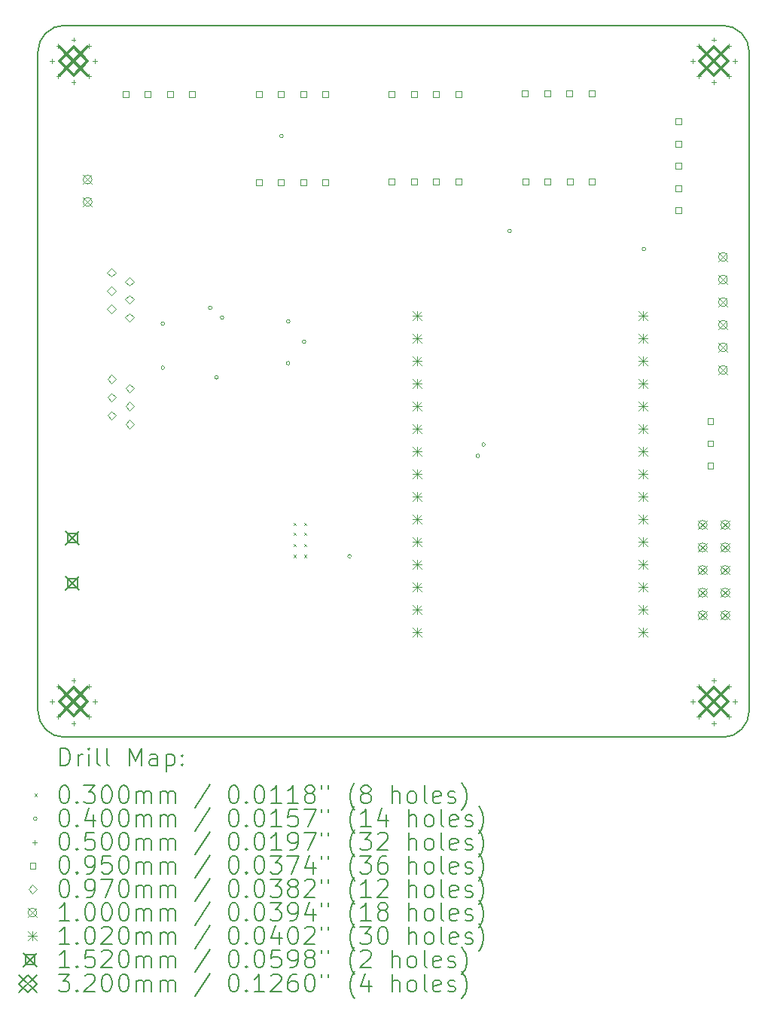
<source format=gbr>
%TF.GenerationSoftware,KiCad,Pcbnew,7.0.7*%
%TF.CreationDate,2023-11-15T18:09:00+01:00*%
%TF.ProjectId,ESP32_Weather_Servizio_Meteo_Sovramontino_v0.2,45535033-325f-4576-9561-746865725f53,rev?*%
%TF.SameCoordinates,Original*%
%TF.FileFunction,Drillmap*%
%TF.FilePolarity,Positive*%
%FSLAX45Y45*%
G04 Gerber Fmt 4.5, Leading zero omitted, Abs format (unit mm)*
G04 Created by KiCad (PCBNEW 7.0.7) date 2023-11-15 18:09:00*
%MOMM*%
%LPD*%
G01*
G04 APERTURE LIST*
%ADD10C,0.200000*%
%ADD11C,0.030000*%
%ADD12C,0.040000*%
%ADD13C,0.050000*%
%ADD14C,0.095000*%
%ADD15C,0.097000*%
%ADD16C,0.100000*%
%ADD17C,0.102000*%
%ADD18C,0.152000*%
%ADD19C,0.320000*%
G04 APERTURE END LIST*
D10*
X12777200Y-2383300D02*
X12777200Y-9783300D01*
X20477200Y-10083300D02*
G75*
G03*
X20777200Y-9783300I0J300000D01*
G01*
X20477200Y-2083300D02*
X13077200Y-2083300D01*
X20777200Y-9783300D02*
X20777200Y-2383300D01*
X12777200Y-9783300D02*
G75*
G03*
X13077200Y-10083300I300000J0D01*
G01*
X20777200Y-2383300D02*
G75*
G03*
X20477200Y-2083300I-300000J0D01*
G01*
X13077200Y-2083300D02*
G75*
G03*
X12777200Y-2383300I0J-300000D01*
G01*
X13077200Y-10083300D02*
X20477200Y-10083300D01*
D11*
X15650600Y-7671200D02*
X15680600Y-7701200D01*
X15680600Y-7671200D02*
X15650600Y-7701200D01*
X15650600Y-7781200D02*
X15680600Y-7811200D01*
X15680600Y-7781200D02*
X15650600Y-7811200D01*
X15650600Y-7911200D02*
X15680600Y-7941200D01*
X15680600Y-7911200D02*
X15650600Y-7941200D01*
X15650600Y-8031200D02*
X15680600Y-8061200D01*
X15680600Y-8031200D02*
X15650600Y-8061200D01*
X15770600Y-7671200D02*
X15800600Y-7701200D01*
X15800600Y-7671200D02*
X15770600Y-7701200D01*
X15770600Y-7781200D02*
X15800600Y-7811200D01*
X15800600Y-7781200D02*
X15770600Y-7811200D01*
X15770600Y-7911200D02*
X15800600Y-7941200D01*
X15800600Y-7911200D02*
X15770600Y-7941200D01*
X15770600Y-8031200D02*
X15800600Y-8061200D01*
X15800600Y-8031200D02*
X15770600Y-8061200D01*
D12*
X14202100Y-5435100D02*
G75*
G03*
X14202100Y-5435100I-20000J0D01*
G01*
X14202100Y-5930400D02*
G75*
G03*
X14202100Y-5930400I-20000J0D01*
G01*
X14735500Y-5257300D02*
G75*
G03*
X14735500Y-5257300I-20000J0D01*
G01*
X14805350Y-6038350D02*
G75*
G03*
X14805350Y-6038350I-20000J0D01*
G01*
X14868600Y-5365500D02*
G75*
G03*
X14868600Y-5365500I-20000J0D01*
G01*
X15535600Y-3326900D02*
G75*
G03*
X15535600Y-3326900I-20000J0D01*
G01*
X15611800Y-5409700D02*
G75*
G03*
X15611800Y-5409700I-20000J0D01*
G01*
X15611800Y-5879600D02*
G75*
G03*
X15611800Y-5879600I-20000J0D01*
G01*
X15789600Y-5638300D02*
G75*
G03*
X15789600Y-5638300I-20000J0D01*
G01*
X16301605Y-8048498D02*
G75*
G03*
X16301605Y-8048498I-20000J0D01*
G01*
X17745400Y-6921000D02*
G75*
G03*
X17745400Y-6921000I-20000J0D01*
G01*
X17808900Y-6794000D02*
G75*
G03*
X17808900Y-6794000I-20000J0D01*
G01*
X18101000Y-4393700D02*
G75*
G03*
X18101000Y-4393700I-20000J0D01*
G01*
X19612300Y-4596900D02*
G75*
G03*
X19612300Y-4596900I-20000J0D01*
G01*
D13*
X12937200Y-2458300D02*
X12937200Y-2508300D01*
X12912200Y-2483300D02*
X12962200Y-2483300D01*
X12937200Y-9658300D02*
X12937200Y-9708300D01*
X12912200Y-9683300D02*
X12962200Y-9683300D01*
X13007494Y-2288594D02*
X13007494Y-2338594D01*
X12982494Y-2313594D02*
X13032494Y-2313594D01*
X13007494Y-2628006D02*
X13007494Y-2678006D01*
X12982494Y-2653006D02*
X13032494Y-2653006D01*
X13007494Y-9488594D02*
X13007494Y-9538594D01*
X12982494Y-9513594D02*
X13032494Y-9513594D01*
X13007494Y-9828006D02*
X13007494Y-9878006D01*
X12982494Y-9853006D02*
X13032494Y-9853006D01*
X13177200Y-2218300D02*
X13177200Y-2268300D01*
X13152200Y-2243300D02*
X13202200Y-2243300D01*
X13177200Y-2698300D02*
X13177200Y-2748300D01*
X13152200Y-2723300D02*
X13202200Y-2723300D01*
X13177200Y-9418300D02*
X13177200Y-9468300D01*
X13152200Y-9443300D02*
X13202200Y-9443300D01*
X13177200Y-9898300D02*
X13177200Y-9948300D01*
X13152200Y-9923300D02*
X13202200Y-9923300D01*
X13346906Y-2288594D02*
X13346906Y-2338594D01*
X13321906Y-2313594D02*
X13371906Y-2313594D01*
X13346906Y-2628006D02*
X13346906Y-2678006D01*
X13321906Y-2653006D02*
X13371906Y-2653006D01*
X13346906Y-9488594D02*
X13346906Y-9538594D01*
X13321906Y-9513594D02*
X13371906Y-9513594D01*
X13346906Y-9828006D02*
X13346906Y-9878006D01*
X13321906Y-9853006D02*
X13371906Y-9853006D01*
X13417200Y-2458300D02*
X13417200Y-2508300D01*
X13392200Y-2483300D02*
X13442200Y-2483300D01*
X13417200Y-9658300D02*
X13417200Y-9708300D01*
X13392200Y-9683300D02*
X13442200Y-9683300D01*
X20137200Y-2458300D02*
X20137200Y-2508300D01*
X20112200Y-2483300D02*
X20162200Y-2483300D01*
X20137200Y-9658300D02*
X20137200Y-9708300D01*
X20112200Y-9683300D02*
X20162200Y-9683300D01*
X20207494Y-2288594D02*
X20207494Y-2338594D01*
X20182494Y-2313594D02*
X20232494Y-2313594D01*
X20207494Y-2628006D02*
X20207494Y-2678006D01*
X20182494Y-2653006D02*
X20232494Y-2653006D01*
X20207494Y-9488594D02*
X20207494Y-9538594D01*
X20182494Y-9513594D02*
X20232494Y-9513594D01*
X20207494Y-9828006D02*
X20207494Y-9878006D01*
X20182494Y-9853006D02*
X20232494Y-9853006D01*
X20377200Y-2218300D02*
X20377200Y-2268300D01*
X20352200Y-2243300D02*
X20402200Y-2243300D01*
X20377200Y-2698300D02*
X20377200Y-2748300D01*
X20352200Y-2723300D02*
X20402200Y-2723300D01*
X20377200Y-9418300D02*
X20377200Y-9468300D01*
X20352200Y-9443300D02*
X20402200Y-9443300D01*
X20377200Y-9898300D02*
X20377200Y-9948300D01*
X20352200Y-9923300D02*
X20402200Y-9923300D01*
X20546906Y-2288594D02*
X20546906Y-2338594D01*
X20521906Y-2313594D02*
X20571906Y-2313594D01*
X20546906Y-2628006D02*
X20546906Y-2678006D01*
X20521906Y-2653006D02*
X20571906Y-2653006D01*
X20546906Y-9488594D02*
X20546906Y-9538594D01*
X20521906Y-9513594D02*
X20571906Y-9513594D01*
X20546906Y-9828006D02*
X20546906Y-9878006D01*
X20521906Y-9853006D02*
X20571906Y-9853006D01*
X20617200Y-2458300D02*
X20617200Y-2508300D01*
X20592200Y-2483300D02*
X20642200Y-2483300D01*
X20617200Y-9658300D02*
X20617200Y-9708300D01*
X20592200Y-9683300D02*
X20642200Y-9683300D01*
D14*
X13796228Y-2890668D02*
X13796228Y-2823492D01*
X13729052Y-2823492D01*
X13729052Y-2890668D01*
X13796228Y-2890668D01*
X14046228Y-2890668D02*
X14046228Y-2823492D01*
X13979052Y-2823492D01*
X13979052Y-2890668D01*
X14046228Y-2890668D01*
X14296228Y-2890668D02*
X14296228Y-2823492D01*
X14229052Y-2823492D01*
X14229052Y-2890668D01*
X14296228Y-2890668D01*
X14546228Y-2890668D02*
X14546228Y-2823492D01*
X14479052Y-2823492D01*
X14479052Y-2890668D01*
X14546228Y-2890668D01*
X15294488Y-2890588D02*
X15294488Y-2823412D01*
X15227312Y-2823412D01*
X15227312Y-2890588D01*
X15294488Y-2890588D01*
X15294488Y-3881188D02*
X15294488Y-3814012D01*
X15227312Y-3814012D01*
X15227312Y-3881188D01*
X15294488Y-3881188D01*
X15544488Y-2890588D02*
X15544488Y-2823412D01*
X15477312Y-2823412D01*
X15477312Y-2890588D01*
X15544488Y-2890588D01*
X15544488Y-3881188D02*
X15544488Y-3814012D01*
X15477312Y-3814012D01*
X15477312Y-3881188D01*
X15544488Y-3881188D01*
X15794488Y-2890588D02*
X15794488Y-2823412D01*
X15727312Y-2823412D01*
X15727312Y-2890588D01*
X15794488Y-2890588D01*
X15794488Y-3881188D02*
X15794488Y-3814012D01*
X15727312Y-3814012D01*
X15727312Y-3881188D01*
X15794488Y-3881188D01*
X16044488Y-2890588D02*
X16044488Y-2823412D01*
X15977312Y-2823412D01*
X15977312Y-2890588D01*
X16044488Y-2890588D01*
X16044488Y-3881188D02*
X16044488Y-3814012D01*
X15977312Y-3814012D01*
X15977312Y-3881188D01*
X16044488Y-3881188D01*
X16789268Y-3874068D02*
X16789268Y-3806892D01*
X16722092Y-3806892D01*
X16722092Y-3874068D01*
X16789268Y-3874068D01*
X16790655Y-2890668D02*
X16790655Y-2823492D01*
X16723479Y-2823492D01*
X16723479Y-2890668D01*
X16790655Y-2890668D01*
X17039268Y-3874068D02*
X17039268Y-3806892D01*
X16972092Y-3806892D01*
X16972092Y-3874068D01*
X17039268Y-3874068D01*
X17040655Y-2890668D02*
X17040655Y-2823492D01*
X16973479Y-2823492D01*
X16973479Y-2890668D01*
X17040655Y-2890668D01*
X17289268Y-3874068D02*
X17289268Y-3806892D01*
X17222092Y-3806892D01*
X17222092Y-3874068D01*
X17289268Y-3874068D01*
X17290655Y-2890668D02*
X17290655Y-2823492D01*
X17223479Y-2823492D01*
X17223479Y-2890668D01*
X17290655Y-2890668D01*
X17539268Y-3874068D02*
X17539268Y-3806892D01*
X17472092Y-3806892D01*
X17472092Y-3874068D01*
X17539268Y-3874068D01*
X17540655Y-2890668D02*
X17540655Y-2823492D01*
X17473479Y-2823492D01*
X17473479Y-2890668D01*
X17540655Y-2890668D01*
X18287868Y-2878388D02*
X18287868Y-2811212D01*
X18220692Y-2811212D01*
X18220692Y-2878388D01*
X18287868Y-2878388D01*
X18291688Y-3875768D02*
X18291688Y-3808592D01*
X18224512Y-3808592D01*
X18224512Y-3875768D01*
X18291688Y-3875768D01*
X18537868Y-2878388D02*
X18537868Y-2811212D01*
X18470692Y-2811212D01*
X18470692Y-2878388D01*
X18537868Y-2878388D01*
X18541688Y-3875768D02*
X18541688Y-3808592D01*
X18474512Y-3808592D01*
X18474512Y-3875768D01*
X18541688Y-3875768D01*
X18787868Y-2878388D02*
X18787868Y-2811212D01*
X18720692Y-2811212D01*
X18720692Y-2878388D01*
X18787868Y-2878388D01*
X18791688Y-3875768D02*
X18791688Y-3808592D01*
X18724512Y-3808592D01*
X18724512Y-3875768D01*
X18791688Y-3875768D01*
X19037868Y-2878388D02*
X19037868Y-2811212D01*
X18970692Y-2811212D01*
X18970692Y-2878388D01*
X19037868Y-2878388D01*
X19041688Y-3875768D02*
X19041688Y-3808592D01*
X18974512Y-3808592D01*
X18974512Y-3875768D01*
X19041688Y-3875768D01*
X20011108Y-3196268D02*
X20011108Y-3129092D01*
X19943932Y-3129092D01*
X19943932Y-3196268D01*
X20011108Y-3196268D01*
X20011108Y-3446268D02*
X20011108Y-3379092D01*
X19943932Y-3379092D01*
X19943932Y-3446268D01*
X20011108Y-3446268D01*
X20011108Y-3696268D02*
X20011108Y-3629092D01*
X19943932Y-3629092D01*
X19943932Y-3696268D01*
X20011108Y-3696268D01*
X20011108Y-3946268D02*
X20011108Y-3879092D01*
X19943932Y-3879092D01*
X19943932Y-3946268D01*
X20011108Y-3946268D01*
X20011108Y-4196268D02*
X20011108Y-4129092D01*
X19943932Y-4129092D01*
X19943932Y-4196268D01*
X20011108Y-4196268D01*
X20373488Y-6564888D02*
X20373488Y-6497712D01*
X20306312Y-6497712D01*
X20306312Y-6564888D01*
X20373488Y-6564888D01*
X20373488Y-6814888D02*
X20373488Y-6747712D01*
X20306312Y-6747712D01*
X20306312Y-6814888D01*
X20373488Y-6814888D01*
X20373488Y-7064888D02*
X20373488Y-6997712D01*
X20306312Y-6997712D01*
X20306312Y-7064888D01*
X20373488Y-7064888D01*
D15*
X13606180Y-4909870D02*
X13654680Y-4861370D01*
X13606180Y-4812870D01*
X13557680Y-4861370D01*
X13606180Y-4909870D01*
X13606180Y-5113870D02*
X13654680Y-5065370D01*
X13606180Y-5016870D01*
X13557680Y-5065370D01*
X13606180Y-5113870D01*
X13606180Y-5317870D02*
X13654680Y-5269370D01*
X13606180Y-5220870D01*
X13557680Y-5269370D01*
X13606180Y-5317870D01*
X13606780Y-6107670D02*
X13655280Y-6059170D01*
X13606780Y-6010670D01*
X13558280Y-6059170D01*
X13606780Y-6107670D01*
X13606780Y-6311670D02*
X13655280Y-6263170D01*
X13606780Y-6214670D01*
X13558280Y-6263170D01*
X13606780Y-6311670D01*
X13606780Y-6515670D02*
X13655280Y-6467170D01*
X13606780Y-6418670D01*
X13558280Y-6467170D01*
X13606780Y-6515670D01*
X13809180Y-5011870D02*
X13857680Y-4963370D01*
X13809180Y-4914870D01*
X13760680Y-4963370D01*
X13809180Y-5011870D01*
X13809180Y-5211870D02*
X13857680Y-5163370D01*
X13809180Y-5114870D01*
X13760680Y-5163370D01*
X13809180Y-5211870D01*
X13809180Y-5415870D02*
X13857680Y-5367370D01*
X13809180Y-5318870D01*
X13760680Y-5367370D01*
X13809180Y-5415870D01*
X13809780Y-6209670D02*
X13858280Y-6161170D01*
X13809780Y-6112670D01*
X13761280Y-6161170D01*
X13809780Y-6209670D01*
X13809780Y-6409670D02*
X13858280Y-6361170D01*
X13809780Y-6312670D01*
X13761280Y-6361170D01*
X13809780Y-6409670D01*
X13809780Y-6613670D02*
X13858280Y-6565170D01*
X13809780Y-6516670D01*
X13761280Y-6565170D01*
X13809780Y-6613670D01*
D16*
X13286700Y-3767080D02*
X13386700Y-3867080D01*
X13386700Y-3767080D02*
X13286700Y-3867080D01*
X13386700Y-3817080D02*
G75*
G03*
X13386700Y-3817080I-50000J0D01*
G01*
X13286700Y-4017080D02*
X13386700Y-4117080D01*
X13386700Y-4017080D02*
X13286700Y-4117080D01*
X13386700Y-4067080D02*
G75*
G03*
X13386700Y-4067080I-50000J0D01*
G01*
X20202700Y-7645700D02*
X20302700Y-7745700D01*
X20302700Y-7645700D02*
X20202700Y-7745700D01*
X20302700Y-7695700D02*
G75*
G03*
X20302700Y-7695700I-50000J0D01*
G01*
X20202700Y-7899700D02*
X20302700Y-7999700D01*
X20302700Y-7899700D02*
X20202700Y-7999700D01*
X20302700Y-7949700D02*
G75*
G03*
X20302700Y-7949700I-50000J0D01*
G01*
X20202700Y-8153700D02*
X20302700Y-8253700D01*
X20302700Y-8153700D02*
X20202700Y-8253700D01*
X20302700Y-8203700D02*
G75*
G03*
X20302700Y-8203700I-50000J0D01*
G01*
X20202700Y-8407700D02*
X20302700Y-8507700D01*
X20302700Y-8407700D02*
X20202700Y-8507700D01*
X20302700Y-8457700D02*
G75*
G03*
X20302700Y-8457700I-50000J0D01*
G01*
X20202700Y-8661700D02*
X20302700Y-8761700D01*
X20302700Y-8661700D02*
X20202700Y-8761700D01*
X20302700Y-8711700D02*
G75*
G03*
X20302700Y-8711700I-50000J0D01*
G01*
X20431300Y-4635800D02*
X20531300Y-4735800D01*
X20531300Y-4635800D02*
X20431300Y-4735800D01*
X20531300Y-4685800D02*
G75*
G03*
X20531300Y-4685800I-50000J0D01*
G01*
X20431300Y-4889800D02*
X20531300Y-4989800D01*
X20531300Y-4889800D02*
X20431300Y-4989800D01*
X20531300Y-4939800D02*
G75*
G03*
X20531300Y-4939800I-50000J0D01*
G01*
X20431300Y-5143800D02*
X20531300Y-5243800D01*
X20531300Y-5143800D02*
X20431300Y-5243800D01*
X20531300Y-5193800D02*
G75*
G03*
X20531300Y-5193800I-50000J0D01*
G01*
X20431300Y-5397800D02*
X20531300Y-5497800D01*
X20531300Y-5397800D02*
X20431300Y-5497800D01*
X20531300Y-5447800D02*
G75*
G03*
X20531300Y-5447800I-50000J0D01*
G01*
X20431300Y-5651800D02*
X20531300Y-5751800D01*
X20531300Y-5651800D02*
X20431300Y-5751800D01*
X20531300Y-5701800D02*
G75*
G03*
X20531300Y-5701800I-50000J0D01*
G01*
X20431300Y-5905800D02*
X20531300Y-6005800D01*
X20531300Y-5905800D02*
X20431300Y-6005800D01*
X20531300Y-5955800D02*
G75*
G03*
X20531300Y-5955800I-50000J0D01*
G01*
X20456700Y-7645700D02*
X20556700Y-7745700D01*
X20556700Y-7645700D02*
X20456700Y-7745700D01*
X20556700Y-7695700D02*
G75*
G03*
X20556700Y-7695700I-50000J0D01*
G01*
X20456700Y-7899700D02*
X20556700Y-7999700D01*
X20556700Y-7899700D02*
X20456700Y-7999700D01*
X20556700Y-7949700D02*
G75*
G03*
X20556700Y-7949700I-50000J0D01*
G01*
X20456700Y-8153700D02*
X20556700Y-8253700D01*
X20556700Y-8153700D02*
X20456700Y-8253700D01*
X20556700Y-8203700D02*
G75*
G03*
X20556700Y-8203700I-50000J0D01*
G01*
X20456700Y-8407700D02*
X20556700Y-8507700D01*
X20556700Y-8407700D02*
X20456700Y-8507700D01*
X20556700Y-8457700D02*
G75*
G03*
X20556700Y-8457700I-50000J0D01*
G01*
X20456700Y-8661700D02*
X20556700Y-8761700D01*
X20556700Y-8661700D02*
X20456700Y-8761700D01*
X20556700Y-8711700D02*
G75*
G03*
X20556700Y-8711700I-50000J0D01*
G01*
D17*
X16988600Y-5297300D02*
X17090600Y-5399300D01*
X17090600Y-5297300D02*
X16988600Y-5399300D01*
X17039600Y-5297300D02*
X17039600Y-5399300D01*
X16988600Y-5348300D02*
X17090600Y-5348300D01*
X16988600Y-5551300D02*
X17090600Y-5653300D01*
X17090600Y-5551300D02*
X16988600Y-5653300D01*
X17039600Y-5551300D02*
X17039600Y-5653300D01*
X16988600Y-5602300D02*
X17090600Y-5602300D01*
X16988600Y-5805300D02*
X17090600Y-5907300D01*
X17090600Y-5805300D02*
X16988600Y-5907300D01*
X17039600Y-5805300D02*
X17039600Y-5907300D01*
X16988600Y-5856300D02*
X17090600Y-5856300D01*
X16988600Y-6059300D02*
X17090600Y-6161300D01*
X17090600Y-6059300D02*
X16988600Y-6161300D01*
X17039600Y-6059300D02*
X17039600Y-6161300D01*
X16988600Y-6110300D02*
X17090600Y-6110300D01*
X16988600Y-6313300D02*
X17090600Y-6415300D01*
X17090600Y-6313300D02*
X16988600Y-6415300D01*
X17039600Y-6313300D02*
X17039600Y-6415300D01*
X16988600Y-6364300D02*
X17090600Y-6364300D01*
X16988600Y-6567300D02*
X17090600Y-6669300D01*
X17090600Y-6567300D02*
X16988600Y-6669300D01*
X17039600Y-6567300D02*
X17039600Y-6669300D01*
X16988600Y-6618300D02*
X17090600Y-6618300D01*
X16988600Y-6821300D02*
X17090600Y-6923300D01*
X17090600Y-6821300D02*
X16988600Y-6923300D01*
X17039600Y-6821300D02*
X17039600Y-6923300D01*
X16988600Y-6872300D02*
X17090600Y-6872300D01*
X16988600Y-7075300D02*
X17090600Y-7177300D01*
X17090600Y-7075300D02*
X16988600Y-7177300D01*
X17039600Y-7075300D02*
X17039600Y-7177300D01*
X16988600Y-7126300D02*
X17090600Y-7126300D01*
X16988600Y-7329300D02*
X17090600Y-7431300D01*
X17090600Y-7329300D02*
X16988600Y-7431300D01*
X17039600Y-7329300D02*
X17039600Y-7431300D01*
X16988600Y-7380300D02*
X17090600Y-7380300D01*
X16988600Y-7583300D02*
X17090600Y-7685300D01*
X17090600Y-7583300D02*
X16988600Y-7685300D01*
X17039600Y-7583300D02*
X17039600Y-7685300D01*
X16988600Y-7634300D02*
X17090600Y-7634300D01*
X16988600Y-7837300D02*
X17090600Y-7939300D01*
X17090600Y-7837300D02*
X16988600Y-7939300D01*
X17039600Y-7837300D02*
X17039600Y-7939300D01*
X16988600Y-7888300D02*
X17090600Y-7888300D01*
X16988600Y-8091300D02*
X17090600Y-8193300D01*
X17090600Y-8091300D02*
X16988600Y-8193300D01*
X17039600Y-8091300D02*
X17039600Y-8193300D01*
X16988600Y-8142300D02*
X17090600Y-8142300D01*
X16988600Y-8345300D02*
X17090600Y-8447300D01*
X17090600Y-8345300D02*
X16988600Y-8447300D01*
X17039600Y-8345300D02*
X17039600Y-8447300D01*
X16988600Y-8396300D02*
X17090600Y-8396300D01*
X16988600Y-8599300D02*
X17090600Y-8701300D01*
X17090600Y-8599300D02*
X16988600Y-8701300D01*
X17039600Y-8599300D02*
X17039600Y-8701300D01*
X16988600Y-8650300D02*
X17090600Y-8650300D01*
X16988600Y-8853300D02*
X17090600Y-8955300D01*
X17090600Y-8853300D02*
X16988600Y-8955300D01*
X17039600Y-8853300D02*
X17039600Y-8955300D01*
X16988600Y-8904300D02*
X17090600Y-8904300D01*
X19528600Y-5297300D02*
X19630600Y-5399300D01*
X19630600Y-5297300D02*
X19528600Y-5399300D01*
X19579600Y-5297300D02*
X19579600Y-5399300D01*
X19528600Y-5348300D02*
X19630600Y-5348300D01*
X19528600Y-5551300D02*
X19630600Y-5653300D01*
X19630600Y-5551300D02*
X19528600Y-5653300D01*
X19579600Y-5551300D02*
X19579600Y-5653300D01*
X19528600Y-5602300D02*
X19630600Y-5602300D01*
X19528600Y-5805300D02*
X19630600Y-5907300D01*
X19630600Y-5805300D02*
X19528600Y-5907300D01*
X19579600Y-5805300D02*
X19579600Y-5907300D01*
X19528600Y-5856300D02*
X19630600Y-5856300D01*
X19528600Y-6059300D02*
X19630600Y-6161300D01*
X19630600Y-6059300D02*
X19528600Y-6161300D01*
X19579600Y-6059300D02*
X19579600Y-6161300D01*
X19528600Y-6110300D02*
X19630600Y-6110300D01*
X19528600Y-6313300D02*
X19630600Y-6415300D01*
X19630600Y-6313300D02*
X19528600Y-6415300D01*
X19579600Y-6313300D02*
X19579600Y-6415300D01*
X19528600Y-6364300D02*
X19630600Y-6364300D01*
X19528600Y-6567300D02*
X19630600Y-6669300D01*
X19630600Y-6567300D02*
X19528600Y-6669300D01*
X19579600Y-6567300D02*
X19579600Y-6669300D01*
X19528600Y-6618300D02*
X19630600Y-6618300D01*
X19528600Y-6821300D02*
X19630600Y-6923300D01*
X19630600Y-6821300D02*
X19528600Y-6923300D01*
X19579600Y-6821300D02*
X19579600Y-6923300D01*
X19528600Y-6872300D02*
X19630600Y-6872300D01*
X19528600Y-7075300D02*
X19630600Y-7177300D01*
X19630600Y-7075300D02*
X19528600Y-7177300D01*
X19579600Y-7075300D02*
X19579600Y-7177300D01*
X19528600Y-7126300D02*
X19630600Y-7126300D01*
X19528600Y-7329300D02*
X19630600Y-7431300D01*
X19630600Y-7329300D02*
X19528600Y-7431300D01*
X19579600Y-7329300D02*
X19579600Y-7431300D01*
X19528600Y-7380300D02*
X19630600Y-7380300D01*
X19528600Y-7583300D02*
X19630600Y-7685300D01*
X19630600Y-7583300D02*
X19528600Y-7685300D01*
X19579600Y-7583300D02*
X19579600Y-7685300D01*
X19528600Y-7634300D02*
X19630600Y-7634300D01*
X19528600Y-7837300D02*
X19630600Y-7939300D01*
X19630600Y-7837300D02*
X19528600Y-7939300D01*
X19579600Y-7837300D02*
X19579600Y-7939300D01*
X19528600Y-7888300D02*
X19630600Y-7888300D01*
X19528600Y-8091300D02*
X19630600Y-8193300D01*
X19630600Y-8091300D02*
X19528600Y-8193300D01*
X19579600Y-8091300D02*
X19579600Y-8193300D01*
X19528600Y-8142300D02*
X19630600Y-8142300D01*
X19528600Y-8345300D02*
X19630600Y-8447300D01*
X19630600Y-8345300D02*
X19528600Y-8447300D01*
X19579600Y-8345300D02*
X19579600Y-8447300D01*
X19528600Y-8396300D02*
X19630600Y-8396300D01*
X19528600Y-8599300D02*
X19630600Y-8701300D01*
X19630600Y-8599300D02*
X19528600Y-8701300D01*
X19579600Y-8599300D02*
X19579600Y-8701300D01*
X19528600Y-8650300D02*
X19630600Y-8650300D01*
X19528600Y-8853300D02*
X19630600Y-8955300D01*
X19630600Y-8853300D02*
X19528600Y-8955300D01*
X19579600Y-8853300D02*
X19579600Y-8955300D01*
X19528600Y-8904300D02*
X19630600Y-8904300D01*
D18*
X13091360Y-7767520D02*
X13243360Y-7919520D01*
X13243360Y-7767520D02*
X13091360Y-7919520D01*
X13221101Y-7897261D02*
X13221101Y-7789779D01*
X13113619Y-7789779D01*
X13113619Y-7897261D01*
X13221101Y-7897261D01*
X13091360Y-8275520D02*
X13243360Y-8427520D01*
X13243360Y-8275520D02*
X13091360Y-8427520D01*
X13221101Y-8405261D02*
X13221101Y-8297779D01*
X13113619Y-8297779D01*
X13113619Y-8405261D01*
X13221101Y-8405261D01*
D19*
X13017200Y-2323300D02*
X13337200Y-2643300D01*
X13337200Y-2323300D02*
X13017200Y-2643300D01*
X13177200Y-2643300D02*
X13337200Y-2483300D01*
X13177200Y-2323300D01*
X13017200Y-2483300D01*
X13177200Y-2643300D01*
X13017200Y-9523300D02*
X13337200Y-9843300D01*
X13337200Y-9523300D02*
X13017200Y-9843300D01*
X13177200Y-9843300D02*
X13337200Y-9683300D01*
X13177200Y-9523300D01*
X13017200Y-9683300D01*
X13177200Y-9843300D01*
X20217200Y-2323300D02*
X20537200Y-2643300D01*
X20537200Y-2323300D02*
X20217200Y-2643300D01*
X20377200Y-2643300D02*
X20537200Y-2483300D01*
X20377200Y-2323300D01*
X20217200Y-2483300D01*
X20377200Y-2643300D01*
X20217200Y-9523300D02*
X20537200Y-9843300D01*
X20537200Y-9523300D02*
X20217200Y-9843300D01*
X20377200Y-9843300D02*
X20537200Y-9683300D01*
X20377200Y-9523300D01*
X20217200Y-9683300D01*
X20377200Y-9843300D01*
D10*
X13027977Y-10404784D02*
X13027977Y-10204784D01*
X13027977Y-10204784D02*
X13075596Y-10204784D01*
X13075596Y-10204784D02*
X13104167Y-10214308D01*
X13104167Y-10214308D02*
X13123215Y-10233355D01*
X13123215Y-10233355D02*
X13132739Y-10252403D01*
X13132739Y-10252403D02*
X13142262Y-10290498D01*
X13142262Y-10290498D02*
X13142262Y-10319070D01*
X13142262Y-10319070D02*
X13132739Y-10357165D01*
X13132739Y-10357165D02*
X13123215Y-10376212D01*
X13123215Y-10376212D02*
X13104167Y-10395260D01*
X13104167Y-10395260D02*
X13075596Y-10404784D01*
X13075596Y-10404784D02*
X13027977Y-10404784D01*
X13227977Y-10404784D02*
X13227977Y-10271450D01*
X13227977Y-10309546D02*
X13237501Y-10290498D01*
X13237501Y-10290498D02*
X13247024Y-10280974D01*
X13247024Y-10280974D02*
X13266072Y-10271450D01*
X13266072Y-10271450D02*
X13285120Y-10271450D01*
X13351786Y-10404784D02*
X13351786Y-10271450D01*
X13351786Y-10204784D02*
X13342262Y-10214308D01*
X13342262Y-10214308D02*
X13351786Y-10223831D01*
X13351786Y-10223831D02*
X13361310Y-10214308D01*
X13361310Y-10214308D02*
X13351786Y-10204784D01*
X13351786Y-10204784D02*
X13351786Y-10223831D01*
X13475596Y-10404784D02*
X13456548Y-10395260D01*
X13456548Y-10395260D02*
X13447024Y-10376212D01*
X13447024Y-10376212D02*
X13447024Y-10204784D01*
X13580358Y-10404784D02*
X13561310Y-10395260D01*
X13561310Y-10395260D02*
X13551786Y-10376212D01*
X13551786Y-10376212D02*
X13551786Y-10204784D01*
X13808929Y-10404784D02*
X13808929Y-10204784D01*
X13808929Y-10204784D02*
X13875596Y-10347641D01*
X13875596Y-10347641D02*
X13942262Y-10204784D01*
X13942262Y-10204784D02*
X13942262Y-10404784D01*
X14123215Y-10404784D02*
X14123215Y-10300022D01*
X14123215Y-10300022D02*
X14113691Y-10280974D01*
X14113691Y-10280974D02*
X14094643Y-10271450D01*
X14094643Y-10271450D02*
X14056548Y-10271450D01*
X14056548Y-10271450D02*
X14037501Y-10280974D01*
X14123215Y-10395260D02*
X14104167Y-10404784D01*
X14104167Y-10404784D02*
X14056548Y-10404784D01*
X14056548Y-10404784D02*
X14037501Y-10395260D01*
X14037501Y-10395260D02*
X14027977Y-10376212D01*
X14027977Y-10376212D02*
X14027977Y-10357165D01*
X14027977Y-10357165D02*
X14037501Y-10338117D01*
X14037501Y-10338117D02*
X14056548Y-10328593D01*
X14056548Y-10328593D02*
X14104167Y-10328593D01*
X14104167Y-10328593D02*
X14123215Y-10319070D01*
X14218453Y-10271450D02*
X14218453Y-10471450D01*
X14218453Y-10280974D02*
X14237501Y-10271450D01*
X14237501Y-10271450D02*
X14275596Y-10271450D01*
X14275596Y-10271450D02*
X14294643Y-10280974D01*
X14294643Y-10280974D02*
X14304167Y-10290498D01*
X14304167Y-10290498D02*
X14313691Y-10309546D01*
X14313691Y-10309546D02*
X14313691Y-10366689D01*
X14313691Y-10366689D02*
X14304167Y-10385736D01*
X14304167Y-10385736D02*
X14294643Y-10395260D01*
X14294643Y-10395260D02*
X14275596Y-10404784D01*
X14275596Y-10404784D02*
X14237501Y-10404784D01*
X14237501Y-10404784D02*
X14218453Y-10395260D01*
X14399405Y-10385736D02*
X14408929Y-10395260D01*
X14408929Y-10395260D02*
X14399405Y-10404784D01*
X14399405Y-10404784D02*
X14389882Y-10395260D01*
X14389882Y-10395260D02*
X14399405Y-10385736D01*
X14399405Y-10385736D02*
X14399405Y-10404784D01*
X14399405Y-10280974D02*
X14408929Y-10290498D01*
X14408929Y-10290498D02*
X14399405Y-10300022D01*
X14399405Y-10300022D02*
X14389882Y-10290498D01*
X14389882Y-10290498D02*
X14399405Y-10280974D01*
X14399405Y-10280974D02*
X14399405Y-10300022D01*
D11*
X12737200Y-10718300D02*
X12767200Y-10748300D01*
X12767200Y-10718300D02*
X12737200Y-10748300D01*
D10*
X13066072Y-10624784D02*
X13085120Y-10624784D01*
X13085120Y-10624784D02*
X13104167Y-10634308D01*
X13104167Y-10634308D02*
X13113691Y-10643831D01*
X13113691Y-10643831D02*
X13123215Y-10662879D01*
X13123215Y-10662879D02*
X13132739Y-10700974D01*
X13132739Y-10700974D02*
X13132739Y-10748593D01*
X13132739Y-10748593D02*
X13123215Y-10786689D01*
X13123215Y-10786689D02*
X13113691Y-10805736D01*
X13113691Y-10805736D02*
X13104167Y-10815260D01*
X13104167Y-10815260D02*
X13085120Y-10824784D01*
X13085120Y-10824784D02*
X13066072Y-10824784D01*
X13066072Y-10824784D02*
X13047024Y-10815260D01*
X13047024Y-10815260D02*
X13037501Y-10805736D01*
X13037501Y-10805736D02*
X13027977Y-10786689D01*
X13027977Y-10786689D02*
X13018453Y-10748593D01*
X13018453Y-10748593D02*
X13018453Y-10700974D01*
X13018453Y-10700974D02*
X13027977Y-10662879D01*
X13027977Y-10662879D02*
X13037501Y-10643831D01*
X13037501Y-10643831D02*
X13047024Y-10634308D01*
X13047024Y-10634308D02*
X13066072Y-10624784D01*
X13218453Y-10805736D02*
X13227977Y-10815260D01*
X13227977Y-10815260D02*
X13218453Y-10824784D01*
X13218453Y-10824784D02*
X13208929Y-10815260D01*
X13208929Y-10815260D02*
X13218453Y-10805736D01*
X13218453Y-10805736D02*
X13218453Y-10824784D01*
X13294643Y-10624784D02*
X13418453Y-10624784D01*
X13418453Y-10624784D02*
X13351786Y-10700974D01*
X13351786Y-10700974D02*
X13380358Y-10700974D01*
X13380358Y-10700974D02*
X13399405Y-10710498D01*
X13399405Y-10710498D02*
X13408929Y-10720022D01*
X13408929Y-10720022D02*
X13418453Y-10739070D01*
X13418453Y-10739070D02*
X13418453Y-10786689D01*
X13418453Y-10786689D02*
X13408929Y-10805736D01*
X13408929Y-10805736D02*
X13399405Y-10815260D01*
X13399405Y-10815260D02*
X13380358Y-10824784D01*
X13380358Y-10824784D02*
X13323215Y-10824784D01*
X13323215Y-10824784D02*
X13304167Y-10815260D01*
X13304167Y-10815260D02*
X13294643Y-10805736D01*
X13542262Y-10624784D02*
X13561310Y-10624784D01*
X13561310Y-10624784D02*
X13580358Y-10634308D01*
X13580358Y-10634308D02*
X13589882Y-10643831D01*
X13589882Y-10643831D02*
X13599405Y-10662879D01*
X13599405Y-10662879D02*
X13608929Y-10700974D01*
X13608929Y-10700974D02*
X13608929Y-10748593D01*
X13608929Y-10748593D02*
X13599405Y-10786689D01*
X13599405Y-10786689D02*
X13589882Y-10805736D01*
X13589882Y-10805736D02*
X13580358Y-10815260D01*
X13580358Y-10815260D02*
X13561310Y-10824784D01*
X13561310Y-10824784D02*
X13542262Y-10824784D01*
X13542262Y-10824784D02*
X13523215Y-10815260D01*
X13523215Y-10815260D02*
X13513691Y-10805736D01*
X13513691Y-10805736D02*
X13504167Y-10786689D01*
X13504167Y-10786689D02*
X13494643Y-10748593D01*
X13494643Y-10748593D02*
X13494643Y-10700974D01*
X13494643Y-10700974D02*
X13504167Y-10662879D01*
X13504167Y-10662879D02*
X13513691Y-10643831D01*
X13513691Y-10643831D02*
X13523215Y-10634308D01*
X13523215Y-10634308D02*
X13542262Y-10624784D01*
X13732739Y-10624784D02*
X13751786Y-10624784D01*
X13751786Y-10624784D02*
X13770834Y-10634308D01*
X13770834Y-10634308D02*
X13780358Y-10643831D01*
X13780358Y-10643831D02*
X13789882Y-10662879D01*
X13789882Y-10662879D02*
X13799405Y-10700974D01*
X13799405Y-10700974D02*
X13799405Y-10748593D01*
X13799405Y-10748593D02*
X13789882Y-10786689D01*
X13789882Y-10786689D02*
X13780358Y-10805736D01*
X13780358Y-10805736D02*
X13770834Y-10815260D01*
X13770834Y-10815260D02*
X13751786Y-10824784D01*
X13751786Y-10824784D02*
X13732739Y-10824784D01*
X13732739Y-10824784D02*
X13713691Y-10815260D01*
X13713691Y-10815260D02*
X13704167Y-10805736D01*
X13704167Y-10805736D02*
X13694643Y-10786689D01*
X13694643Y-10786689D02*
X13685120Y-10748593D01*
X13685120Y-10748593D02*
X13685120Y-10700974D01*
X13685120Y-10700974D02*
X13694643Y-10662879D01*
X13694643Y-10662879D02*
X13704167Y-10643831D01*
X13704167Y-10643831D02*
X13713691Y-10634308D01*
X13713691Y-10634308D02*
X13732739Y-10624784D01*
X13885120Y-10824784D02*
X13885120Y-10691450D01*
X13885120Y-10710498D02*
X13894643Y-10700974D01*
X13894643Y-10700974D02*
X13913691Y-10691450D01*
X13913691Y-10691450D02*
X13942263Y-10691450D01*
X13942263Y-10691450D02*
X13961310Y-10700974D01*
X13961310Y-10700974D02*
X13970834Y-10720022D01*
X13970834Y-10720022D02*
X13970834Y-10824784D01*
X13970834Y-10720022D02*
X13980358Y-10700974D01*
X13980358Y-10700974D02*
X13999405Y-10691450D01*
X13999405Y-10691450D02*
X14027977Y-10691450D01*
X14027977Y-10691450D02*
X14047024Y-10700974D01*
X14047024Y-10700974D02*
X14056548Y-10720022D01*
X14056548Y-10720022D02*
X14056548Y-10824784D01*
X14151786Y-10824784D02*
X14151786Y-10691450D01*
X14151786Y-10710498D02*
X14161310Y-10700974D01*
X14161310Y-10700974D02*
X14180358Y-10691450D01*
X14180358Y-10691450D02*
X14208929Y-10691450D01*
X14208929Y-10691450D02*
X14227977Y-10700974D01*
X14227977Y-10700974D02*
X14237501Y-10720022D01*
X14237501Y-10720022D02*
X14237501Y-10824784D01*
X14237501Y-10720022D02*
X14247024Y-10700974D01*
X14247024Y-10700974D02*
X14266072Y-10691450D01*
X14266072Y-10691450D02*
X14294643Y-10691450D01*
X14294643Y-10691450D02*
X14313691Y-10700974D01*
X14313691Y-10700974D02*
X14323215Y-10720022D01*
X14323215Y-10720022D02*
X14323215Y-10824784D01*
X14713691Y-10615260D02*
X14542263Y-10872403D01*
X14970834Y-10624784D02*
X14989882Y-10624784D01*
X14989882Y-10624784D02*
X15008929Y-10634308D01*
X15008929Y-10634308D02*
X15018453Y-10643831D01*
X15018453Y-10643831D02*
X15027977Y-10662879D01*
X15027977Y-10662879D02*
X15037501Y-10700974D01*
X15037501Y-10700974D02*
X15037501Y-10748593D01*
X15037501Y-10748593D02*
X15027977Y-10786689D01*
X15027977Y-10786689D02*
X15018453Y-10805736D01*
X15018453Y-10805736D02*
X15008929Y-10815260D01*
X15008929Y-10815260D02*
X14989882Y-10824784D01*
X14989882Y-10824784D02*
X14970834Y-10824784D01*
X14970834Y-10824784D02*
X14951786Y-10815260D01*
X14951786Y-10815260D02*
X14942263Y-10805736D01*
X14942263Y-10805736D02*
X14932739Y-10786689D01*
X14932739Y-10786689D02*
X14923215Y-10748593D01*
X14923215Y-10748593D02*
X14923215Y-10700974D01*
X14923215Y-10700974D02*
X14932739Y-10662879D01*
X14932739Y-10662879D02*
X14942263Y-10643831D01*
X14942263Y-10643831D02*
X14951786Y-10634308D01*
X14951786Y-10634308D02*
X14970834Y-10624784D01*
X15123215Y-10805736D02*
X15132739Y-10815260D01*
X15132739Y-10815260D02*
X15123215Y-10824784D01*
X15123215Y-10824784D02*
X15113691Y-10815260D01*
X15113691Y-10815260D02*
X15123215Y-10805736D01*
X15123215Y-10805736D02*
X15123215Y-10824784D01*
X15256548Y-10624784D02*
X15275596Y-10624784D01*
X15275596Y-10624784D02*
X15294644Y-10634308D01*
X15294644Y-10634308D02*
X15304167Y-10643831D01*
X15304167Y-10643831D02*
X15313691Y-10662879D01*
X15313691Y-10662879D02*
X15323215Y-10700974D01*
X15323215Y-10700974D02*
X15323215Y-10748593D01*
X15323215Y-10748593D02*
X15313691Y-10786689D01*
X15313691Y-10786689D02*
X15304167Y-10805736D01*
X15304167Y-10805736D02*
X15294644Y-10815260D01*
X15294644Y-10815260D02*
X15275596Y-10824784D01*
X15275596Y-10824784D02*
X15256548Y-10824784D01*
X15256548Y-10824784D02*
X15237501Y-10815260D01*
X15237501Y-10815260D02*
X15227977Y-10805736D01*
X15227977Y-10805736D02*
X15218453Y-10786689D01*
X15218453Y-10786689D02*
X15208929Y-10748593D01*
X15208929Y-10748593D02*
X15208929Y-10700974D01*
X15208929Y-10700974D02*
X15218453Y-10662879D01*
X15218453Y-10662879D02*
X15227977Y-10643831D01*
X15227977Y-10643831D02*
X15237501Y-10634308D01*
X15237501Y-10634308D02*
X15256548Y-10624784D01*
X15513691Y-10824784D02*
X15399406Y-10824784D01*
X15456548Y-10824784D02*
X15456548Y-10624784D01*
X15456548Y-10624784D02*
X15437501Y-10653355D01*
X15437501Y-10653355D02*
X15418453Y-10672403D01*
X15418453Y-10672403D02*
X15399406Y-10681927D01*
X15704167Y-10824784D02*
X15589882Y-10824784D01*
X15647025Y-10824784D02*
X15647025Y-10624784D01*
X15647025Y-10624784D02*
X15627977Y-10653355D01*
X15627977Y-10653355D02*
X15608929Y-10672403D01*
X15608929Y-10672403D02*
X15589882Y-10681927D01*
X15818453Y-10710498D02*
X15799406Y-10700974D01*
X15799406Y-10700974D02*
X15789882Y-10691450D01*
X15789882Y-10691450D02*
X15780358Y-10672403D01*
X15780358Y-10672403D02*
X15780358Y-10662879D01*
X15780358Y-10662879D02*
X15789882Y-10643831D01*
X15789882Y-10643831D02*
X15799406Y-10634308D01*
X15799406Y-10634308D02*
X15818453Y-10624784D01*
X15818453Y-10624784D02*
X15856548Y-10624784D01*
X15856548Y-10624784D02*
X15875596Y-10634308D01*
X15875596Y-10634308D02*
X15885120Y-10643831D01*
X15885120Y-10643831D02*
X15894644Y-10662879D01*
X15894644Y-10662879D02*
X15894644Y-10672403D01*
X15894644Y-10672403D02*
X15885120Y-10691450D01*
X15885120Y-10691450D02*
X15875596Y-10700974D01*
X15875596Y-10700974D02*
X15856548Y-10710498D01*
X15856548Y-10710498D02*
X15818453Y-10710498D01*
X15818453Y-10710498D02*
X15799406Y-10720022D01*
X15799406Y-10720022D02*
X15789882Y-10729546D01*
X15789882Y-10729546D02*
X15780358Y-10748593D01*
X15780358Y-10748593D02*
X15780358Y-10786689D01*
X15780358Y-10786689D02*
X15789882Y-10805736D01*
X15789882Y-10805736D02*
X15799406Y-10815260D01*
X15799406Y-10815260D02*
X15818453Y-10824784D01*
X15818453Y-10824784D02*
X15856548Y-10824784D01*
X15856548Y-10824784D02*
X15875596Y-10815260D01*
X15875596Y-10815260D02*
X15885120Y-10805736D01*
X15885120Y-10805736D02*
X15894644Y-10786689D01*
X15894644Y-10786689D02*
X15894644Y-10748593D01*
X15894644Y-10748593D02*
X15885120Y-10729546D01*
X15885120Y-10729546D02*
X15875596Y-10720022D01*
X15875596Y-10720022D02*
X15856548Y-10710498D01*
X15970834Y-10624784D02*
X15970834Y-10662879D01*
X16047025Y-10624784D02*
X16047025Y-10662879D01*
X16342263Y-10900974D02*
X16332739Y-10891450D01*
X16332739Y-10891450D02*
X16313691Y-10862879D01*
X16313691Y-10862879D02*
X16304168Y-10843831D01*
X16304168Y-10843831D02*
X16294644Y-10815260D01*
X16294644Y-10815260D02*
X16285120Y-10767641D01*
X16285120Y-10767641D02*
X16285120Y-10729546D01*
X16285120Y-10729546D02*
X16294644Y-10681927D01*
X16294644Y-10681927D02*
X16304168Y-10653355D01*
X16304168Y-10653355D02*
X16313691Y-10634308D01*
X16313691Y-10634308D02*
X16332739Y-10605736D01*
X16332739Y-10605736D02*
X16342263Y-10596212D01*
X16447025Y-10710498D02*
X16427977Y-10700974D01*
X16427977Y-10700974D02*
X16418453Y-10691450D01*
X16418453Y-10691450D02*
X16408929Y-10672403D01*
X16408929Y-10672403D02*
X16408929Y-10662879D01*
X16408929Y-10662879D02*
X16418453Y-10643831D01*
X16418453Y-10643831D02*
X16427977Y-10634308D01*
X16427977Y-10634308D02*
X16447025Y-10624784D01*
X16447025Y-10624784D02*
X16485120Y-10624784D01*
X16485120Y-10624784D02*
X16504168Y-10634308D01*
X16504168Y-10634308D02*
X16513691Y-10643831D01*
X16513691Y-10643831D02*
X16523215Y-10662879D01*
X16523215Y-10662879D02*
X16523215Y-10672403D01*
X16523215Y-10672403D02*
X16513691Y-10691450D01*
X16513691Y-10691450D02*
X16504168Y-10700974D01*
X16504168Y-10700974D02*
X16485120Y-10710498D01*
X16485120Y-10710498D02*
X16447025Y-10710498D01*
X16447025Y-10710498D02*
X16427977Y-10720022D01*
X16427977Y-10720022D02*
X16418453Y-10729546D01*
X16418453Y-10729546D02*
X16408929Y-10748593D01*
X16408929Y-10748593D02*
X16408929Y-10786689D01*
X16408929Y-10786689D02*
X16418453Y-10805736D01*
X16418453Y-10805736D02*
X16427977Y-10815260D01*
X16427977Y-10815260D02*
X16447025Y-10824784D01*
X16447025Y-10824784D02*
X16485120Y-10824784D01*
X16485120Y-10824784D02*
X16504168Y-10815260D01*
X16504168Y-10815260D02*
X16513691Y-10805736D01*
X16513691Y-10805736D02*
X16523215Y-10786689D01*
X16523215Y-10786689D02*
X16523215Y-10748593D01*
X16523215Y-10748593D02*
X16513691Y-10729546D01*
X16513691Y-10729546D02*
X16504168Y-10720022D01*
X16504168Y-10720022D02*
X16485120Y-10710498D01*
X16761310Y-10824784D02*
X16761310Y-10624784D01*
X16847025Y-10824784D02*
X16847025Y-10720022D01*
X16847025Y-10720022D02*
X16837501Y-10700974D01*
X16837501Y-10700974D02*
X16818453Y-10691450D01*
X16818453Y-10691450D02*
X16789882Y-10691450D01*
X16789882Y-10691450D02*
X16770834Y-10700974D01*
X16770834Y-10700974D02*
X16761310Y-10710498D01*
X16970834Y-10824784D02*
X16951787Y-10815260D01*
X16951787Y-10815260D02*
X16942263Y-10805736D01*
X16942263Y-10805736D02*
X16932739Y-10786689D01*
X16932739Y-10786689D02*
X16932739Y-10729546D01*
X16932739Y-10729546D02*
X16942263Y-10710498D01*
X16942263Y-10710498D02*
X16951787Y-10700974D01*
X16951787Y-10700974D02*
X16970834Y-10691450D01*
X16970834Y-10691450D02*
X16999406Y-10691450D01*
X16999406Y-10691450D02*
X17018453Y-10700974D01*
X17018453Y-10700974D02*
X17027977Y-10710498D01*
X17027977Y-10710498D02*
X17037501Y-10729546D01*
X17037501Y-10729546D02*
X17037501Y-10786689D01*
X17037501Y-10786689D02*
X17027977Y-10805736D01*
X17027977Y-10805736D02*
X17018453Y-10815260D01*
X17018453Y-10815260D02*
X16999406Y-10824784D01*
X16999406Y-10824784D02*
X16970834Y-10824784D01*
X17151787Y-10824784D02*
X17132739Y-10815260D01*
X17132739Y-10815260D02*
X17123215Y-10796212D01*
X17123215Y-10796212D02*
X17123215Y-10624784D01*
X17304168Y-10815260D02*
X17285120Y-10824784D01*
X17285120Y-10824784D02*
X17247025Y-10824784D01*
X17247025Y-10824784D02*
X17227977Y-10815260D01*
X17227977Y-10815260D02*
X17218453Y-10796212D01*
X17218453Y-10796212D02*
X17218453Y-10720022D01*
X17218453Y-10720022D02*
X17227977Y-10700974D01*
X17227977Y-10700974D02*
X17247025Y-10691450D01*
X17247025Y-10691450D02*
X17285120Y-10691450D01*
X17285120Y-10691450D02*
X17304168Y-10700974D01*
X17304168Y-10700974D02*
X17313692Y-10720022D01*
X17313692Y-10720022D02*
X17313692Y-10739070D01*
X17313692Y-10739070D02*
X17218453Y-10758117D01*
X17389882Y-10815260D02*
X17408930Y-10824784D01*
X17408930Y-10824784D02*
X17447025Y-10824784D01*
X17447025Y-10824784D02*
X17466073Y-10815260D01*
X17466073Y-10815260D02*
X17475596Y-10796212D01*
X17475596Y-10796212D02*
X17475596Y-10786689D01*
X17475596Y-10786689D02*
X17466073Y-10767641D01*
X17466073Y-10767641D02*
X17447025Y-10758117D01*
X17447025Y-10758117D02*
X17418453Y-10758117D01*
X17418453Y-10758117D02*
X17399406Y-10748593D01*
X17399406Y-10748593D02*
X17389882Y-10729546D01*
X17389882Y-10729546D02*
X17389882Y-10720022D01*
X17389882Y-10720022D02*
X17399406Y-10700974D01*
X17399406Y-10700974D02*
X17418453Y-10691450D01*
X17418453Y-10691450D02*
X17447025Y-10691450D01*
X17447025Y-10691450D02*
X17466073Y-10700974D01*
X17542263Y-10900974D02*
X17551787Y-10891450D01*
X17551787Y-10891450D02*
X17570834Y-10862879D01*
X17570834Y-10862879D02*
X17580358Y-10843831D01*
X17580358Y-10843831D02*
X17589882Y-10815260D01*
X17589882Y-10815260D02*
X17599406Y-10767641D01*
X17599406Y-10767641D02*
X17599406Y-10729546D01*
X17599406Y-10729546D02*
X17589882Y-10681927D01*
X17589882Y-10681927D02*
X17580358Y-10653355D01*
X17580358Y-10653355D02*
X17570834Y-10634308D01*
X17570834Y-10634308D02*
X17551787Y-10605736D01*
X17551787Y-10605736D02*
X17542263Y-10596212D01*
D12*
X12767200Y-10997300D02*
G75*
G03*
X12767200Y-10997300I-20000J0D01*
G01*
D10*
X13066072Y-10888784D02*
X13085120Y-10888784D01*
X13085120Y-10888784D02*
X13104167Y-10898308D01*
X13104167Y-10898308D02*
X13113691Y-10907831D01*
X13113691Y-10907831D02*
X13123215Y-10926879D01*
X13123215Y-10926879D02*
X13132739Y-10964974D01*
X13132739Y-10964974D02*
X13132739Y-11012593D01*
X13132739Y-11012593D02*
X13123215Y-11050689D01*
X13123215Y-11050689D02*
X13113691Y-11069736D01*
X13113691Y-11069736D02*
X13104167Y-11079260D01*
X13104167Y-11079260D02*
X13085120Y-11088784D01*
X13085120Y-11088784D02*
X13066072Y-11088784D01*
X13066072Y-11088784D02*
X13047024Y-11079260D01*
X13047024Y-11079260D02*
X13037501Y-11069736D01*
X13037501Y-11069736D02*
X13027977Y-11050689D01*
X13027977Y-11050689D02*
X13018453Y-11012593D01*
X13018453Y-11012593D02*
X13018453Y-10964974D01*
X13018453Y-10964974D02*
X13027977Y-10926879D01*
X13027977Y-10926879D02*
X13037501Y-10907831D01*
X13037501Y-10907831D02*
X13047024Y-10898308D01*
X13047024Y-10898308D02*
X13066072Y-10888784D01*
X13218453Y-11069736D02*
X13227977Y-11079260D01*
X13227977Y-11079260D02*
X13218453Y-11088784D01*
X13218453Y-11088784D02*
X13208929Y-11079260D01*
X13208929Y-11079260D02*
X13218453Y-11069736D01*
X13218453Y-11069736D02*
X13218453Y-11088784D01*
X13399405Y-10955450D02*
X13399405Y-11088784D01*
X13351786Y-10879260D02*
X13304167Y-11022117D01*
X13304167Y-11022117D02*
X13427977Y-11022117D01*
X13542262Y-10888784D02*
X13561310Y-10888784D01*
X13561310Y-10888784D02*
X13580358Y-10898308D01*
X13580358Y-10898308D02*
X13589882Y-10907831D01*
X13589882Y-10907831D02*
X13599405Y-10926879D01*
X13599405Y-10926879D02*
X13608929Y-10964974D01*
X13608929Y-10964974D02*
X13608929Y-11012593D01*
X13608929Y-11012593D02*
X13599405Y-11050689D01*
X13599405Y-11050689D02*
X13589882Y-11069736D01*
X13589882Y-11069736D02*
X13580358Y-11079260D01*
X13580358Y-11079260D02*
X13561310Y-11088784D01*
X13561310Y-11088784D02*
X13542262Y-11088784D01*
X13542262Y-11088784D02*
X13523215Y-11079260D01*
X13523215Y-11079260D02*
X13513691Y-11069736D01*
X13513691Y-11069736D02*
X13504167Y-11050689D01*
X13504167Y-11050689D02*
X13494643Y-11012593D01*
X13494643Y-11012593D02*
X13494643Y-10964974D01*
X13494643Y-10964974D02*
X13504167Y-10926879D01*
X13504167Y-10926879D02*
X13513691Y-10907831D01*
X13513691Y-10907831D02*
X13523215Y-10898308D01*
X13523215Y-10898308D02*
X13542262Y-10888784D01*
X13732739Y-10888784D02*
X13751786Y-10888784D01*
X13751786Y-10888784D02*
X13770834Y-10898308D01*
X13770834Y-10898308D02*
X13780358Y-10907831D01*
X13780358Y-10907831D02*
X13789882Y-10926879D01*
X13789882Y-10926879D02*
X13799405Y-10964974D01*
X13799405Y-10964974D02*
X13799405Y-11012593D01*
X13799405Y-11012593D02*
X13789882Y-11050689D01*
X13789882Y-11050689D02*
X13780358Y-11069736D01*
X13780358Y-11069736D02*
X13770834Y-11079260D01*
X13770834Y-11079260D02*
X13751786Y-11088784D01*
X13751786Y-11088784D02*
X13732739Y-11088784D01*
X13732739Y-11088784D02*
X13713691Y-11079260D01*
X13713691Y-11079260D02*
X13704167Y-11069736D01*
X13704167Y-11069736D02*
X13694643Y-11050689D01*
X13694643Y-11050689D02*
X13685120Y-11012593D01*
X13685120Y-11012593D02*
X13685120Y-10964974D01*
X13685120Y-10964974D02*
X13694643Y-10926879D01*
X13694643Y-10926879D02*
X13704167Y-10907831D01*
X13704167Y-10907831D02*
X13713691Y-10898308D01*
X13713691Y-10898308D02*
X13732739Y-10888784D01*
X13885120Y-11088784D02*
X13885120Y-10955450D01*
X13885120Y-10974498D02*
X13894643Y-10964974D01*
X13894643Y-10964974D02*
X13913691Y-10955450D01*
X13913691Y-10955450D02*
X13942263Y-10955450D01*
X13942263Y-10955450D02*
X13961310Y-10964974D01*
X13961310Y-10964974D02*
X13970834Y-10984022D01*
X13970834Y-10984022D02*
X13970834Y-11088784D01*
X13970834Y-10984022D02*
X13980358Y-10964974D01*
X13980358Y-10964974D02*
X13999405Y-10955450D01*
X13999405Y-10955450D02*
X14027977Y-10955450D01*
X14027977Y-10955450D02*
X14047024Y-10964974D01*
X14047024Y-10964974D02*
X14056548Y-10984022D01*
X14056548Y-10984022D02*
X14056548Y-11088784D01*
X14151786Y-11088784D02*
X14151786Y-10955450D01*
X14151786Y-10974498D02*
X14161310Y-10964974D01*
X14161310Y-10964974D02*
X14180358Y-10955450D01*
X14180358Y-10955450D02*
X14208929Y-10955450D01*
X14208929Y-10955450D02*
X14227977Y-10964974D01*
X14227977Y-10964974D02*
X14237501Y-10984022D01*
X14237501Y-10984022D02*
X14237501Y-11088784D01*
X14237501Y-10984022D02*
X14247024Y-10964974D01*
X14247024Y-10964974D02*
X14266072Y-10955450D01*
X14266072Y-10955450D02*
X14294643Y-10955450D01*
X14294643Y-10955450D02*
X14313691Y-10964974D01*
X14313691Y-10964974D02*
X14323215Y-10984022D01*
X14323215Y-10984022D02*
X14323215Y-11088784D01*
X14713691Y-10879260D02*
X14542263Y-11136403D01*
X14970834Y-10888784D02*
X14989882Y-10888784D01*
X14989882Y-10888784D02*
X15008929Y-10898308D01*
X15008929Y-10898308D02*
X15018453Y-10907831D01*
X15018453Y-10907831D02*
X15027977Y-10926879D01*
X15027977Y-10926879D02*
X15037501Y-10964974D01*
X15037501Y-10964974D02*
X15037501Y-11012593D01*
X15037501Y-11012593D02*
X15027977Y-11050689D01*
X15027977Y-11050689D02*
X15018453Y-11069736D01*
X15018453Y-11069736D02*
X15008929Y-11079260D01*
X15008929Y-11079260D02*
X14989882Y-11088784D01*
X14989882Y-11088784D02*
X14970834Y-11088784D01*
X14970834Y-11088784D02*
X14951786Y-11079260D01*
X14951786Y-11079260D02*
X14942263Y-11069736D01*
X14942263Y-11069736D02*
X14932739Y-11050689D01*
X14932739Y-11050689D02*
X14923215Y-11012593D01*
X14923215Y-11012593D02*
X14923215Y-10964974D01*
X14923215Y-10964974D02*
X14932739Y-10926879D01*
X14932739Y-10926879D02*
X14942263Y-10907831D01*
X14942263Y-10907831D02*
X14951786Y-10898308D01*
X14951786Y-10898308D02*
X14970834Y-10888784D01*
X15123215Y-11069736D02*
X15132739Y-11079260D01*
X15132739Y-11079260D02*
X15123215Y-11088784D01*
X15123215Y-11088784D02*
X15113691Y-11079260D01*
X15113691Y-11079260D02*
X15123215Y-11069736D01*
X15123215Y-11069736D02*
X15123215Y-11088784D01*
X15256548Y-10888784D02*
X15275596Y-10888784D01*
X15275596Y-10888784D02*
X15294644Y-10898308D01*
X15294644Y-10898308D02*
X15304167Y-10907831D01*
X15304167Y-10907831D02*
X15313691Y-10926879D01*
X15313691Y-10926879D02*
X15323215Y-10964974D01*
X15323215Y-10964974D02*
X15323215Y-11012593D01*
X15323215Y-11012593D02*
X15313691Y-11050689D01*
X15313691Y-11050689D02*
X15304167Y-11069736D01*
X15304167Y-11069736D02*
X15294644Y-11079260D01*
X15294644Y-11079260D02*
X15275596Y-11088784D01*
X15275596Y-11088784D02*
X15256548Y-11088784D01*
X15256548Y-11088784D02*
X15237501Y-11079260D01*
X15237501Y-11079260D02*
X15227977Y-11069736D01*
X15227977Y-11069736D02*
X15218453Y-11050689D01*
X15218453Y-11050689D02*
X15208929Y-11012593D01*
X15208929Y-11012593D02*
X15208929Y-10964974D01*
X15208929Y-10964974D02*
X15218453Y-10926879D01*
X15218453Y-10926879D02*
X15227977Y-10907831D01*
X15227977Y-10907831D02*
X15237501Y-10898308D01*
X15237501Y-10898308D02*
X15256548Y-10888784D01*
X15513691Y-11088784D02*
X15399406Y-11088784D01*
X15456548Y-11088784D02*
X15456548Y-10888784D01*
X15456548Y-10888784D02*
X15437501Y-10917355D01*
X15437501Y-10917355D02*
X15418453Y-10936403D01*
X15418453Y-10936403D02*
X15399406Y-10945927D01*
X15694644Y-10888784D02*
X15599406Y-10888784D01*
X15599406Y-10888784D02*
X15589882Y-10984022D01*
X15589882Y-10984022D02*
X15599406Y-10974498D01*
X15599406Y-10974498D02*
X15618453Y-10964974D01*
X15618453Y-10964974D02*
X15666072Y-10964974D01*
X15666072Y-10964974D02*
X15685120Y-10974498D01*
X15685120Y-10974498D02*
X15694644Y-10984022D01*
X15694644Y-10984022D02*
X15704167Y-11003070D01*
X15704167Y-11003070D02*
X15704167Y-11050689D01*
X15704167Y-11050689D02*
X15694644Y-11069736D01*
X15694644Y-11069736D02*
X15685120Y-11079260D01*
X15685120Y-11079260D02*
X15666072Y-11088784D01*
X15666072Y-11088784D02*
X15618453Y-11088784D01*
X15618453Y-11088784D02*
X15599406Y-11079260D01*
X15599406Y-11079260D02*
X15589882Y-11069736D01*
X15770834Y-10888784D02*
X15904167Y-10888784D01*
X15904167Y-10888784D02*
X15818453Y-11088784D01*
X15970834Y-10888784D02*
X15970834Y-10926879D01*
X16047025Y-10888784D02*
X16047025Y-10926879D01*
X16342263Y-11164974D02*
X16332739Y-11155450D01*
X16332739Y-11155450D02*
X16313691Y-11126879D01*
X16313691Y-11126879D02*
X16304168Y-11107831D01*
X16304168Y-11107831D02*
X16294644Y-11079260D01*
X16294644Y-11079260D02*
X16285120Y-11031641D01*
X16285120Y-11031641D02*
X16285120Y-10993546D01*
X16285120Y-10993546D02*
X16294644Y-10945927D01*
X16294644Y-10945927D02*
X16304168Y-10917355D01*
X16304168Y-10917355D02*
X16313691Y-10898308D01*
X16313691Y-10898308D02*
X16332739Y-10869736D01*
X16332739Y-10869736D02*
X16342263Y-10860212D01*
X16523215Y-11088784D02*
X16408929Y-11088784D01*
X16466072Y-11088784D02*
X16466072Y-10888784D01*
X16466072Y-10888784D02*
X16447025Y-10917355D01*
X16447025Y-10917355D02*
X16427977Y-10936403D01*
X16427977Y-10936403D02*
X16408929Y-10945927D01*
X16694644Y-10955450D02*
X16694644Y-11088784D01*
X16647025Y-10879260D02*
X16599406Y-11022117D01*
X16599406Y-11022117D02*
X16723215Y-11022117D01*
X16951787Y-11088784D02*
X16951787Y-10888784D01*
X17037501Y-11088784D02*
X17037501Y-10984022D01*
X17037501Y-10984022D02*
X17027977Y-10964974D01*
X17027977Y-10964974D02*
X17008930Y-10955450D01*
X17008930Y-10955450D02*
X16980358Y-10955450D01*
X16980358Y-10955450D02*
X16961311Y-10964974D01*
X16961311Y-10964974D02*
X16951787Y-10974498D01*
X17161311Y-11088784D02*
X17142263Y-11079260D01*
X17142263Y-11079260D02*
X17132739Y-11069736D01*
X17132739Y-11069736D02*
X17123215Y-11050689D01*
X17123215Y-11050689D02*
X17123215Y-10993546D01*
X17123215Y-10993546D02*
X17132739Y-10974498D01*
X17132739Y-10974498D02*
X17142263Y-10964974D01*
X17142263Y-10964974D02*
X17161311Y-10955450D01*
X17161311Y-10955450D02*
X17189882Y-10955450D01*
X17189882Y-10955450D02*
X17208930Y-10964974D01*
X17208930Y-10964974D02*
X17218453Y-10974498D01*
X17218453Y-10974498D02*
X17227977Y-10993546D01*
X17227977Y-10993546D02*
X17227977Y-11050689D01*
X17227977Y-11050689D02*
X17218453Y-11069736D01*
X17218453Y-11069736D02*
X17208930Y-11079260D01*
X17208930Y-11079260D02*
X17189882Y-11088784D01*
X17189882Y-11088784D02*
X17161311Y-11088784D01*
X17342263Y-11088784D02*
X17323215Y-11079260D01*
X17323215Y-11079260D02*
X17313692Y-11060212D01*
X17313692Y-11060212D02*
X17313692Y-10888784D01*
X17494644Y-11079260D02*
X17475596Y-11088784D01*
X17475596Y-11088784D02*
X17437501Y-11088784D01*
X17437501Y-11088784D02*
X17418453Y-11079260D01*
X17418453Y-11079260D02*
X17408930Y-11060212D01*
X17408930Y-11060212D02*
X17408930Y-10984022D01*
X17408930Y-10984022D02*
X17418453Y-10964974D01*
X17418453Y-10964974D02*
X17437501Y-10955450D01*
X17437501Y-10955450D02*
X17475596Y-10955450D01*
X17475596Y-10955450D02*
X17494644Y-10964974D01*
X17494644Y-10964974D02*
X17504168Y-10984022D01*
X17504168Y-10984022D02*
X17504168Y-11003070D01*
X17504168Y-11003070D02*
X17408930Y-11022117D01*
X17580358Y-11079260D02*
X17599406Y-11088784D01*
X17599406Y-11088784D02*
X17637501Y-11088784D01*
X17637501Y-11088784D02*
X17656549Y-11079260D01*
X17656549Y-11079260D02*
X17666073Y-11060212D01*
X17666073Y-11060212D02*
X17666073Y-11050689D01*
X17666073Y-11050689D02*
X17656549Y-11031641D01*
X17656549Y-11031641D02*
X17637501Y-11022117D01*
X17637501Y-11022117D02*
X17608930Y-11022117D01*
X17608930Y-11022117D02*
X17589882Y-11012593D01*
X17589882Y-11012593D02*
X17580358Y-10993546D01*
X17580358Y-10993546D02*
X17580358Y-10984022D01*
X17580358Y-10984022D02*
X17589882Y-10964974D01*
X17589882Y-10964974D02*
X17608930Y-10955450D01*
X17608930Y-10955450D02*
X17637501Y-10955450D01*
X17637501Y-10955450D02*
X17656549Y-10964974D01*
X17732739Y-11164974D02*
X17742263Y-11155450D01*
X17742263Y-11155450D02*
X17761311Y-11126879D01*
X17761311Y-11126879D02*
X17770834Y-11107831D01*
X17770834Y-11107831D02*
X17780358Y-11079260D01*
X17780358Y-11079260D02*
X17789882Y-11031641D01*
X17789882Y-11031641D02*
X17789882Y-10993546D01*
X17789882Y-10993546D02*
X17780358Y-10945927D01*
X17780358Y-10945927D02*
X17770834Y-10917355D01*
X17770834Y-10917355D02*
X17761311Y-10898308D01*
X17761311Y-10898308D02*
X17742263Y-10869736D01*
X17742263Y-10869736D02*
X17732739Y-10860212D01*
D13*
X12742200Y-11236300D02*
X12742200Y-11286300D01*
X12717200Y-11261300D02*
X12767200Y-11261300D01*
D10*
X13066072Y-11152784D02*
X13085120Y-11152784D01*
X13085120Y-11152784D02*
X13104167Y-11162308D01*
X13104167Y-11162308D02*
X13113691Y-11171831D01*
X13113691Y-11171831D02*
X13123215Y-11190879D01*
X13123215Y-11190879D02*
X13132739Y-11228974D01*
X13132739Y-11228974D02*
X13132739Y-11276593D01*
X13132739Y-11276593D02*
X13123215Y-11314688D01*
X13123215Y-11314688D02*
X13113691Y-11333736D01*
X13113691Y-11333736D02*
X13104167Y-11343260D01*
X13104167Y-11343260D02*
X13085120Y-11352784D01*
X13085120Y-11352784D02*
X13066072Y-11352784D01*
X13066072Y-11352784D02*
X13047024Y-11343260D01*
X13047024Y-11343260D02*
X13037501Y-11333736D01*
X13037501Y-11333736D02*
X13027977Y-11314688D01*
X13027977Y-11314688D02*
X13018453Y-11276593D01*
X13018453Y-11276593D02*
X13018453Y-11228974D01*
X13018453Y-11228974D02*
X13027977Y-11190879D01*
X13027977Y-11190879D02*
X13037501Y-11171831D01*
X13037501Y-11171831D02*
X13047024Y-11162308D01*
X13047024Y-11162308D02*
X13066072Y-11152784D01*
X13218453Y-11333736D02*
X13227977Y-11343260D01*
X13227977Y-11343260D02*
X13218453Y-11352784D01*
X13218453Y-11352784D02*
X13208929Y-11343260D01*
X13208929Y-11343260D02*
X13218453Y-11333736D01*
X13218453Y-11333736D02*
X13218453Y-11352784D01*
X13408929Y-11152784D02*
X13313691Y-11152784D01*
X13313691Y-11152784D02*
X13304167Y-11248022D01*
X13304167Y-11248022D02*
X13313691Y-11238498D01*
X13313691Y-11238498D02*
X13332739Y-11228974D01*
X13332739Y-11228974D02*
X13380358Y-11228974D01*
X13380358Y-11228974D02*
X13399405Y-11238498D01*
X13399405Y-11238498D02*
X13408929Y-11248022D01*
X13408929Y-11248022D02*
X13418453Y-11267069D01*
X13418453Y-11267069D02*
X13418453Y-11314688D01*
X13418453Y-11314688D02*
X13408929Y-11333736D01*
X13408929Y-11333736D02*
X13399405Y-11343260D01*
X13399405Y-11343260D02*
X13380358Y-11352784D01*
X13380358Y-11352784D02*
X13332739Y-11352784D01*
X13332739Y-11352784D02*
X13313691Y-11343260D01*
X13313691Y-11343260D02*
X13304167Y-11333736D01*
X13542262Y-11152784D02*
X13561310Y-11152784D01*
X13561310Y-11152784D02*
X13580358Y-11162308D01*
X13580358Y-11162308D02*
X13589882Y-11171831D01*
X13589882Y-11171831D02*
X13599405Y-11190879D01*
X13599405Y-11190879D02*
X13608929Y-11228974D01*
X13608929Y-11228974D02*
X13608929Y-11276593D01*
X13608929Y-11276593D02*
X13599405Y-11314688D01*
X13599405Y-11314688D02*
X13589882Y-11333736D01*
X13589882Y-11333736D02*
X13580358Y-11343260D01*
X13580358Y-11343260D02*
X13561310Y-11352784D01*
X13561310Y-11352784D02*
X13542262Y-11352784D01*
X13542262Y-11352784D02*
X13523215Y-11343260D01*
X13523215Y-11343260D02*
X13513691Y-11333736D01*
X13513691Y-11333736D02*
X13504167Y-11314688D01*
X13504167Y-11314688D02*
X13494643Y-11276593D01*
X13494643Y-11276593D02*
X13494643Y-11228974D01*
X13494643Y-11228974D02*
X13504167Y-11190879D01*
X13504167Y-11190879D02*
X13513691Y-11171831D01*
X13513691Y-11171831D02*
X13523215Y-11162308D01*
X13523215Y-11162308D02*
X13542262Y-11152784D01*
X13732739Y-11152784D02*
X13751786Y-11152784D01*
X13751786Y-11152784D02*
X13770834Y-11162308D01*
X13770834Y-11162308D02*
X13780358Y-11171831D01*
X13780358Y-11171831D02*
X13789882Y-11190879D01*
X13789882Y-11190879D02*
X13799405Y-11228974D01*
X13799405Y-11228974D02*
X13799405Y-11276593D01*
X13799405Y-11276593D02*
X13789882Y-11314688D01*
X13789882Y-11314688D02*
X13780358Y-11333736D01*
X13780358Y-11333736D02*
X13770834Y-11343260D01*
X13770834Y-11343260D02*
X13751786Y-11352784D01*
X13751786Y-11352784D02*
X13732739Y-11352784D01*
X13732739Y-11352784D02*
X13713691Y-11343260D01*
X13713691Y-11343260D02*
X13704167Y-11333736D01*
X13704167Y-11333736D02*
X13694643Y-11314688D01*
X13694643Y-11314688D02*
X13685120Y-11276593D01*
X13685120Y-11276593D02*
X13685120Y-11228974D01*
X13685120Y-11228974D02*
X13694643Y-11190879D01*
X13694643Y-11190879D02*
X13704167Y-11171831D01*
X13704167Y-11171831D02*
X13713691Y-11162308D01*
X13713691Y-11162308D02*
X13732739Y-11152784D01*
X13885120Y-11352784D02*
X13885120Y-11219450D01*
X13885120Y-11238498D02*
X13894643Y-11228974D01*
X13894643Y-11228974D02*
X13913691Y-11219450D01*
X13913691Y-11219450D02*
X13942263Y-11219450D01*
X13942263Y-11219450D02*
X13961310Y-11228974D01*
X13961310Y-11228974D02*
X13970834Y-11248022D01*
X13970834Y-11248022D02*
X13970834Y-11352784D01*
X13970834Y-11248022D02*
X13980358Y-11228974D01*
X13980358Y-11228974D02*
X13999405Y-11219450D01*
X13999405Y-11219450D02*
X14027977Y-11219450D01*
X14027977Y-11219450D02*
X14047024Y-11228974D01*
X14047024Y-11228974D02*
X14056548Y-11248022D01*
X14056548Y-11248022D02*
X14056548Y-11352784D01*
X14151786Y-11352784D02*
X14151786Y-11219450D01*
X14151786Y-11238498D02*
X14161310Y-11228974D01*
X14161310Y-11228974D02*
X14180358Y-11219450D01*
X14180358Y-11219450D02*
X14208929Y-11219450D01*
X14208929Y-11219450D02*
X14227977Y-11228974D01*
X14227977Y-11228974D02*
X14237501Y-11248022D01*
X14237501Y-11248022D02*
X14237501Y-11352784D01*
X14237501Y-11248022D02*
X14247024Y-11228974D01*
X14247024Y-11228974D02*
X14266072Y-11219450D01*
X14266072Y-11219450D02*
X14294643Y-11219450D01*
X14294643Y-11219450D02*
X14313691Y-11228974D01*
X14313691Y-11228974D02*
X14323215Y-11248022D01*
X14323215Y-11248022D02*
X14323215Y-11352784D01*
X14713691Y-11143260D02*
X14542263Y-11400403D01*
X14970834Y-11152784D02*
X14989882Y-11152784D01*
X14989882Y-11152784D02*
X15008929Y-11162308D01*
X15008929Y-11162308D02*
X15018453Y-11171831D01*
X15018453Y-11171831D02*
X15027977Y-11190879D01*
X15027977Y-11190879D02*
X15037501Y-11228974D01*
X15037501Y-11228974D02*
X15037501Y-11276593D01*
X15037501Y-11276593D02*
X15027977Y-11314688D01*
X15027977Y-11314688D02*
X15018453Y-11333736D01*
X15018453Y-11333736D02*
X15008929Y-11343260D01*
X15008929Y-11343260D02*
X14989882Y-11352784D01*
X14989882Y-11352784D02*
X14970834Y-11352784D01*
X14970834Y-11352784D02*
X14951786Y-11343260D01*
X14951786Y-11343260D02*
X14942263Y-11333736D01*
X14942263Y-11333736D02*
X14932739Y-11314688D01*
X14932739Y-11314688D02*
X14923215Y-11276593D01*
X14923215Y-11276593D02*
X14923215Y-11228974D01*
X14923215Y-11228974D02*
X14932739Y-11190879D01*
X14932739Y-11190879D02*
X14942263Y-11171831D01*
X14942263Y-11171831D02*
X14951786Y-11162308D01*
X14951786Y-11162308D02*
X14970834Y-11152784D01*
X15123215Y-11333736D02*
X15132739Y-11343260D01*
X15132739Y-11343260D02*
X15123215Y-11352784D01*
X15123215Y-11352784D02*
X15113691Y-11343260D01*
X15113691Y-11343260D02*
X15123215Y-11333736D01*
X15123215Y-11333736D02*
X15123215Y-11352784D01*
X15256548Y-11152784D02*
X15275596Y-11152784D01*
X15275596Y-11152784D02*
X15294644Y-11162308D01*
X15294644Y-11162308D02*
X15304167Y-11171831D01*
X15304167Y-11171831D02*
X15313691Y-11190879D01*
X15313691Y-11190879D02*
X15323215Y-11228974D01*
X15323215Y-11228974D02*
X15323215Y-11276593D01*
X15323215Y-11276593D02*
X15313691Y-11314688D01*
X15313691Y-11314688D02*
X15304167Y-11333736D01*
X15304167Y-11333736D02*
X15294644Y-11343260D01*
X15294644Y-11343260D02*
X15275596Y-11352784D01*
X15275596Y-11352784D02*
X15256548Y-11352784D01*
X15256548Y-11352784D02*
X15237501Y-11343260D01*
X15237501Y-11343260D02*
X15227977Y-11333736D01*
X15227977Y-11333736D02*
X15218453Y-11314688D01*
X15218453Y-11314688D02*
X15208929Y-11276593D01*
X15208929Y-11276593D02*
X15208929Y-11228974D01*
X15208929Y-11228974D02*
X15218453Y-11190879D01*
X15218453Y-11190879D02*
X15227977Y-11171831D01*
X15227977Y-11171831D02*
X15237501Y-11162308D01*
X15237501Y-11162308D02*
X15256548Y-11152784D01*
X15513691Y-11352784D02*
X15399406Y-11352784D01*
X15456548Y-11352784D02*
X15456548Y-11152784D01*
X15456548Y-11152784D02*
X15437501Y-11181355D01*
X15437501Y-11181355D02*
X15418453Y-11200403D01*
X15418453Y-11200403D02*
X15399406Y-11209927D01*
X15608929Y-11352784D02*
X15647025Y-11352784D01*
X15647025Y-11352784D02*
X15666072Y-11343260D01*
X15666072Y-11343260D02*
X15675596Y-11333736D01*
X15675596Y-11333736D02*
X15694644Y-11305165D01*
X15694644Y-11305165D02*
X15704167Y-11267069D01*
X15704167Y-11267069D02*
X15704167Y-11190879D01*
X15704167Y-11190879D02*
X15694644Y-11171831D01*
X15694644Y-11171831D02*
X15685120Y-11162308D01*
X15685120Y-11162308D02*
X15666072Y-11152784D01*
X15666072Y-11152784D02*
X15627977Y-11152784D01*
X15627977Y-11152784D02*
X15608929Y-11162308D01*
X15608929Y-11162308D02*
X15599406Y-11171831D01*
X15599406Y-11171831D02*
X15589882Y-11190879D01*
X15589882Y-11190879D02*
X15589882Y-11238498D01*
X15589882Y-11238498D02*
X15599406Y-11257546D01*
X15599406Y-11257546D02*
X15608929Y-11267069D01*
X15608929Y-11267069D02*
X15627977Y-11276593D01*
X15627977Y-11276593D02*
X15666072Y-11276593D01*
X15666072Y-11276593D02*
X15685120Y-11267069D01*
X15685120Y-11267069D02*
X15694644Y-11257546D01*
X15694644Y-11257546D02*
X15704167Y-11238498D01*
X15770834Y-11152784D02*
X15904167Y-11152784D01*
X15904167Y-11152784D02*
X15818453Y-11352784D01*
X15970834Y-11152784D02*
X15970834Y-11190879D01*
X16047025Y-11152784D02*
X16047025Y-11190879D01*
X16342263Y-11428974D02*
X16332739Y-11419450D01*
X16332739Y-11419450D02*
X16313691Y-11390879D01*
X16313691Y-11390879D02*
X16304168Y-11371831D01*
X16304168Y-11371831D02*
X16294644Y-11343260D01*
X16294644Y-11343260D02*
X16285120Y-11295641D01*
X16285120Y-11295641D02*
X16285120Y-11257546D01*
X16285120Y-11257546D02*
X16294644Y-11209927D01*
X16294644Y-11209927D02*
X16304168Y-11181355D01*
X16304168Y-11181355D02*
X16313691Y-11162308D01*
X16313691Y-11162308D02*
X16332739Y-11133736D01*
X16332739Y-11133736D02*
X16342263Y-11124212D01*
X16399406Y-11152784D02*
X16523215Y-11152784D01*
X16523215Y-11152784D02*
X16456548Y-11228974D01*
X16456548Y-11228974D02*
X16485120Y-11228974D01*
X16485120Y-11228974D02*
X16504168Y-11238498D01*
X16504168Y-11238498D02*
X16513691Y-11248022D01*
X16513691Y-11248022D02*
X16523215Y-11267069D01*
X16523215Y-11267069D02*
X16523215Y-11314688D01*
X16523215Y-11314688D02*
X16513691Y-11333736D01*
X16513691Y-11333736D02*
X16504168Y-11343260D01*
X16504168Y-11343260D02*
X16485120Y-11352784D01*
X16485120Y-11352784D02*
X16427977Y-11352784D01*
X16427977Y-11352784D02*
X16408929Y-11343260D01*
X16408929Y-11343260D02*
X16399406Y-11333736D01*
X16599406Y-11171831D02*
X16608929Y-11162308D01*
X16608929Y-11162308D02*
X16627977Y-11152784D01*
X16627977Y-11152784D02*
X16675596Y-11152784D01*
X16675596Y-11152784D02*
X16694644Y-11162308D01*
X16694644Y-11162308D02*
X16704168Y-11171831D01*
X16704168Y-11171831D02*
X16713691Y-11190879D01*
X16713691Y-11190879D02*
X16713691Y-11209927D01*
X16713691Y-11209927D02*
X16704168Y-11238498D01*
X16704168Y-11238498D02*
X16589882Y-11352784D01*
X16589882Y-11352784D02*
X16713691Y-11352784D01*
X16951787Y-11352784D02*
X16951787Y-11152784D01*
X17037501Y-11352784D02*
X17037501Y-11248022D01*
X17037501Y-11248022D02*
X17027977Y-11228974D01*
X17027977Y-11228974D02*
X17008930Y-11219450D01*
X17008930Y-11219450D02*
X16980358Y-11219450D01*
X16980358Y-11219450D02*
X16961311Y-11228974D01*
X16961311Y-11228974D02*
X16951787Y-11238498D01*
X17161311Y-11352784D02*
X17142263Y-11343260D01*
X17142263Y-11343260D02*
X17132739Y-11333736D01*
X17132739Y-11333736D02*
X17123215Y-11314688D01*
X17123215Y-11314688D02*
X17123215Y-11257546D01*
X17123215Y-11257546D02*
X17132739Y-11238498D01*
X17132739Y-11238498D02*
X17142263Y-11228974D01*
X17142263Y-11228974D02*
X17161311Y-11219450D01*
X17161311Y-11219450D02*
X17189882Y-11219450D01*
X17189882Y-11219450D02*
X17208930Y-11228974D01*
X17208930Y-11228974D02*
X17218453Y-11238498D01*
X17218453Y-11238498D02*
X17227977Y-11257546D01*
X17227977Y-11257546D02*
X17227977Y-11314688D01*
X17227977Y-11314688D02*
X17218453Y-11333736D01*
X17218453Y-11333736D02*
X17208930Y-11343260D01*
X17208930Y-11343260D02*
X17189882Y-11352784D01*
X17189882Y-11352784D02*
X17161311Y-11352784D01*
X17342263Y-11352784D02*
X17323215Y-11343260D01*
X17323215Y-11343260D02*
X17313692Y-11324212D01*
X17313692Y-11324212D02*
X17313692Y-11152784D01*
X17494644Y-11343260D02*
X17475596Y-11352784D01*
X17475596Y-11352784D02*
X17437501Y-11352784D01*
X17437501Y-11352784D02*
X17418453Y-11343260D01*
X17418453Y-11343260D02*
X17408930Y-11324212D01*
X17408930Y-11324212D02*
X17408930Y-11248022D01*
X17408930Y-11248022D02*
X17418453Y-11228974D01*
X17418453Y-11228974D02*
X17437501Y-11219450D01*
X17437501Y-11219450D02*
X17475596Y-11219450D01*
X17475596Y-11219450D02*
X17494644Y-11228974D01*
X17494644Y-11228974D02*
X17504168Y-11248022D01*
X17504168Y-11248022D02*
X17504168Y-11267069D01*
X17504168Y-11267069D02*
X17408930Y-11286117D01*
X17580358Y-11343260D02*
X17599406Y-11352784D01*
X17599406Y-11352784D02*
X17637501Y-11352784D01*
X17637501Y-11352784D02*
X17656549Y-11343260D01*
X17656549Y-11343260D02*
X17666073Y-11324212D01*
X17666073Y-11324212D02*
X17666073Y-11314688D01*
X17666073Y-11314688D02*
X17656549Y-11295641D01*
X17656549Y-11295641D02*
X17637501Y-11286117D01*
X17637501Y-11286117D02*
X17608930Y-11286117D01*
X17608930Y-11286117D02*
X17589882Y-11276593D01*
X17589882Y-11276593D02*
X17580358Y-11257546D01*
X17580358Y-11257546D02*
X17580358Y-11248022D01*
X17580358Y-11248022D02*
X17589882Y-11228974D01*
X17589882Y-11228974D02*
X17608930Y-11219450D01*
X17608930Y-11219450D02*
X17637501Y-11219450D01*
X17637501Y-11219450D02*
X17656549Y-11228974D01*
X17732739Y-11428974D02*
X17742263Y-11419450D01*
X17742263Y-11419450D02*
X17761311Y-11390879D01*
X17761311Y-11390879D02*
X17770834Y-11371831D01*
X17770834Y-11371831D02*
X17780358Y-11343260D01*
X17780358Y-11343260D02*
X17789882Y-11295641D01*
X17789882Y-11295641D02*
X17789882Y-11257546D01*
X17789882Y-11257546D02*
X17780358Y-11209927D01*
X17780358Y-11209927D02*
X17770834Y-11181355D01*
X17770834Y-11181355D02*
X17761311Y-11162308D01*
X17761311Y-11162308D02*
X17742263Y-11133736D01*
X17742263Y-11133736D02*
X17732739Y-11124212D01*
D14*
X12753288Y-11558888D02*
X12753288Y-11491712D01*
X12686112Y-11491712D01*
X12686112Y-11558888D01*
X12753288Y-11558888D01*
D10*
X13066072Y-11416784D02*
X13085120Y-11416784D01*
X13085120Y-11416784D02*
X13104167Y-11426308D01*
X13104167Y-11426308D02*
X13113691Y-11435831D01*
X13113691Y-11435831D02*
X13123215Y-11454879D01*
X13123215Y-11454879D02*
X13132739Y-11492974D01*
X13132739Y-11492974D02*
X13132739Y-11540593D01*
X13132739Y-11540593D02*
X13123215Y-11578688D01*
X13123215Y-11578688D02*
X13113691Y-11597736D01*
X13113691Y-11597736D02*
X13104167Y-11607260D01*
X13104167Y-11607260D02*
X13085120Y-11616784D01*
X13085120Y-11616784D02*
X13066072Y-11616784D01*
X13066072Y-11616784D02*
X13047024Y-11607260D01*
X13047024Y-11607260D02*
X13037501Y-11597736D01*
X13037501Y-11597736D02*
X13027977Y-11578688D01*
X13027977Y-11578688D02*
X13018453Y-11540593D01*
X13018453Y-11540593D02*
X13018453Y-11492974D01*
X13018453Y-11492974D02*
X13027977Y-11454879D01*
X13027977Y-11454879D02*
X13037501Y-11435831D01*
X13037501Y-11435831D02*
X13047024Y-11426308D01*
X13047024Y-11426308D02*
X13066072Y-11416784D01*
X13218453Y-11597736D02*
X13227977Y-11607260D01*
X13227977Y-11607260D02*
X13218453Y-11616784D01*
X13218453Y-11616784D02*
X13208929Y-11607260D01*
X13208929Y-11607260D02*
X13218453Y-11597736D01*
X13218453Y-11597736D02*
X13218453Y-11616784D01*
X13323215Y-11616784D02*
X13361310Y-11616784D01*
X13361310Y-11616784D02*
X13380358Y-11607260D01*
X13380358Y-11607260D02*
X13389882Y-11597736D01*
X13389882Y-11597736D02*
X13408929Y-11569165D01*
X13408929Y-11569165D02*
X13418453Y-11531069D01*
X13418453Y-11531069D02*
X13418453Y-11454879D01*
X13418453Y-11454879D02*
X13408929Y-11435831D01*
X13408929Y-11435831D02*
X13399405Y-11426308D01*
X13399405Y-11426308D02*
X13380358Y-11416784D01*
X13380358Y-11416784D02*
X13342262Y-11416784D01*
X13342262Y-11416784D02*
X13323215Y-11426308D01*
X13323215Y-11426308D02*
X13313691Y-11435831D01*
X13313691Y-11435831D02*
X13304167Y-11454879D01*
X13304167Y-11454879D02*
X13304167Y-11502498D01*
X13304167Y-11502498D02*
X13313691Y-11521546D01*
X13313691Y-11521546D02*
X13323215Y-11531069D01*
X13323215Y-11531069D02*
X13342262Y-11540593D01*
X13342262Y-11540593D02*
X13380358Y-11540593D01*
X13380358Y-11540593D02*
X13399405Y-11531069D01*
X13399405Y-11531069D02*
X13408929Y-11521546D01*
X13408929Y-11521546D02*
X13418453Y-11502498D01*
X13599405Y-11416784D02*
X13504167Y-11416784D01*
X13504167Y-11416784D02*
X13494643Y-11512022D01*
X13494643Y-11512022D02*
X13504167Y-11502498D01*
X13504167Y-11502498D02*
X13523215Y-11492974D01*
X13523215Y-11492974D02*
X13570834Y-11492974D01*
X13570834Y-11492974D02*
X13589882Y-11502498D01*
X13589882Y-11502498D02*
X13599405Y-11512022D01*
X13599405Y-11512022D02*
X13608929Y-11531069D01*
X13608929Y-11531069D02*
X13608929Y-11578688D01*
X13608929Y-11578688D02*
X13599405Y-11597736D01*
X13599405Y-11597736D02*
X13589882Y-11607260D01*
X13589882Y-11607260D02*
X13570834Y-11616784D01*
X13570834Y-11616784D02*
X13523215Y-11616784D01*
X13523215Y-11616784D02*
X13504167Y-11607260D01*
X13504167Y-11607260D02*
X13494643Y-11597736D01*
X13732739Y-11416784D02*
X13751786Y-11416784D01*
X13751786Y-11416784D02*
X13770834Y-11426308D01*
X13770834Y-11426308D02*
X13780358Y-11435831D01*
X13780358Y-11435831D02*
X13789882Y-11454879D01*
X13789882Y-11454879D02*
X13799405Y-11492974D01*
X13799405Y-11492974D02*
X13799405Y-11540593D01*
X13799405Y-11540593D02*
X13789882Y-11578688D01*
X13789882Y-11578688D02*
X13780358Y-11597736D01*
X13780358Y-11597736D02*
X13770834Y-11607260D01*
X13770834Y-11607260D02*
X13751786Y-11616784D01*
X13751786Y-11616784D02*
X13732739Y-11616784D01*
X13732739Y-11616784D02*
X13713691Y-11607260D01*
X13713691Y-11607260D02*
X13704167Y-11597736D01*
X13704167Y-11597736D02*
X13694643Y-11578688D01*
X13694643Y-11578688D02*
X13685120Y-11540593D01*
X13685120Y-11540593D02*
X13685120Y-11492974D01*
X13685120Y-11492974D02*
X13694643Y-11454879D01*
X13694643Y-11454879D02*
X13704167Y-11435831D01*
X13704167Y-11435831D02*
X13713691Y-11426308D01*
X13713691Y-11426308D02*
X13732739Y-11416784D01*
X13885120Y-11616784D02*
X13885120Y-11483450D01*
X13885120Y-11502498D02*
X13894643Y-11492974D01*
X13894643Y-11492974D02*
X13913691Y-11483450D01*
X13913691Y-11483450D02*
X13942263Y-11483450D01*
X13942263Y-11483450D02*
X13961310Y-11492974D01*
X13961310Y-11492974D02*
X13970834Y-11512022D01*
X13970834Y-11512022D02*
X13970834Y-11616784D01*
X13970834Y-11512022D02*
X13980358Y-11492974D01*
X13980358Y-11492974D02*
X13999405Y-11483450D01*
X13999405Y-11483450D02*
X14027977Y-11483450D01*
X14027977Y-11483450D02*
X14047024Y-11492974D01*
X14047024Y-11492974D02*
X14056548Y-11512022D01*
X14056548Y-11512022D02*
X14056548Y-11616784D01*
X14151786Y-11616784D02*
X14151786Y-11483450D01*
X14151786Y-11502498D02*
X14161310Y-11492974D01*
X14161310Y-11492974D02*
X14180358Y-11483450D01*
X14180358Y-11483450D02*
X14208929Y-11483450D01*
X14208929Y-11483450D02*
X14227977Y-11492974D01*
X14227977Y-11492974D02*
X14237501Y-11512022D01*
X14237501Y-11512022D02*
X14237501Y-11616784D01*
X14237501Y-11512022D02*
X14247024Y-11492974D01*
X14247024Y-11492974D02*
X14266072Y-11483450D01*
X14266072Y-11483450D02*
X14294643Y-11483450D01*
X14294643Y-11483450D02*
X14313691Y-11492974D01*
X14313691Y-11492974D02*
X14323215Y-11512022D01*
X14323215Y-11512022D02*
X14323215Y-11616784D01*
X14713691Y-11407260D02*
X14542263Y-11664403D01*
X14970834Y-11416784D02*
X14989882Y-11416784D01*
X14989882Y-11416784D02*
X15008929Y-11426308D01*
X15008929Y-11426308D02*
X15018453Y-11435831D01*
X15018453Y-11435831D02*
X15027977Y-11454879D01*
X15027977Y-11454879D02*
X15037501Y-11492974D01*
X15037501Y-11492974D02*
X15037501Y-11540593D01*
X15037501Y-11540593D02*
X15027977Y-11578688D01*
X15027977Y-11578688D02*
X15018453Y-11597736D01*
X15018453Y-11597736D02*
X15008929Y-11607260D01*
X15008929Y-11607260D02*
X14989882Y-11616784D01*
X14989882Y-11616784D02*
X14970834Y-11616784D01*
X14970834Y-11616784D02*
X14951786Y-11607260D01*
X14951786Y-11607260D02*
X14942263Y-11597736D01*
X14942263Y-11597736D02*
X14932739Y-11578688D01*
X14932739Y-11578688D02*
X14923215Y-11540593D01*
X14923215Y-11540593D02*
X14923215Y-11492974D01*
X14923215Y-11492974D02*
X14932739Y-11454879D01*
X14932739Y-11454879D02*
X14942263Y-11435831D01*
X14942263Y-11435831D02*
X14951786Y-11426308D01*
X14951786Y-11426308D02*
X14970834Y-11416784D01*
X15123215Y-11597736D02*
X15132739Y-11607260D01*
X15132739Y-11607260D02*
X15123215Y-11616784D01*
X15123215Y-11616784D02*
X15113691Y-11607260D01*
X15113691Y-11607260D02*
X15123215Y-11597736D01*
X15123215Y-11597736D02*
X15123215Y-11616784D01*
X15256548Y-11416784D02*
X15275596Y-11416784D01*
X15275596Y-11416784D02*
X15294644Y-11426308D01*
X15294644Y-11426308D02*
X15304167Y-11435831D01*
X15304167Y-11435831D02*
X15313691Y-11454879D01*
X15313691Y-11454879D02*
X15323215Y-11492974D01*
X15323215Y-11492974D02*
X15323215Y-11540593D01*
X15323215Y-11540593D02*
X15313691Y-11578688D01*
X15313691Y-11578688D02*
X15304167Y-11597736D01*
X15304167Y-11597736D02*
X15294644Y-11607260D01*
X15294644Y-11607260D02*
X15275596Y-11616784D01*
X15275596Y-11616784D02*
X15256548Y-11616784D01*
X15256548Y-11616784D02*
X15237501Y-11607260D01*
X15237501Y-11607260D02*
X15227977Y-11597736D01*
X15227977Y-11597736D02*
X15218453Y-11578688D01*
X15218453Y-11578688D02*
X15208929Y-11540593D01*
X15208929Y-11540593D02*
X15208929Y-11492974D01*
X15208929Y-11492974D02*
X15218453Y-11454879D01*
X15218453Y-11454879D02*
X15227977Y-11435831D01*
X15227977Y-11435831D02*
X15237501Y-11426308D01*
X15237501Y-11426308D02*
X15256548Y-11416784D01*
X15389882Y-11416784D02*
X15513691Y-11416784D01*
X15513691Y-11416784D02*
X15447025Y-11492974D01*
X15447025Y-11492974D02*
X15475596Y-11492974D01*
X15475596Y-11492974D02*
X15494644Y-11502498D01*
X15494644Y-11502498D02*
X15504167Y-11512022D01*
X15504167Y-11512022D02*
X15513691Y-11531069D01*
X15513691Y-11531069D02*
X15513691Y-11578688D01*
X15513691Y-11578688D02*
X15504167Y-11597736D01*
X15504167Y-11597736D02*
X15494644Y-11607260D01*
X15494644Y-11607260D02*
X15475596Y-11616784D01*
X15475596Y-11616784D02*
X15418453Y-11616784D01*
X15418453Y-11616784D02*
X15399406Y-11607260D01*
X15399406Y-11607260D02*
X15389882Y-11597736D01*
X15580358Y-11416784D02*
X15713691Y-11416784D01*
X15713691Y-11416784D02*
X15627977Y-11616784D01*
X15875596Y-11483450D02*
X15875596Y-11616784D01*
X15827977Y-11407260D02*
X15780358Y-11550117D01*
X15780358Y-11550117D02*
X15904167Y-11550117D01*
X15970834Y-11416784D02*
X15970834Y-11454879D01*
X16047025Y-11416784D02*
X16047025Y-11454879D01*
X16342263Y-11692974D02*
X16332739Y-11683450D01*
X16332739Y-11683450D02*
X16313691Y-11654879D01*
X16313691Y-11654879D02*
X16304168Y-11635831D01*
X16304168Y-11635831D02*
X16294644Y-11607260D01*
X16294644Y-11607260D02*
X16285120Y-11559641D01*
X16285120Y-11559641D02*
X16285120Y-11521546D01*
X16285120Y-11521546D02*
X16294644Y-11473927D01*
X16294644Y-11473927D02*
X16304168Y-11445355D01*
X16304168Y-11445355D02*
X16313691Y-11426308D01*
X16313691Y-11426308D02*
X16332739Y-11397736D01*
X16332739Y-11397736D02*
X16342263Y-11388212D01*
X16399406Y-11416784D02*
X16523215Y-11416784D01*
X16523215Y-11416784D02*
X16456548Y-11492974D01*
X16456548Y-11492974D02*
X16485120Y-11492974D01*
X16485120Y-11492974D02*
X16504168Y-11502498D01*
X16504168Y-11502498D02*
X16513691Y-11512022D01*
X16513691Y-11512022D02*
X16523215Y-11531069D01*
X16523215Y-11531069D02*
X16523215Y-11578688D01*
X16523215Y-11578688D02*
X16513691Y-11597736D01*
X16513691Y-11597736D02*
X16504168Y-11607260D01*
X16504168Y-11607260D02*
X16485120Y-11616784D01*
X16485120Y-11616784D02*
X16427977Y-11616784D01*
X16427977Y-11616784D02*
X16408929Y-11607260D01*
X16408929Y-11607260D02*
X16399406Y-11597736D01*
X16694644Y-11416784D02*
X16656548Y-11416784D01*
X16656548Y-11416784D02*
X16637501Y-11426308D01*
X16637501Y-11426308D02*
X16627977Y-11435831D01*
X16627977Y-11435831D02*
X16608929Y-11464403D01*
X16608929Y-11464403D02*
X16599406Y-11502498D01*
X16599406Y-11502498D02*
X16599406Y-11578688D01*
X16599406Y-11578688D02*
X16608929Y-11597736D01*
X16608929Y-11597736D02*
X16618453Y-11607260D01*
X16618453Y-11607260D02*
X16637501Y-11616784D01*
X16637501Y-11616784D02*
X16675596Y-11616784D01*
X16675596Y-11616784D02*
X16694644Y-11607260D01*
X16694644Y-11607260D02*
X16704168Y-11597736D01*
X16704168Y-11597736D02*
X16713691Y-11578688D01*
X16713691Y-11578688D02*
X16713691Y-11531069D01*
X16713691Y-11531069D02*
X16704168Y-11512022D01*
X16704168Y-11512022D02*
X16694644Y-11502498D01*
X16694644Y-11502498D02*
X16675596Y-11492974D01*
X16675596Y-11492974D02*
X16637501Y-11492974D01*
X16637501Y-11492974D02*
X16618453Y-11502498D01*
X16618453Y-11502498D02*
X16608929Y-11512022D01*
X16608929Y-11512022D02*
X16599406Y-11531069D01*
X16951787Y-11616784D02*
X16951787Y-11416784D01*
X17037501Y-11616784D02*
X17037501Y-11512022D01*
X17037501Y-11512022D02*
X17027977Y-11492974D01*
X17027977Y-11492974D02*
X17008930Y-11483450D01*
X17008930Y-11483450D02*
X16980358Y-11483450D01*
X16980358Y-11483450D02*
X16961311Y-11492974D01*
X16961311Y-11492974D02*
X16951787Y-11502498D01*
X17161311Y-11616784D02*
X17142263Y-11607260D01*
X17142263Y-11607260D02*
X17132739Y-11597736D01*
X17132739Y-11597736D02*
X17123215Y-11578688D01*
X17123215Y-11578688D02*
X17123215Y-11521546D01*
X17123215Y-11521546D02*
X17132739Y-11502498D01*
X17132739Y-11502498D02*
X17142263Y-11492974D01*
X17142263Y-11492974D02*
X17161311Y-11483450D01*
X17161311Y-11483450D02*
X17189882Y-11483450D01*
X17189882Y-11483450D02*
X17208930Y-11492974D01*
X17208930Y-11492974D02*
X17218453Y-11502498D01*
X17218453Y-11502498D02*
X17227977Y-11521546D01*
X17227977Y-11521546D02*
X17227977Y-11578688D01*
X17227977Y-11578688D02*
X17218453Y-11597736D01*
X17218453Y-11597736D02*
X17208930Y-11607260D01*
X17208930Y-11607260D02*
X17189882Y-11616784D01*
X17189882Y-11616784D02*
X17161311Y-11616784D01*
X17342263Y-11616784D02*
X17323215Y-11607260D01*
X17323215Y-11607260D02*
X17313692Y-11588212D01*
X17313692Y-11588212D02*
X17313692Y-11416784D01*
X17494644Y-11607260D02*
X17475596Y-11616784D01*
X17475596Y-11616784D02*
X17437501Y-11616784D01*
X17437501Y-11616784D02*
X17418453Y-11607260D01*
X17418453Y-11607260D02*
X17408930Y-11588212D01*
X17408930Y-11588212D02*
X17408930Y-11512022D01*
X17408930Y-11512022D02*
X17418453Y-11492974D01*
X17418453Y-11492974D02*
X17437501Y-11483450D01*
X17437501Y-11483450D02*
X17475596Y-11483450D01*
X17475596Y-11483450D02*
X17494644Y-11492974D01*
X17494644Y-11492974D02*
X17504168Y-11512022D01*
X17504168Y-11512022D02*
X17504168Y-11531069D01*
X17504168Y-11531069D02*
X17408930Y-11550117D01*
X17580358Y-11607260D02*
X17599406Y-11616784D01*
X17599406Y-11616784D02*
X17637501Y-11616784D01*
X17637501Y-11616784D02*
X17656549Y-11607260D01*
X17656549Y-11607260D02*
X17666073Y-11588212D01*
X17666073Y-11588212D02*
X17666073Y-11578688D01*
X17666073Y-11578688D02*
X17656549Y-11559641D01*
X17656549Y-11559641D02*
X17637501Y-11550117D01*
X17637501Y-11550117D02*
X17608930Y-11550117D01*
X17608930Y-11550117D02*
X17589882Y-11540593D01*
X17589882Y-11540593D02*
X17580358Y-11521546D01*
X17580358Y-11521546D02*
X17580358Y-11512022D01*
X17580358Y-11512022D02*
X17589882Y-11492974D01*
X17589882Y-11492974D02*
X17608930Y-11483450D01*
X17608930Y-11483450D02*
X17637501Y-11483450D01*
X17637501Y-11483450D02*
X17656549Y-11492974D01*
X17732739Y-11692974D02*
X17742263Y-11683450D01*
X17742263Y-11683450D02*
X17761311Y-11654879D01*
X17761311Y-11654879D02*
X17770834Y-11635831D01*
X17770834Y-11635831D02*
X17780358Y-11607260D01*
X17780358Y-11607260D02*
X17789882Y-11559641D01*
X17789882Y-11559641D02*
X17789882Y-11521546D01*
X17789882Y-11521546D02*
X17780358Y-11473927D01*
X17780358Y-11473927D02*
X17770834Y-11445355D01*
X17770834Y-11445355D02*
X17761311Y-11426308D01*
X17761311Y-11426308D02*
X17742263Y-11397736D01*
X17742263Y-11397736D02*
X17732739Y-11388212D01*
D15*
X12718700Y-11837800D02*
X12767200Y-11789300D01*
X12718700Y-11740800D01*
X12670200Y-11789300D01*
X12718700Y-11837800D01*
D10*
X13066072Y-11680784D02*
X13085120Y-11680784D01*
X13085120Y-11680784D02*
X13104167Y-11690308D01*
X13104167Y-11690308D02*
X13113691Y-11699831D01*
X13113691Y-11699831D02*
X13123215Y-11718879D01*
X13123215Y-11718879D02*
X13132739Y-11756974D01*
X13132739Y-11756974D02*
X13132739Y-11804593D01*
X13132739Y-11804593D02*
X13123215Y-11842688D01*
X13123215Y-11842688D02*
X13113691Y-11861736D01*
X13113691Y-11861736D02*
X13104167Y-11871260D01*
X13104167Y-11871260D02*
X13085120Y-11880784D01*
X13085120Y-11880784D02*
X13066072Y-11880784D01*
X13066072Y-11880784D02*
X13047024Y-11871260D01*
X13047024Y-11871260D02*
X13037501Y-11861736D01*
X13037501Y-11861736D02*
X13027977Y-11842688D01*
X13027977Y-11842688D02*
X13018453Y-11804593D01*
X13018453Y-11804593D02*
X13018453Y-11756974D01*
X13018453Y-11756974D02*
X13027977Y-11718879D01*
X13027977Y-11718879D02*
X13037501Y-11699831D01*
X13037501Y-11699831D02*
X13047024Y-11690308D01*
X13047024Y-11690308D02*
X13066072Y-11680784D01*
X13218453Y-11861736D02*
X13227977Y-11871260D01*
X13227977Y-11871260D02*
X13218453Y-11880784D01*
X13218453Y-11880784D02*
X13208929Y-11871260D01*
X13208929Y-11871260D02*
X13218453Y-11861736D01*
X13218453Y-11861736D02*
X13218453Y-11880784D01*
X13323215Y-11880784D02*
X13361310Y-11880784D01*
X13361310Y-11880784D02*
X13380358Y-11871260D01*
X13380358Y-11871260D02*
X13389882Y-11861736D01*
X13389882Y-11861736D02*
X13408929Y-11833165D01*
X13408929Y-11833165D02*
X13418453Y-11795069D01*
X13418453Y-11795069D02*
X13418453Y-11718879D01*
X13418453Y-11718879D02*
X13408929Y-11699831D01*
X13408929Y-11699831D02*
X13399405Y-11690308D01*
X13399405Y-11690308D02*
X13380358Y-11680784D01*
X13380358Y-11680784D02*
X13342262Y-11680784D01*
X13342262Y-11680784D02*
X13323215Y-11690308D01*
X13323215Y-11690308D02*
X13313691Y-11699831D01*
X13313691Y-11699831D02*
X13304167Y-11718879D01*
X13304167Y-11718879D02*
X13304167Y-11766498D01*
X13304167Y-11766498D02*
X13313691Y-11785546D01*
X13313691Y-11785546D02*
X13323215Y-11795069D01*
X13323215Y-11795069D02*
X13342262Y-11804593D01*
X13342262Y-11804593D02*
X13380358Y-11804593D01*
X13380358Y-11804593D02*
X13399405Y-11795069D01*
X13399405Y-11795069D02*
X13408929Y-11785546D01*
X13408929Y-11785546D02*
X13418453Y-11766498D01*
X13485120Y-11680784D02*
X13618453Y-11680784D01*
X13618453Y-11680784D02*
X13532739Y-11880784D01*
X13732739Y-11680784D02*
X13751786Y-11680784D01*
X13751786Y-11680784D02*
X13770834Y-11690308D01*
X13770834Y-11690308D02*
X13780358Y-11699831D01*
X13780358Y-11699831D02*
X13789882Y-11718879D01*
X13789882Y-11718879D02*
X13799405Y-11756974D01*
X13799405Y-11756974D02*
X13799405Y-11804593D01*
X13799405Y-11804593D02*
X13789882Y-11842688D01*
X13789882Y-11842688D02*
X13780358Y-11861736D01*
X13780358Y-11861736D02*
X13770834Y-11871260D01*
X13770834Y-11871260D02*
X13751786Y-11880784D01*
X13751786Y-11880784D02*
X13732739Y-11880784D01*
X13732739Y-11880784D02*
X13713691Y-11871260D01*
X13713691Y-11871260D02*
X13704167Y-11861736D01*
X13704167Y-11861736D02*
X13694643Y-11842688D01*
X13694643Y-11842688D02*
X13685120Y-11804593D01*
X13685120Y-11804593D02*
X13685120Y-11756974D01*
X13685120Y-11756974D02*
X13694643Y-11718879D01*
X13694643Y-11718879D02*
X13704167Y-11699831D01*
X13704167Y-11699831D02*
X13713691Y-11690308D01*
X13713691Y-11690308D02*
X13732739Y-11680784D01*
X13885120Y-11880784D02*
X13885120Y-11747450D01*
X13885120Y-11766498D02*
X13894643Y-11756974D01*
X13894643Y-11756974D02*
X13913691Y-11747450D01*
X13913691Y-11747450D02*
X13942263Y-11747450D01*
X13942263Y-11747450D02*
X13961310Y-11756974D01*
X13961310Y-11756974D02*
X13970834Y-11776022D01*
X13970834Y-11776022D02*
X13970834Y-11880784D01*
X13970834Y-11776022D02*
X13980358Y-11756974D01*
X13980358Y-11756974D02*
X13999405Y-11747450D01*
X13999405Y-11747450D02*
X14027977Y-11747450D01*
X14027977Y-11747450D02*
X14047024Y-11756974D01*
X14047024Y-11756974D02*
X14056548Y-11776022D01*
X14056548Y-11776022D02*
X14056548Y-11880784D01*
X14151786Y-11880784D02*
X14151786Y-11747450D01*
X14151786Y-11766498D02*
X14161310Y-11756974D01*
X14161310Y-11756974D02*
X14180358Y-11747450D01*
X14180358Y-11747450D02*
X14208929Y-11747450D01*
X14208929Y-11747450D02*
X14227977Y-11756974D01*
X14227977Y-11756974D02*
X14237501Y-11776022D01*
X14237501Y-11776022D02*
X14237501Y-11880784D01*
X14237501Y-11776022D02*
X14247024Y-11756974D01*
X14247024Y-11756974D02*
X14266072Y-11747450D01*
X14266072Y-11747450D02*
X14294643Y-11747450D01*
X14294643Y-11747450D02*
X14313691Y-11756974D01*
X14313691Y-11756974D02*
X14323215Y-11776022D01*
X14323215Y-11776022D02*
X14323215Y-11880784D01*
X14713691Y-11671260D02*
X14542263Y-11928403D01*
X14970834Y-11680784D02*
X14989882Y-11680784D01*
X14989882Y-11680784D02*
X15008929Y-11690308D01*
X15008929Y-11690308D02*
X15018453Y-11699831D01*
X15018453Y-11699831D02*
X15027977Y-11718879D01*
X15027977Y-11718879D02*
X15037501Y-11756974D01*
X15037501Y-11756974D02*
X15037501Y-11804593D01*
X15037501Y-11804593D02*
X15027977Y-11842688D01*
X15027977Y-11842688D02*
X15018453Y-11861736D01*
X15018453Y-11861736D02*
X15008929Y-11871260D01*
X15008929Y-11871260D02*
X14989882Y-11880784D01*
X14989882Y-11880784D02*
X14970834Y-11880784D01*
X14970834Y-11880784D02*
X14951786Y-11871260D01*
X14951786Y-11871260D02*
X14942263Y-11861736D01*
X14942263Y-11861736D02*
X14932739Y-11842688D01*
X14932739Y-11842688D02*
X14923215Y-11804593D01*
X14923215Y-11804593D02*
X14923215Y-11756974D01*
X14923215Y-11756974D02*
X14932739Y-11718879D01*
X14932739Y-11718879D02*
X14942263Y-11699831D01*
X14942263Y-11699831D02*
X14951786Y-11690308D01*
X14951786Y-11690308D02*
X14970834Y-11680784D01*
X15123215Y-11861736D02*
X15132739Y-11871260D01*
X15132739Y-11871260D02*
X15123215Y-11880784D01*
X15123215Y-11880784D02*
X15113691Y-11871260D01*
X15113691Y-11871260D02*
X15123215Y-11861736D01*
X15123215Y-11861736D02*
X15123215Y-11880784D01*
X15256548Y-11680784D02*
X15275596Y-11680784D01*
X15275596Y-11680784D02*
X15294644Y-11690308D01*
X15294644Y-11690308D02*
X15304167Y-11699831D01*
X15304167Y-11699831D02*
X15313691Y-11718879D01*
X15313691Y-11718879D02*
X15323215Y-11756974D01*
X15323215Y-11756974D02*
X15323215Y-11804593D01*
X15323215Y-11804593D02*
X15313691Y-11842688D01*
X15313691Y-11842688D02*
X15304167Y-11861736D01*
X15304167Y-11861736D02*
X15294644Y-11871260D01*
X15294644Y-11871260D02*
X15275596Y-11880784D01*
X15275596Y-11880784D02*
X15256548Y-11880784D01*
X15256548Y-11880784D02*
X15237501Y-11871260D01*
X15237501Y-11871260D02*
X15227977Y-11861736D01*
X15227977Y-11861736D02*
X15218453Y-11842688D01*
X15218453Y-11842688D02*
X15208929Y-11804593D01*
X15208929Y-11804593D02*
X15208929Y-11756974D01*
X15208929Y-11756974D02*
X15218453Y-11718879D01*
X15218453Y-11718879D02*
X15227977Y-11699831D01*
X15227977Y-11699831D02*
X15237501Y-11690308D01*
X15237501Y-11690308D02*
X15256548Y-11680784D01*
X15389882Y-11680784D02*
X15513691Y-11680784D01*
X15513691Y-11680784D02*
X15447025Y-11756974D01*
X15447025Y-11756974D02*
X15475596Y-11756974D01*
X15475596Y-11756974D02*
X15494644Y-11766498D01*
X15494644Y-11766498D02*
X15504167Y-11776022D01*
X15504167Y-11776022D02*
X15513691Y-11795069D01*
X15513691Y-11795069D02*
X15513691Y-11842688D01*
X15513691Y-11842688D02*
X15504167Y-11861736D01*
X15504167Y-11861736D02*
X15494644Y-11871260D01*
X15494644Y-11871260D02*
X15475596Y-11880784D01*
X15475596Y-11880784D02*
X15418453Y-11880784D01*
X15418453Y-11880784D02*
X15399406Y-11871260D01*
X15399406Y-11871260D02*
X15389882Y-11861736D01*
X15627977Y-11766498D02*
X15608929Y-11756974D01*
X15608929Y-11756974D02*
X15599406Y-11747450D01*
X15599406Y-11747450D02*
X15589882Y-11728403D01*
X15589882Y-11728403D02*
X15589882Y-11718879D01*
X15589882Y-11718879D02*
X15599406Y-11699831D01*
X15599406Y-11699831D02*
X15608929Y-11690308D01*
X15608929Y-11690308D02*
X15627977Y-11680784D01*
X15627977Y-11680784D02*
X15666072Y-11680784D01*
X15666072Y-11680784D02*
X15685120Y-11690308D01*
X15685120Y-11690308D02*
X15694644Y-11699831D01*
X15694644Y-11699831D02*
X15704167Y-11718879D01*
X15704167Y-11718879D02*
X15704167Y-11728403D01*
X15704167Y-11728403D02*
X15694644Y-11747450D01*
X15694644Y-11747450D02*
X15685120Y-11756974D01*
X15685120Y-11756974D02*
X15666072Y-11766498D01*
X15666072Y-11766498D02*
X15627977Y-11766498D01*
X15627977Y-11766498D02*
X15608929Y-11776022D01*
X15608929Y-11776022D02*
X15599406Y-11785546D01*
X15599406Y-11785546D02*
X15589882Y-11804593D01*
X15589882Y-11804593D02*
X15589882Y-11842688D01*
X15589882Y-11842688D02*
X15599406Y-11861736D01*
X15599406Y-11861736D02*
X15608929Y-11871260D01*
X15608929Y-11871260D02*
X15627977Y-11880784D01*
X15627977Y-11880784D02*
X15666072Y-11880784D01*
X15666072Y-11880784D02*
X15685120Y-11871260D01*
X15685120Y-11871260D02*
X15694644Y-11861736D01*
X15694644Y-11861736D02*
X15704167Y-11842688D01*
X15704167Y-11842688D02*
X15704167Y-11804593D01*
X15704167Y-11804593D02*
X15694644Y-11785546D01*
X15694644Y-11785546D02*
X15685120Y-11776022D01*
X15685120Y-11776022D02*
X15666072Y-11766498D01*
X15780358Y-11699831D02*
X15789882Y-11690308D01*
X15789882Y-11690308D02*
X15808929Y-11680784D01*
X15808929Y-11680784D02*
X15856548Y-11680784D01*
X15856548Y-11680784D02*
X15875596Y-11690308D01*
X15875596Y-11690308D02*
X15885120Y-11699831D01*
X15885120Y-11699831D02*
X15894644Y-11718879D01*
X15894644Y-11718879D02*
X15894644Y-11737927D01*
X15894644Y-11737927D02*
X15885120Y-11766498D01*
X15885120Y-11766498D02*
X15770834Y-11880784D01*
X15770834Y-11880784D02*
X15894644Y-11880784D01*
X15970834Y-11680784D02*
X15970834Y-11718879D01*
X16047025Y-11680784D02*
X16047025Y-11718879D01*
X16342263Y-11956974D02*
X16332739Y-11947450D01*
X16332739Y-11947450D02*
X16313691Y-11918879D01*
X16313691Y-11918879D02*
X16304168Y-11899831D01*
X16304168Y-11899831D02*
X16294644Y-11871260D01*
X16294644Y-11871260D02*
X16285120Y-11823641D01*
X16285120Y-11823641D02*
X16285120Y-11785546D01*
X16285120Y-11785546D02*
X16294644Y-11737927D01*
X16294644Y-11737927D02*
X16304168Y-11709355D01*
X16304168Y-11709355D02*
X16313691Y-11690308D01*
X16313691Y-11690308D02*
X16332739Y-11661736D01*
X16332739Y-11661736D02*
X16342263Y-11652212D01*
X16523215Y-11880784D02*
X16408929Y-11880784D01*
X16466072Y-11880784D02*
X16466072Y-11680784D01*
X16466072Y-11680784D02*
X16447025Y-11709355D01*
X16447025Y-11709355D02*
X16427977Y-11728403D01*
X16427977Y-11728403D02*
X16408929Y-11737927D01*
X16599406Y-11699831D02*
X16608929Y-11690308D01*
X16608929Y-11690308D02*
X16627977Y-11680784D01*
X16627977Y-11680784D02*
X16675596Y-11680784D01*
X16675596Y-11680784D02*
X16694644Y-11690308D01*
X16694644Y-11690308D02*
X16704168Y-11699831D01*
X16704168Y-11699831D02*
X16713691Y-11718879D01*
X16713691Y-11718879D02*
X16713691Y-11737927D01*
X16713691Y-11737927D02*
X16704168Y-11766498D01*
X16704168Y-11766498D02*
X16589882Y-11880784D01*
X16589882Y-11880784D02*
X16713691Y-11880784D01*
X16951787Y-11880784D02*
X16951787Y-11680784D01*
X17037501Y-11880784D02*
X17037501Y-11776022D01*
X17037501Y-11776022D02*
X17027977Y-11756974D01*
X17027977Y-11756974D02*
X17008930Y-11747450D01*
X17008930Y-11747450D02*
X16980358Y-11747450D01*
X16980358Y-11747450D02*
X16961311Y-11756974D01*
X16961311Y-11756974D02*
X16951787Y-11766498D01*
X17161311Y-11880784D02*
X17142263Y-11871260D01*
X17142263Y-11871260D02*
X17132739Y-11861736D01*
X17132739Y-11861736D02*
X17123215Y-11842688D01*
X17123215Y-11842688D02*
X17123215Y-11785546D01*
X17123215Y-11785546D02*
X17132739Y-11766498D01*
X17132739Y-11766498D02*
X17142263Y-11756974D01*
X17142263Y-11756974D02*
X17161311Y-11747450D01*
X17161311Y-11747450D02*
X17189882Y-11747450D01*
X17189882Y-11747450D02*
X17208930Y-11756974D01*
X17208930Y-11756974D02*
X17218453Y-11766498D01*
X17218453Y-11766498D02*
X17227977Y-11785546D01*
X17227977Y-11785546D02*
X17227977Y-11842688D01*
X17227977Y-11842688D02*
X17218453Y-11861736D01*
X17218453Y-11861736D02*
X17208930Y-11871260D01*
X17208930Y-11871260D02*
X17189882Y-11880784D01*
X17189882Y-11880784D02*
X17161311Y-11880784D01*
X17342263Y-11880784D02*
X17323215Y-11871260D01*
X17323215Y-11871260D02*
X17313692Y-11852212D01*
X17313692Y-11852212D02*
X17313692Y-11680784D01*
X17494644Y-11871260D02*
X17475596Y-11880784D01*
X17475596Y-11880784D02*
X17437501Y-11880784D01*
X17437501Y-11880784D02*
X17418453Y-11871260D01*
X17418453Y-11871260D02*
X17408930Y-11852212D01*
X17408930Y-11852212D02*
X17408930Y-11776022D01*
X17408930Y-11776022D02*
X17418453Y-11756974D01*
X17418453Y-11756974D02*
X17437501Y-11747450D01*
X17437501Y-11747450D02*
X17475596Y-11747450D01*
X17475596Y-11747450D02*
X17494644Y-11756974D01*
X17494644Y-11756974D02*
X17504168Y-11776022D01*
X17504168Y-11776022D02*
X17504168Y-11795069D01*
X17504168Y-11795069D02*
X17408930Y-11814117D01*
X17580358Y-11871260D02*
X17599406Y-11880784D01*
X17599406Y-11880784D02*
X17637501Y-11880784D01*
X17637501Y-11880784D02*
X17656549Y-11871260D01*
X17656549Y-11871260D02*
X17666073Y-11852212D01*
X17666073Y-11852212D02*
X17666073Y-11842688D01*
X17666073Y-11842688D02*
X17656549Y-11823641D01*
X17656549Y-11823641D02*
X17637501Y-11814117D01*
X17637501Y-11814117D02*
X17608930Y-11814117D01*
X17608930Y-11814117D02*
X17589882Y-11804593D01*
X17589882Y-11804593D02*
X17580358Y-11785546D01*
X17580358Y-11785546D02*
X17580358Y-11776022D01*
X17580358Y-11776022D02*
X17589882Y-11756974D01*
X17589882Y-11756974D02*
X17608930Y-11747450D01*
X17608930Y-11747450D02*
X17637501Y-11747450D01*
X17637501Y-11747450D02*
X17656549Y-11756974D01*
X17732739Y-11956974D02*
X17742263Y-11947450D01*
X17742263Y-11947450D02*
X17761311Y-11918879D01*
X17761311Y-11918879D02*
X17770834Y-11899831D01*
X17770834Y-11899831D02*
X17780358Y-11871260D01*
X17780358Y-11871260D02*
X17789882Y-11823641D01*
X17789882Y-11823641D02*
X17789882Y-11785546D01*
X17789882Y-11785546D02*
X17780358Y-11737927D01*
X17780358Y-11737927D02*
X17770834Y-11709355D01*
X17770834Y-11709355D02*
X17761311Y-11690308D01*
X17761311Y-11690308D02*
X17742263Y-11661736D01*
X17742263Y-11661736D02*
X17732739Y-11652212D01*
D16*
X12667200Y-12003300D02*
X12767200Y-12103300D01*
X12767200Y-12003300D02*
X12667200Y-12103300D01*
X12767200Y-12053300D02*
G75*
G03*
X12767200Y-12053300I-50000J0D01*
G01*
D10*
X13132739Y-12144784D02*
X13018453Y-12144784D01*
X13075596Y-12144784D02*
X13075596Y-11944784D01*
X13075596Y-11944784D02*
X13056548Y-11973355D01*
X13056548Y-11973355D02*
X13037501Y-11992403D01*
X13037501Y-11992403D02*
X13018453Y-12001927D01*
X13218453Y-12125736D02*
X13227977Y-12135260D01*
X13227977Y-12135260D02*
X13218453Y-12144784D01*
X13218453Y-12144784D02*
X13208929Y-12135260D01*
X13208929Y-12135260D02*
X13218453Y-12125736D01*
X13218453Y-12125736D02*
X13218453Y-12144784D01*
X13351786Y-11944784D02*
X13370834Y-11944784D01*
X13370834Y-11944784D02*
X13389882Y-11954308D01*
X13389882Y-11954308D02*
X13399405Y-11963831D01*
X13399405Y-11963831D02*
X13408929Y-11982879D01*
X13408929Y-11982879D02*
X13418453Y-12020974D01*
X13418453Y-12020974D02*
X13418453Y-12068593D01*
X13418453Y-12068593D02*
X13408929Y-12106688D01*
X13408929Y-12106688D02*
X13399405Y-12125736D01*
X13399405Y-12125736D02*
X13389882Y-12135260D01*
X13389882Y-12135260D02*
X13370834Y-12144784D01*
X13370834Y-12144784D02*
X13351786Y-12144784D01*
X13351786Y-12144784D02*
X13332739Y-12135260D01*
X13332739Y-12135260D02*
X13323215Y-12125736D01*
X13323215Y-12125736D02*
X13313691Y-12106688D01*
X13313691Y-12106688D02*
X13304167Y-12068593D01*
X13304167Y-12068593D02*
X13304167Y-12020974D01*
X13304167Y-12020974D02*
X13313691Y-11982879D01*
X13313691Y-11982879D02*
X13323215Y-11963831D01*
X13323215Y-11963831D02*
X13332739Y-11954308D01*
X13332739Y-11954308D02*
X13351786Y-11944784D01*
X13542262Y-11944784D02*
X13561310Y-11944784D01*
X13561310Y-11944784D02*
X13580358Y-11954308D01*
X13580358Y-11954308D02*
X13589882Y-11963831D01*
X13589882Y-11963831D02*
X13599405Y-11982879D01*
X13599405Y-11982879D02*
X13608929Y-12020974D01*
X13608929Y-12020974D02*
X13608929Y-12068593D01*
X13608929Y-12068593D02*
X13599405Y-12106688D01*
X13599405Y-12106688D02*
X13589882Y-12125736D01*
X13589882Y-12125736D02*
X13580358Y-12135260D01*
X13580358Y-12135260D02*
X13561310Y-12144784D01*
X13561310Y-12144784D02*
X13542262Y-12144784D01*
X13542262Y-12144784D02*
X13523215Y-12135260D01*
X13523215Y-12135260D02*
X13513691Y-12125736D01*
X13513691Y-12125736D02*
X13504167Y-12106688D01*
X13504167Y-12106688D02*
X13494643Y-12068593D01*
X13494643Y-12068593D02*
X13494643Y-12020974D01*
X13494643Y-12020974D02*
X13504167Y-11982879D01*
X13504167Y-11982879D02*
X13513691Y-11963831D01*
X13513691Y-11963831D02*
X13523215Y-11954308D01*
X13523215Y-11954308D02*
X13542262Y-11944784D01*
X13732739Y-11944784D02*
X13751786Y-11944784D01*
X13751786Y-11944784D02*
X13770834Y-11954308D01*
X13770834Y-11954308D02*
X13780358Y-11963831D01*
X13780358Y-11963831D02*
X13789882Y-11982879D01*
X13789882Y-11982879D02*
X13799405Y-12020974D01*
X13799405Y-12020974D02*
X13799405Y-12068593D01*
X13799405Y-12068593D02*
X13789882Y-12106688D01*
X13789882Y-12106688D02*
X13780358Y-12125736D01*
X13780358Y-12125736D02*
X13770834Y-12135260D01*
X13770834Y-12135260D02*
X13751786Y-12144784D01*
X13751786Y-12144784D02*
X13732739Y-12144784D01*
X13732739Y-12144784D02*
X13713691Y-12135260D01*
X13713691Y-12135260D02*
X13704167Y-12125736D01*
X13704167Y-12125736D02*
X13694643Y-12106688D01*
X13694643Y-12106688D02*
X13685120Y-12068593D01*
X13685120Y-12068593D02*
X13685120Y-12020974D01*
X13685120Y-12020974D02*
X13694643Y-11982879D01*
X13694643Y-11982879D02*
X13704167Y-11963831D01*
X13704167Y-11963831D02*
X13713691Y-11954308D01*
X13713691Y-11954308D02*
X13732739Y-11944784D01*
X13885120Y-12144784D02*
X13885120Y-12011450D01*
X13885120Y-12030498D02*
X13894643Y-12020974D01*
X13894643Y-12020974D02*
X13913691Y-12011450D01*
X13913691Y-12011450D02*
X13942263Y-12011450D01*
X13942263Y-12011450D02*
X13961310Y-12020974D01*
X13961310Y-12020974D02*
X13970834Y-12040022D01*
X13970834Y-12040022D02*
X13970834Y-12144784D01*
X13970834Y-12040022D02*
X13980358Y-12020974D01*
X13980358Y-12020974D02*
X13999405Y-12011450D01*
X13999405Y-12011450D02*
X14027977Y-12011450D01*
X14027977Y-12011450D02*
X14047024Y-12020974D01*
X14047024Y-12020974D02*
X14056548Y-12040022D01*
X14056548Y-12040022D02*
X14056548Y-12144784D01*
X14151786Y-12144784D02*
X14151786Y-12011450D01*
X14151786Y-12030498D02*
X14161310Y-12020974D01*
X14161310Y-12020974D02*
X14180358Y-12011450D01*
X14180358Y-12011450D02*
X14208929Y-12011450D01*
X14208929Y-12011450D02*
X14227977Y-12020974D01*
X14227977Y-12020974D02*
X14237501Y-12040022D01*
X14237501Y-12040022D02*
X14237501Y-12144784D01*
X14237501Y-12040022D02*
X14247024Y-12020974D01*
X14247024Y-12020974D02*
X14266072Y-12011450D01*
X14266072Y-12011450D02*
X14294643Y-12011450D01*
X14294643Y-12011450D02*
X14313691Y-12020974D01*
X14313691Y-12020974D02*
X14323215Y-12040022D01*
X14323215Y-12040022D02*
X14323215Y-12144784D01*
X14713691Y-11935260D02*
X14542263Y-12192403D01*
X14970834Y-11944784D02*
X14989882Y-11944784D01*
X14989882Y-11944784D02*
X15008929Y-11954308D01*
X15008929Y-11954308D02*
X15018453Y-11963831D01*
X15018453Y-11963831D02*
X15027977Y-11982879D01*
X15027977Y-11982879D02*
X15037501Y-12020974D01*
X15037501Y-12020974D02*
X15037501Y-12068593D01*
X15037501Y-12068593D02*
X15027977Y-12106688D01*
X15027977Y-12106688D02*
X15018453Y-12125736D01*
X15018453Y-12125736D02*
X15008929Y-12135260D01*
X15008929Y-12135260D02*
X14989882Y-12144784D01*
X14989882Y-12144784D02*
X14970834Y-12144784D01*
X14970834Y-12144784D02*
X14951786Y-12135260D01*
X14951786Y-12135260D02*
X14942263Y-12125736D01*
X14942263Y-12125736D02*
X14932739Y-12106688D01*
X14932739Y-12106688D02*
X14923215Y-12068593D01*
X14923215Y-12068593D02*
X14923215Y-12020974D01*
X14923215Y-12020974D02*
X14932739Y-11982879D01*
X14932739Y-11982879D02*
X14942263Y-11963831D01*
X14942263Y-11963831D02*
X14951786Y-11954308D01*
X14951786Y-11954308D02*
X14970834Y-11944784D01*
X15123215Y-12125736D02*
X15132739Y-12135260D01*
X15132739Y-12135260D02*
X15123215Y-12144784D01*
X15123215Y-12144784D02*
X15113691Y-12135260D01*
X15113691Y-12135260D02*
X15123215Y-12125736D01*
X15123215Y-12125736D02*
X15123215Y-12144784D01*
X15256548Y-11944784D02*
X15275596Y-11944784D01*
X15275596Y-11944784D02*
X15294644Y-11954308D01*
X15294644Y-11954308D02*
X15304167Y-11963831D01*
X15304167Y-11963831D02*
X15313691Y-11982879D01*
X15313691Y-11982879D02*
X15323215Y-12020974D01*
X15323215Y-12020974D02*
X15323215Y-12068593D01*
X15323215Y-12068593D02*
X15313691Y-12106688D01*
X15313691Y-12106688D02*
X15304167Y-12125736D01*
X15304167Y-12125736D02*
X15294644Y-12135260D01*
X15294644Y-12135260D02*
X15275596Y-12144784D01*
X15275596Y-12144784D02*
X15256548Y-12144784D01*
X15256548Y-12144784D02*
X15237501Y-12135260D01*
X15237501Y-12135260D02*
X15227977Y-12125736D01*
X15227977Y-12125736D02*
X15218453Y-12106688D01*
X15218453Y-12106688D02*
X15208929Y-12068593D01*
X15208929Y-12068593D02*
X15208929Y-12020974D01*
X15208929Y-12020974D02*
X15218453Y-11982879D01*
X15218453Y-11982879D02*
X15227977Y-11963831D01*
X15227977Y-11963831D02*
X15237501Y-11954308D01*
X15237501Y-11954308D02*
X15256548Y-11944784D01*
X15389882Y-11944784D02*
X15513691Y-11944784D01*
X15513691Y-11944784D02*
X15447025Y-12020974D01*
X15447025Y-12020974D02*
X15475596Y-12020974D01*
X15475596Y-12020974D02*
X15494644Y-12030498D01*
X15494644Y-12030498D02*
X15504167Y-12040022D01*
X15504167Y-12040022D02*
X15513691Y-12059069D01*
X15513691Y-12059069D02*
X15513691Y-12106688D01*
X15513691Y-12106688D02*
X15504167Y-12125736D01*
X15504167Y-12125736D02*
X15494644Y-12135260D01*
X15494644Y-12135260D02*
X15475596Y-12144784D01*
X15475596Y-12144784D02*
X15418453Y-12144784D01*
X15418453Y-12144784D02*
X15399406Y-12135260D01*
X15399406Y-12135260D02*
X15389882Y-12125736D01*
X15608929Y-12144784D02*
X15647025Y-12144784D01*
X15647025Y-12144784D02*
X15666072Y-12135260D01*
X15666072Y-12135260D02*
X15675596Y-12125736D01*
X15675596Y-12125736D02*
X15694644Y-12097165D01*
X15694644Y-12097165D02*
X15704167Y-12059069D01*
X15704167Y-12059069D02*
X15704167Y-11982879D01*
X15704167Y-11982879D02*
X15694644Y-11963831D01*
X15694644Y-11963831D02*
X15685120Y-11954308D01*
X15685120Y-11954308D02*
X15666072Y-11944784D01*
X15666072Y-11944784D02*
X15627977Y-11944784D01*
X15627977Y-11944784D02*
X15608929Y-11954308D01*
X15608929Y-11954308D02*
X15599406Y-11963831D01*
X15599406Y-11963831D02*
X15589882Y-11982879D01*
X15589882Y-11982879D02*
X15589882Y-12030498D01*
X15589882Y-12030498D02*
X15599406Y-12049546D01*
X15599406Y-12049546D02*
X15608929Y-12059069D01*
X15608929Y-12059069D02*
X15627977Y-12068593D01*
X15627977Y-12068593D02*
X15666072Y-12068593D01*
X15666072Y-12068593D02*
X15685120Y-12059069D01*
X15685120Y-12059069D02*
X15694644Y-12049546D01*
X15694644Y-12049546D02*
X15704167Y-12030498D01*
X15875596Y-12011450D02*
X15875596Y-12144784D01*
X15827977Y-11935260D02*
X15780358Y-12078117D01*
X15780358Y-12078117D02*
X15904167Y-12078117D01*
X15970834Y-11944784D02*
X15970834Y-11982879D01*
X16047025Y-11944784D02*
X16047025Y-11982879D01*
X16342263Y-12220974D02*
X16332739Y-12211450D01*
X16332739Y-12211450D02*
X16313691Y-12182879D01*
X16313691Y-12182879D02*
X16304168Y-12163831D01*
X16304168Y-12163831D02*
X16294644Y-12135260D01*
X16294644Y-12135260D02*
X16285120Y-12087641D01*
X16285120Y-12087641D02*
X16285120Y-12049546D01*
X16285120Y-12049546D02*
X16294644Y-12001927D01*
X16294644Y-12001927D02*
X16304168Y-11973355D01*
X16304168Y-11973355D02*
X16313691Y-11954308D01*
X16313691Y-11954308D02*
X16332739Y-11925736D01*
X16332739Y-11925736D02*
X16342263Y-11916212D01*
X16523215Y-12144784D02*
X16408929Y-12144784D01*
X16466072Y-12144784D02*
X16466072Y-11944784D01*
X16466072Y-11944784D02*
X16447025Y-11973355D01*
X16447025Y-11973355D02*
X16427977Y-11992403D01*
X16427977Y-11992403D02*
X16408929Y-12001927D01*
X16637501Y-12030498D02*
X16618453Y-12020974D01*
X16618453Y-12020974D02*
X16608929Y-12011450D01*
X16608929Y-12011450D02*
X16599406Y-11992403D01*
X16599406Y-11992403D02*
X16599406Y-11982879D01*
X16599406Y-11982879D02*
X16608929Y-11963831D01*
X16608929Y-11963831D02*
X16618453Y-11954308D01*
X16618453Y-11954308D02*
X16637501Y-11944784D01*
X16637501Y-11944784D02*
X16675596Y-11944784D01*
X16675596Y-11944784D02*
X16694644Y-11954308D01*
X16694644Y-11954308D02*
X16704168Y-11963831D01*
X16704168Y-11963831D02*
X16713691Y-11982879D01*
X16713691Y-11982879D02*
X16713691Y-11992403D01*
X16713691Y-11992403D02*
X16704168Y-12011450D01*
X16704168Y-12011450D02*
X16694644Y-12020974D01*
X16694644Y-12020974D02*
X16675596Y-12030498D01*
X16675596Y-12030498D02*
X16637501Y-12030498D01*
X16637501Y-12030498D02*
X16618453Y-12040022D01*
X16618453Y-12040022D02*
X16608929Y-12049546D01*
X16608929Y-12049546D02*
X16599406Y-12068593D01*
X16599406Y-12068593D02*
X16599406Y-12106688D01*
X16599406Y-12106688D02*
X16608929Y-12125736D01*
X16608929Y-12125736D02*
X16618453Y-12135260D01*
X16618453Y-12135260D02*
X16637501Y-12144784D01*
X16637501Y-12144784D02*
X16675596Y-12144784D01*
X16675596Y-12144784D02*
X16694644Y-12135260D01*
X16694644Y-12135260D02*
X16704168Y-12125736D01*
X16704168Y-12125736D02*
X16713691Y-12106688D01*
X16713691Y-12106688D02*
X16713691Y-12068593D01*
X16713691Y-12068593D02*
X16704168Y-12049546D01*
X16704168Y-12049546D02*
X16694644Y-12040022D01*
X16694644Y-12040022D02*
X16675596Y-12030498D01*
X16951787Y-12144784D02*
X16951787Y-11944784D01*
X17037501Y-12144784D02*
X17037501Y-12040022D01*
X17037501Y-12040022D02*
X17027977Y-12020974D01*
X17027977Y-12020974D02*
X17008930Y-12011450D01*
X17008930Y-12011450D02*
X16980358Y-12011450D01*
X16980358Y-12011450D02*
X16961311Y-12020974D01*
X16961311Y-12020974D02*
X16951787Y-12030498D01*
X17161311Y-12144784D02*
X17142263Y-12135260D01*
X17142263Y-12135260D02*
X17132739Y-12125736D01*
X17132739Y-12125736D02*
X17123215Y-12106688D01*
X17123215Y-12106688D02*
X17123215Y-12049546D01*
X17123215Y-12049546D02*
X17132739Y-12030498D01*
X17132739Y-12030498D02*
X17142263Y-12020974D01*
X17142263Y-12020974D02*
X17161311Y-12011450D01*
X17161311Y-12011450D02*
X17189882Y-12011450D01*
X17189882Y-12011450D02*
X17208930Y-12020974D01*
X17208930Y-12020974D02*
X17218453Y-12030498D01*
X17218453Y-12030498D02*
X17227977Y-12049546D01*
X17227977Y-12049546D02*
X17227977Y-12106688D01*
X17227977Y-12106688D02*
X17218453Y-12125736D01*
X17218453Y-12125736D02*
X17208930Y-12135260D01*
X17208930Y-12135260D02*
X17189882Y-12144784D01*
X17189882Y-12144784D02*
X17161311Y-12144784D01*
X17342263Y-12144784D02*
X17323215Y-12135260D01*
X17323215Y-12135260D02*
X17313692Y-12116212D01*
X17313692Y-12116212D02*
X17313692Y-11944784D01*
X17494644Y-12135260D02*
X17475596Y-12144784D01*
X17475596Y-12144784D02*
X17437501Y-12144784D01*
X17437501Y-12144784D02*
X17418453Y-12135260D01*
X17418453Y-12135260D02*
X17408930Y-12116212D01*
X17408930Y-12116212D02*
X17408930Y-12040022D01*
X17408930Y-12040022D02*
X17418453Y-12020974D01*
X17418453Y-12020974D02*
X17437501Y-12011450D01*
X17437501Y-12011450D02*
X17475596Y-12011450D01*
X17475596Y-12011450D02*
X17494644Y-12020974D01*
X17494644Y-12020974D02*
X17504168Y-12040022D01*
X17504168Y-12040022D02*
X17504168Y-12059069D01*
X17504168Y-12059069D02*
X17408930Y-12078117D01*
X17580358Y-12135260D02*
X17599406Y-12144784D01*
X17599406Y-12144784D02*
X17637501Y-12144784D01*
X17637501Y-12144784D02*
X17656549Y-12135260D01*
X17656549Y-12135260D02*
X17666073Y-12116212D01*
X17666073Y-12116212D02*
X17666073Y-12106688D01*
X17666073Y-12106688D02*
X17656549Y-12087641D01*
X17656549Y-12087641D02*
X17637501Y-12078117D01*
X17637501Y-12078117D02*
X17608930Y-12078117D01*
X17608930Y-12078117D02*
X17589882Y-12068593D01*
X17589882Y-12068593D02*
X17580358Y-12049546D01*
X17580358Y-12049546D02*
X17580358Y-12040022D01*
X17580358Y-12040022D02*
X17589882Y-12020974D01*
X17589882Y-12020974D02*
X17608930Y-12011450D01*
X17608930Y-12011450D02*
X17637501Y-12011450D01*
X17637501Y-12011450D02*
X17656549Y-12020974D01*
X17732739Y-12220974D02*
X17742263Y-12211450D01*
X17742263Y-12211450D02*
X17761311Y-12182879D01*
X17761311Y-12182879D02*
X17770834Y-12163831D01*
X17770834Y-12163831D02*
X17780358Y-12135260D01*
X17780358Y-12135260D02*
X17789882Y-12087641D01*
X17789882Y-12087641D02*
X17789882Y-12049546D01*
X17789882Y-12049546D02*
X17780358Y-12001927D01*
X17780358Y-12001927D02*
X17770834Y-11973355D01*
X17770834Y-11973355D02*
X17761311Y-11954308D01*
X17761311Y-11954308D02*
X17742263Y-11925736D01*
X17742263Y-11925736D02*
X17732739Y-11916212D01*
D17*
X12665200Y-12266300D02*
X12767200Y-12368300D01*
X12767200Y-12266300D02*
X12665200Y-12368300D01*
X12716200Y-12266300D02*
X12716200Y-12368300D01*
X12665200Y-12317300D02*
X12767200Y-12317300D01*
D10*
X13132739Y-12408784D02*
X13018453Y-12408784D01*
X13075596Y-12408784D02*
X13075596Y-12208784D01*
X13075596Y-12208784D02*
X13056548Y-12237355D01*
X13056548Y-12237355D02*
X13037501Y-12256403D01*
X13037501Y-12256403D02*
X13018453Y-12265927D01*
X13218453Y-12389736D02*
X13227977Y-12399260D01*
X13227977Y-12399260D02*
X13218453Y-12408784D01*
X13218453Y-12408784D02*
X13208929Y-12399260D01*
X13208929Y-12399260D02*
X13218453Y-12389736D01*
X13218453Y-12389736D02*
X13218453Y-12408784D01*
X13351786Y-12208784D02*
X13370834Y-12208784D01*
X13370834Y-12208784D02*
X13389882Y-12218308D01*
X13389882Y-12218308D02*
X13399405Y-12227831D01*
X13399405Y-12227831D02*
X13408929Y-12246879D01*
X13408929Y-12246879D02*
X13418453Y-12284974D01*
X13418453Y-12284974D02*
X13418453Y-12332593D01*
X13418453Y-12332593D02*
X13408929Y-12370688D01*
X13408929Y-12370688D02*
X13399405Y-12389736D01*
X13399405Y-12389736D02*
X13389882Y-12399260D01*
X13389882Y-12399260D02*
X13370834Y-12408784D01*
X13370834Y-12408784D02*
X13351786Y-12408784D01*
X13351786Y-12408784D02*
X13332739Y-12399260D01*
X13332739Y-12399260D02*
X13323215Y-12389736D01*
X13323215Y-12389736D02*
X13313691Y-12370688D01*
X13313691Y-12370688D02*
X13304167Y-12332593D01*
X13304167Y-12332593D02*
X13304167Y-12284974D01*
X13304167Y-12284974D02*
X13313691Y-12246879D01*
X13313691Y-12246879D02*
X13323215Y-12227831D01*
X13323215Y-12227831D02*
X13332739Y-12218308D01*
X13332739Y-12218308D02*
X13351786Y-12208784D01*
X13494643Y-12227831D02*
X13504167Y-12218308D01*
X13504167Y-12218308D02*
X13523215Y-12208784D01*
X13523215Y-12208784D02*
X13570834Y-12208784D01*
X13570834Y-12208784D02*
X13589882Y-12218308D01*
X13589882Y-12218308D02*
X13599405Y-12227831D01*
X13599405Y-12227831D02*
X13608929Y-12246879D01*
X13608929Y-12246879D02*
X13608929Y-12265927D01*
X13608929Y-12265927D02*
X13599405Y-12294498D01*
X13599405Y-12294498D02*
X13485120Y-12408784D01*
X13485120Y-12408784D02*
X13608929Y-12408784D01*
X13732739Y-12208784D02*
X13751786Y-12208784D01*
X13751786Y-12208784D02*
X13770834Y-12218308D01*
X13770834Y-12218308D02*
X13780358Y-12227831D01*
X13780358Y-12227831D02*
X13789882Y-12246879D01*
X13789882Y-12246879D02*
X13799405Y-12284974D01*
X13799405Y-12284974D02*
X13799405Y-12332593D01*
X13799405Y-12332593D02*
X13789882Y-12370688D01*
X13789882Y-12370688D02*
X13780358Y-12389736D01*
X13780358Y-12389736D02*
X13770834Y-12399260D01*
X13770834Y-12399260D02*
X13751786Y-12408784D01*
X13751786Y-12408784D02*
X13732739Y-12408784D01*
X13732739Y-12408784D02*
X13713691Y-12399260D01*
X13713691Y-12399260D02*
X13704167Y-12389736D01*
X13704167Y-12389736D02*
X13694643Y-12370688D01*
X13694643Y-12370688D02*
X13685120Y-12332593D01*
X13685120Y-12332593D02*
X13685120Y-12284974D01*
X13685120Y-12284974D02*
X13694643Y-12246879D01*
X13694643Y-12246879D02*
X13704167Y-12227831D01*
X13704167Y-12227831D02*
X13713691Y-12218308D01*
X13713691Y-12218308D02*
X13732739Y-12208784D01*
X13885120Y-12408784D02*
X13885120Y-12275450D01*
X13885120Y-12294498D02*
X13894643Y-12284974D01*
X13894643Y-12284974D02*
X13913691Y-12275450D01*
X13913691Y-12275450D02*
X13942263Y-12275450D01*
X13942263Y-12275450D02*
X13961310Y-12284974D01*
X13961310Y-12284974D02*
X13970834Y-12304022D01*
X13970834Y-12304022D02*
X13970834Y-12408784D01*
X13970834Y-12304022D02*
X13980358Y-12284974D01*
X13980358Y-12284974D02*
X13999405Y-12275450D01*
X13999405Y-12275450D02*
X14027977Y-12275450D01*
X14027977Y-12275450D02*
X14047024Y-12284974D01*
X14047024Y-12284974D02*
X14056548Y-12304022D01*
X14056548Y-12304022D02*
X14056548Y-12408784D01*
X14151786Y-12408784D02*
X14151786Y-12275450D01*
X14151786Y-12294498D02*
X14161310Y-12284974D01*
X14161310Y-12284974D02*
X14180358Y-12275450D01*
X14180358Y-12275450D02*
X14208929Y-12275450D01*
X14208929Y-12275450D02*
X14227977Y-12284974D01*
X14227977Y-12284974D02*
X14237501Y-12304022D01*
X14237501Y-12304022D02*
X14237501Y-12408784D01*
X14237501Y-12304022D02*
X14247024Y-12284974D01*
X14247024Y-12284974D02*
X14266072Y-12275450D01*
X14266072Y-12275450D02*
X14294643Y-12275450D01*
X14294643Y-12275450D02*
X14313691Y-12284974D01*
X14313691Y-12284974D02*
X14323215Y-12304022D01*
X14323215Y-12304022D02*
X14323215Y-12408784D01*
X14713691Y-12199260D02*
X14542263Y-12456403D01*
X14970834Y-12208784D02*
X14989882Y-12208784D01*
X14989882Y-12208784D02*
X15008929Y-12218308D01*
X15008929Y-12218308D02*
X15018453Y-12227831D01*
X15018453Y-12227831D02*
X15027977Y-12246879D01*
X15027977Y-12246879D02*
X15037501Y-12284974D01*
X15037501Y-12284974D02*
X15037501Y-12332593D01*
X15037501Y-12332593D02*
X15027977Y-12370688D01*
X15027977Y-12370688D02*
X15018453Y-12389736D01*
X15018453Y-12389736D02*
X15008929Y-12399260D01*
X15008929Y-12399260D02*
X14989882Y-12408784D01*
X14989882Y-12408784D02*
X14970834Y-12408784D01*
X14970834Y-12408784D02*
X14951786Y-12399260D01*
X14951786Y-12399260D02*
X14942263Y-12389736D01*
X14942263Y-12389736D02*
X14932739Y-12370688D01*
X14932739Y-12370688D02*
X14923215Y-12332593D01*
X14923215Y-12332593D02*
X14923215Y-12284974D01*
X14923215Y-12284974D02*
X14932739Y-12246879D01*
X14932739Y-12246879D02*
X14942263Y-12227831D01*
X14942263Y-12227831D02*
X14951786Y-12218308D01*
X14951786Y-12218308D02*
X14970834Y-12208784D01*
X15123215Y-12389736D02*
X15132739Y-12399260D01*
X15132739Y-12399260D02*
X15123215Y-12408784D01*
X15123215Y-12408784D02*
X15113691Y-12399260D01*
X15113691Y-12399260D02*
X15123215Y-12389736D01*
X15123215Y-12389736D02*
X15123215Y-12408784D01*
X15256548Y-12208784D02*
X15275596Y-12208784D01*
X15275596Y-12208784D02*
X15294644Y-12218308D01*
X15294644Y-12218308D02*
X15304167Y-12227831D01*
X15304167Y-12227831D02*
X15313691Y-12246879D01*
X15313691Y-12246879D02*
X15323215Y-12284974D01*
X15323215Y-12284974D02*
X15323215Y-12332593D01*
X15323215Y-12332593D02*
X15313691Y-12370688D01*
X15313691Y-12370688D02*
X15304167Y-12389736D01*
X15304167Y-12389736D02*
X15294644Y-12399260D01*
X15294644Y-12399260D02*
X15275596Y-12408784D01*
X15275596Y-12408784D02*
X15256548Y-12408784D01*
X15256548Y-12408784D02*
X15237501Y-12399260D01*
X15237501Y-12399260D02*
X15227977Y-12389736D01*
X15227977Y-12389736D02*
X15218453Y-12370688D01*
X15218453Y-12370688D02*
X15208929Y-12332593D01*
X15208929Y-12332593D02*
X15208929Y-12284974D01*
X15208929Y-12284974D02*
X15218453Y-12246879D01*
X15218453Y-12246879D02*
X15227977Y-12227831D01*
X15227977Y-12227831D02*
X15237501Y-12218308D01*
X15237501Y-12218308D02*
X15256548Y-12208784D01*
X15494644Y-12275450D02*
X15494644Y-12408784D01*
X15447025Y-12199260D02*
X15399406Y-12342117D01*
X15399406Y-12342117D02*
X15523215Y-12342117D01*
X15637501Y-12208784D02*
X15656548Y-12208784D01*
X15656548Y-12208784D02*
X15675596Y-12218308D01*
X15675596Y-12218308D02*
X15685120Y-12227831D01*
X15685120Y-12227831D02*
X15694644Y-12246879D01*
X15694644Y-12246879D02*
X15704167Y-12284974D01*
X15704167Y-12284974D02*
X15704167Y-12332593D01*
X15704167Y-12332593D02*
X15694644Y-12370688D01*
X15694644Y-12370688D02*
X15685120Y-12389736D01*
X15685120Y-12389736D02*
X15675596Y-12399260D01*
X15675596Y-12399260D02*
X15656548Y-12408784D01*
X15656548Y-12408784D02*
X15637501Y-12408784D01*
X15637501Y-12408784D02*
X15618453Y-12399260D01*
X15618453Y-12399260D02*
X15608929Y-12389736D01*
X15608929Y-12389736D02*
X15599406Y-12370688D01*
X15599406Y-12370688D02*
X15589882Y-12332593D01*
X15589882Y-12332593D02*
X15589882Y-12284974D01*
X15589882Y-12284974D02*
X15599406Y-12246879D01*
X15599406Y-12246879D02*
X15608929Y-12227831D01*
X15608929Y-12227831D02*
X15618453Y-12218308D01*
X15618453Y-12218308D02*
X15637501Y-12208784D01*
X15780358Y-12227831D02*
X15789882Y-12218308D01*
X15789882Y-12218308D02*
X15808929Y-12208784D01*
X15808929Y-12208784D02*
X15856548Y-12208784D01*
X15856548Y-12208784D02*
X15875596Y-12218308D01*
X15875596Y-12218308D02*
X15885120Y-12227831D01*
X15885120Y-12227831D02*
X15894644Y-12246879D01*
X15894644Y-12246879D02*
X15894644Y-12265927D01*
X15894644Y-12265927D02*
X15885120Y-12294498D01*
X15885120Y-12294498D02*
X15770834Y-12408784D01*
X15770834Y-12408784D02*
X15894644Y-12408784D01*
X15970834Y-12208784D02*
X15970834Y-12246879D01*
X16047025Y-12208784D02*
X16047025Y-12246879D01*
X16342263Y-12484974D02*
X16332739Y-12475450D01*
X16332739Y-12475450D02*
X16313691Y-12446879D01*
X16313691Y-12446879D02*
X16304168Y-12427831D01*
X16304168Y-12427831D02*
X16294644Y-12399260D01*
X16294644Y-12399260D02*
X16285120Y-12351641D01*
X16285120Y-12351641D02*
X16285120Y-12313546D01*
X16285120Y-12313546D02*
X16294644Y-12265927D01*
X16294644Y-12265927D02*
X16304168Y-12237355D01*
X16304168Y-12237355D02*
X16313691Y-12218308D01*
X16313691Y-12218308D02*
X16332739Y-12189736D01*
X16332739Y-12189736D02*
X16342263Y-12180212D01*
X16399406Y-12208784D02*
X16523215Y-12208784D01*
X16523215Y-12208784D02*
X16456548Y-12284974D01*
X16456548Y-12284974D02*
X16485120Y-12284974D01*
X16485120Y-12284974D02*
X16504168Y-12294498D01*
X16504168Y-12294498D02*
X16513691Y-12304022D01*
X16513691Y-12304022D02*
X16523215Y-12323069D01*
X16523215Y-12323069D02*
X16523215Y-12370688D01*
X16523215Y-12370688D02*
X16513691Y-12389736D01*
X16513691Y-12389736D02*
X16504168Y-12399260D01*
X16504168Y-12399260D02*
X16485120Y-12408784D01*
X16485120Y-12408784D02*
X16427977Y-12408784D01*
X16427977Y-12408784D02*
X16408929Y-12399260D01*
X16408929Y-12399260D02*
X16399406Y-12389736D01*
X16647025Y-12208784D02*
X16666072Y-12208784D01*
X16666072Y-12208784D02*
X16685120Y-12218308D01*
X16685120Y-12218308D02*
X16694644Y-12227831D01*
X16694644Y-12227831D02*
X16704168Y-12246879D01*
X16704168Y-12246879D02*
X16713691Y-12284974D01*
X16713691Y-12284974D02*
X16713691Y-12332593D01*
X16713691Y-12332593D02*
X16704168Y-12370688D01*
X16704168Y-12370688D02*
X16694644Y-12389736D01*
X16694644Y-12389736D02*
X16685120Y-12399260D01*
X16685120Y-12399260D02*
X16666072Y-12408784D01*
X16666072Y-12408784D02*
X16647025Y-12408784D01*
X16647025Y-12408784D02*
X16627977Y-12399260D01*
X16627977Y-12399260D02*
X16618453Y-12389736D01*
X16618453Y-12389736D02*
X16608929Y-12370688D01*
X16608929Y-12370688D02*
X16599406Y-12332593D01*
X16599406Y-12332593D02*
X16599406Y-12284974D01*
X16599406Y-12284974D02*
X16608929Y-12246879D01*
X16608929Y-12246879D02*
X16618453Y-12227831D01*
X16618453Y-12227831D02*
X16627977Y-12218308D01*
X16627977Y-12218308D02*
X16647025Y-12208784D01*
X16951787Y-12408784D02*
X16951787Y-12208784D01*
X17037501Y-12408784D02*
X17037501Y-12304022D01*
X17037501Y-12304022D02*
X17027977Y-12284974D01*
X17027977Y-12284974D02*
X17008930Y-12275450D01*
X17008930Y-12275450D02*
X16980358Y-12275450D01*
X16980358Y-12275450D02*
X16961311Y-12284974D01*
X16961311Y-12284974D02*
X16951787Y-12294498D01*
X17161311Y-12408784D02*
X17142263Y-12399260D01*
X17142263Y-12399260D02*
X17132739Y-12389736D01*
X17132739Y-12389736D02*
X17123215Y-12370688D01*
X17123215Y-12370688D02*
X17123215Y-12313546D01*
X17123215Y-12313546D02*
X17132739Y-12294498D01*
X17132739Y-12294498D02*
X17142263Y-12284974D01*
X17142263Y-12284974D02*
X17161311Y-12275450D01*
X17161311Y-12275450D02*
X17189882Y-12275450D01*
X17189882Y-12275450D02*
X17208930Y-12284974D01*
X17208930Y-12284974D02*
X17218453Y-12294498D01*
X17218453Y-12294498D02*
X17227977Y-12313546D01*
X17227977Y-12313546D02*
X17227977Y-12370688D01*
X17227977Y-12370688D02*
X17218453Y-12389736D01*
X17218453Y-12389736D02*
X17208930Y-12399260D01*
X17208930Y-12399260D02*
X17189882Y-12408784D01*
X17189882Y-12408784D02*
X17161311Y-12408784D01*
X17342263Y-12408784D02*
X17323215Y-12399260D01*
X17323215Y-12399260D02*
X17313692Y-12380212D01*
X17313692Y-12380212D02*
X17313692Y-12208784D01*
X17494644Y-12399260D02*
X17475596Y-12408784D01*
X17475596Y-12408784D02*
X17437501Y-12408784D01*
X17437501Y-12408784D02*
X17418453Y-12399260D01*
X17418453Y-12399260D02*
X17408930Y-12380212D01*
X17408930Y-12380212D02*
X17408930Y-12304022D01*
X17408930Y-12304022D02*
X17418453Y-12284974D01*
X17418453Y-12284974D02*
X17437501Y-12275450D01*
X17437501Y-12275450D02*
X17475596Y-12275450D01*
X17475596Y-12275450D02*
X17494644Y-12284974D01*
X17494644Y-12284974D02*
X17504168Y-12304022D01*
X17504168Y-12304022D02*
X17504168Y-12323069D01*
X17504168Y-12323069D02*
X17408930Y-12342117D01*
X17580358Y-12399260D02*
X17599406Y-12408784D01*
X17599406Y-12408784D02*
X17637501Y-12408784D01*
X17637501Y-12408784D02*
X17656549Y-12399260D01*
X17656549Y-12399260D02*
X17666073Y-12380212D01*
X17666073Y-12380212D02*
X17666073Y-12370688D01*
X17666073Y-12370688D02*
X17656549Y-12351641D01*
X17656549Y-12351641D02*
X17637501Y-12342117D01*
X17637501Y-12342117D02*
X17608930Y-12342117D01*
X17608930Y-12342117D02*
X17589882Y-12332593D01*
X17589882Y-12332593D02*
X17580358Y-12313546D01*
X17580358Y-12313546D02*
X17580358Y-12304022D01*
X17580358Y-12304022D02*
X17589882Y-12284974D01*
X17589882Y-12284974D02*
X17608930Y-12275450D01*
X17608930Y-12275450D02*
X17637501Y-12275450D01*
X17637501Y-12275450D02*
X17656549Y-12284974D01*
X17732739Y-12484974D02*
X17742263Y-12475450D01*
X17742263Y-12475450D02*
X17761311Y-12446879D01*
X17761311Y-12446879D02*
X17770834Y-12427831D01*
X17770834Y-12427831D02*
X17780358Y-12399260D01*
X17780358Y-12399260D02*
X17789882Y-12351641D01*
X17789882Y-12351641D02*
X17789882Y-12313546D01*
X17789882Y-12313546D02*
X17780358Y-12265927D01*
X17780358Y-12265927D02*
X17770834Y-12237355D01*
X17770834Y-12237355D02*
X17761311Y-12218308D01*
X17761311Y-12218308D02*
X17742263Y-12189736D01*
X17742263Y-12189736D02*
X17732739Y-12180212D01*
D18*
X12615200Y-12505300D02*
X12767200Y-12657300D01*
X12767200Y-12505300D02*
X12615200Y-12657300D01*
X12744941Y-12635041D02*
X12744941Y-12527559D01*
X12637459Y-12527559D01*
X12637459Y-12635041D01*
X12744941Y-12635041D01*
D10*
X13132739Y-12672784D02*
X13018453Y-12672784D01*
X13075596Y-12672784D02*
X13075596Y-12472784D01*
X13075596Y-12472784D02*
X13056548Y-12501355D01*
X13056548Y-12501355D02*
X13037501Y-12520403D01*
X13037501Y-12520403D02*
X13018453Y-12529927D01*
X13218453Y-12653736D02*
X13227977Y-12663260D01*
X13227977Y-12663260D02*
X13218453Y-12672784D01*
X13218453Y-12672784D02*
X13208929Y-12663260D01*
X13208929Y-12663260D02*
X13218453Y-12653736D01*
X13218453Y-12653736D02*
X13218453Y-12672784D01*
X13408929Y-12472784D02*
X13313691Y-12472784D01*
X13313691Y-12472784D02*
X13304167Y-12568022D01*
X13304167Y-12568022D02*
X13313691Y-12558498D01*
X13313691Y-12558498D02*
X13332739Y-12548974D01*
X13332739Y-12548974D02*
X13380358Y-12548974D01*
X13380358Y-12548974D02*
X13399405Y-12558498D01*
X13399405Y-12558498D02*
X13408929Y-12568022D01*
X13408929Y-12568022D02*
X13418453Y-12587069D01*
X13418453Y-12587069D02*
X13418453Y-12634688D01*
X13418453Y-12634688D02*
X13408929Y-12653736D01*
X13408929Y-12653736D02*
X13399405Y-12663260D01*
X13399405Y-12663260D02*
X13380358Y-12672784D01*
X13380358Y-12672784D02*
X13332739Y-12672784D01*
X13332739Y-12672784D02*
X13313691Y-12663260D01*
X13313691Y-12663260D02*
X13304167Y-12653736D01*
X13494643Y-12491831D02*
X13504167Y-12482308D01*
X13504167Y-12482308D02*
X13523215Y-12472784D01*
X13523215Y-12472784D02*
X13570834Y-12472784D01*
X13570834Y-12472784D02*
X13589882Y-12482308D01*
X13589882Y-12482308D02*
X13599405Y-12491831D01*
X13599405Y-12491831D02*
X13608929Y-12510879D01*
X13608929Y-12510879D02*
X13608929Y-12529927D01*
X13608929Y-12529927D02*
X13599405Y-12558498D01*
X13599405Y-12558498D02*
X13485120Y-12672784D01*
X13485120Y-12672784D02*
X13608929Y-12672784D01*
X13732739Y-12472784D02*
X13751786Y-12472784D01*
X13751786Y-12472784D02*
X13770834Y-12482308D01*
X13770834Y-12482308D02*
X13780358Y-12491831D01*
X13780358Y-12491831D02*
X13789882Y-12510879D01*
X13789882Y-12510879D02*
X13799405Y-12548974D01*
X13799405Y-12548974D02*
X13799405Y-12596593D01*
X13799405Y-12596593D02*
X13789882Y-12634688D01*
X13789882Y-12634688D02*
X13780358Y-12653736D01*
X13780358Y-12653736D02*
X13770834Y-12663260D01*
X13770834Y-12663260D02*
X13751786Y-12672784D01*
X13751786Y-12672784D02*
X13732739Y-12672784D01*
X13732739Y-12672784D02*
X13713691Y-12663260D01*
X13713691Y-12663260D02*
X13704167Y-12653736D01*
X13704167Y-12653736D02*
X13694643Y-12634688D01*
X13694643Y-12634688D02*
X13685120Y-12596593D01*
X13685120Y-12596593D02*
X13685120Y-12548974D01*
X13685120Y-12548974D02*
X13694643Y-12510879D01*
X13694643Y-12510879D02*
X13704167Y-12491831D01*
X13704167Y-12491831D02*
X13713691Y-12482308D01*
X13713691Y-12482308D02*
X13732739Y-12472784D01*
X13885120Y-12672784D02*
X13885120Y-12539450D01*
X13885120Y-12558498D02*
X13894643Y-12548974D01*
X13894643Y-12548974D02*
X13913691Y-12539450D01*
X13913691Y-12539450D02*
X13942263Y-12539450D01*
X13942263Y-12539450D02*
X13961310Y-12548974D01*
X13961310Y-12548974D02*
X13970834Y-12568022D01*
X13970834Y-12568022D02*
X13970834Y-12672784D01*
X13970834Y-12568022D02*
X13980358Y-12548974D01*
X13980358Y-12548974D02*
X13999405Y-12539450D01*
X13999405Y-12539450D02*
X14027977Y-12539450D01*
X14027977Y-12539450D02*
X14047024Y-12548974D01*
X14047024Y-12548974D02*
X14056548Y-12568022D01*
X14056548Y-12568022D02*
X14056548Y-12672784D01*
X14151786Y-12672784D02*
X14151786Y-12539450D01*
X14151786Y-12558498D02*
X14161310Y-12548974D01*
X14161310Y-12548974D02*
X14180358Y-12539450D01*
X14180358Y-12539450D02*
X14208929Y-12539450D01*
X14208929Y-12539450D02*
X14227977Y-12548974D01*
X14227977Y-12548974D02*
X14237501Y-12568022D01*
X14237501Y-12568022D02*
X14237501Y-12672784D01*
X14237501Y-12568022D02*
X14247024Y-12548974D01*
X14247024Y-12548974D02*
X14266072Y-12539450D01*
X14266072Y-12539450D02*
X14294643Y-12539450D01*
X14294643Y-12539450D02*
X14313691Y-12548974D01*
X14313691Y-12548974D02*
X14323215Y-12568022D01*
X14323215Y-12568022D02*
X14323215Y-12672784D01*
X14713691Y-12463260D02*
X14542263Y-12720403D01*
X14970834Y-12472784D02*
X14989882Y-12472784D01*
X14989882Y-12472784D02*
X15008929Y-12482308D01*
X15008929Y-12482308D02*
X15018453Y-12491831D01*
X15018453Y-12491831D02*
X15027977Y-12510879D01*
X15027977Y-12510879D02*
X15037501Y-12548974D01*
X15037501Y-12548974D02*
X15037501Y-12596593D01*
X15037501Y-12596593D02*
X15027977Y-12634688D01*
X15027977Y-12634688D02*
X15018453Y-12653736D01*
X15018453Y-12653736D02*
X15008929Y-12663260D01*
X15008929Y-12663260D02*
X14989882Y-12672784D01*
X14989882Y-12672784D02*
X14970834Y-12672784D01*
X14970834Y-12672784D02*
X14951786Y-12663260D01*
X14951786Y-12663260D02*
X14942263Y-12653736D01*
X14942263Y-12653736D02*
X14932739Y-12634688D01*
X14932739Y-12634688D02*
X14923215Y-12596593D01*
X14923215Y-12596593D02*
X14923215Y-12548974D01*
X14923215Y-12548974D02*
X14932739Y-12510879D01*
X14932739Y-12510879D02*
X14942263Y-12491831D01*
X14942263Y-12491831D02*
X14951786Y-12482308D01*
X14951786Y-12482308D02*
X14970834Y-12472784D01*
X15123215Y-12653736D02*
X15132739Y-12663260D01*
X15132739Y-12663260D02*
X15123215Y-12672784D01*
X15123215Y-12672784D02*
X15113691Y-12663260D01*
X15113691Y-12663260D02*
X15123215Y-12653736D01*
X15123215Y-12653736D02*
X15123215Y-12672784D01*
X15256548Y-12472784D02*
X15275596Y-12472784D01*
X15275596Y-12472784D02*
X15294644Y-12482308D01*
X15294644Y-12482308D02*
X15304167Y-12491831D01*
X15304167Y-12491831D02*
X15313691Y-12510879D01*
X15313691Y-12510879D02*
X15323215Y-12548974D01*
X15323215Y-12548974D02*
X15323215Y-12596593D01*
X15323215Y-12596593D02*
X15313691Y-12634688D01*
X15313691Y-12634688D02*
X15304167Y-12653736D01*
X15304167Y-12653736D02*
X15294644Y-12663260D01*
X15294644Y-12663260D02*
X15275596Y-12672784D01*
X15275596Y-12672784D02*
X15256548Y-12672784D01*
X15256548Y-12672784D02*
X15237501Y-12663260D01*
X15237501Y-12663260D02*
X15227977Y-12653736D01*
X15227977Y-12653736D02*
X15218453Y-12634688D01*
X15218453Y-12634688D02*
X15208929Y-12596593D01*
X15208929Y-12596593D02*
X15208929Y-12548974D01*
X15208929Y-12548974D02*
X15218453Y-12510879D01*
X15218453Y-12510879D02*
X15227977Y-12491831D01*
X15227977Y-12491831D02*
X15237501Y-12482308D01*
X15237501Y-12482308D02*
X15256548Y-12472784D01*
X15504167Y-12472784D02*
X15408929Y-12472784D01*
X15408929Y-12472784D02*
X15399406Y-12568022D01*
X15399406Y-12568022D02*
X15408929Y-12558498D01*
X15408929Y-12558498D02*
X15427977Y-12548974D01*
X15427977Y-12548974D02*
X15475596Y-12548974D01*
X15475596Y-12548974D02*
X15494644Y-12558498D01*
X15494644Y-12558498D02*
X15504167Y-12568022D01*
X15504167Y-12568022D02*
X15513691Y-12587069D01*
X15513691Y-12587069D02*
X15513691Y-12634688D01*
X15513691Y-12634688D02*
X15504167Y-12653736D01*
X15504167Y-12653736D02*
X15494644Y-12663260D01*
X15494644Y-12663260D02*
X15475596Y-12672784D01*
X15475596Y-12672784D02*
X15427977Y-12672784D01*
X15427977Y-12672784D02*
X15408929Y-12663260D01*
X15408929Y-12663260D02*
X15399406Y-12653736D01*
X15608929Y-12672784D02*
X15647025Y-12672784D01*
X15647025Y-12672784D02*
X15666072Y-12663260D01*
X15666072Y-12663260D02*
X15675596Y-12653736D01*
X15675596Y-12653736D02*
X15694644Y-12625165D01*
X15694644Y-12625165D02*
X15704167Y-12587069D01*
X15704167Y-12587069D02*
X15704167Y-12510879D01*
X15704167Y-12510879D02*
X15694644Y-12491831D01*
X15694644Y-12491831D02*
X15685120Y-12482308D01*
X15685120Y-12482308D02*
X15666072Y-12472784D01*
X15666072Y-12472784D02*
X15627977Y-12472784D01*
X15627977Y-12472784D02*
X15608929Y-12482308D01*
X15608929Y-12482308D02*
X15599406Y-12491831D01*
X15599406Y-12491831D02*
X15589882Y-12510879D01*
X15589882Y-12510879D02*
X15589882Y-12558498D01*
X15589882Y-12558498D02*
X15599406Y-12577546D01*
X15599406Y-12577546D02*
X15608929Y-12587069D01*
X15608929Y-12587069D02*
X15627977Y-12596593D01*
X15627977Y-12596593D02*
X15666072Y-12596593D01*
X15666072Y-12596593D02*
X15685120Y-12587069D01*
X15685120Y-12587069D02*
X15694644Y-12577546D01*
X15694644Y-12577546D02*
X15704167Y-12558498D01*
X15818453Y-12558498D02*
X15799406Y-12548974D01*
X15799406Y-12548974D02*
X15789882Y-12539450D01*
X15789882Y-12539450D02*
X15780358Y-12520403D01*
X15780358Y-12520403D02*
X15780358Y-12510879D01*
X15780358Y-12510879D02*
X15789882Y-12491831D01*
X15789882Y-12491831D02*
X15799406Y-12482308D01*
X15799406Y-12482308D02*
X15818453Y-12472784D01*
X15818453Y-12472784D02*
X15856548Y-12472784D01*
X15856548Y-12472784D02*
X15875596Y-12482308D01*
X15875596Y-12482308D02*
X15885120Y-12491831D01*
X15885120Y-12491831D02*
X15894644Y-12510879D01*
X15894644Y-12510879D02*
X15894644Y-12520403D01*
X15894644Y-12520403D02*
X15885120Y-12539450D01*
X15885120Y-12539450D02*
X15875596Y-12548974D01*
X15875596Y-12548974D02*
X15856548Y-12558498D01*
X15856548Y-12558498D02*
X15818453Y-12558498D01*
X15818453Y-12558498D02*
X15799406Y-12568022D01*
X15799406Y-12568022D02*
X15789882Y-12577546D01*
X15789882Y-12577546D02*
X15780358Y-12596593D01*
X15780358Y-12596593D02*
X15780358Y-12634688D01*
X15780358Y-12634688D02*
X15789882Y-12653736D01*
X15789882Y-12653736D02*
X15799406Y-12663260D01*
X15799406Y-12663260D02*
X15818453Y-12672784D01*
X15818453Y-12672784D02*
X15856548Y-12672784D01*
X15856548Y-12672784D02*
X15875596Y-12663260D01*
X15875596Y-12663260D02*
X15885120Y-12653736D01*
X15885120Y-12653736D02*
X15894644Y-12634688D01*
X15894644Y-12634688D02*
X15894644Y-12596593D01*
X15894644Y-12596593D02*
X15885120Y-12577546D01*
X15885120Y-12577546D02*
X15875596Y-12568022D01*
X15875596Y-12568022D02*
X15856548Y-12558498D01*
X15970834Y-12472784D02*
X15970834Y-12510879D01*
X16047025Y-12472784D02*
X16047025Y-12510879D01*
X16342263Y-12748974D02*
X16332739Y-12739450D01*
X16332739Y-12739450D02*
X16313691Y-12710879D01*
X16313691Y-12710879D02*
X16304168Y-12691831D01*
X16304168Y-12691831D02*
X16294644Y-12663260D01*
X16294644Y-12663260D02*
X16285120Y-12615641D01*
X16285120Y-12615641D02*
X16285120Y-12577546D01*
X16285120Y-12577546D02*
X16294644Y-12529927D01*
X16294644Y-12529927D02*
X16304168Y-12501355D01*
X16304168Y-12501355D02*
X16313691Y-12482308D01*
X16313691Y-12482308D02*
X16332739Y-12453736D01*
X16332739Y-12453736D02*
X16342263Y-12444212D01*
X16408929Y-12491831D02*
X16418453Y-12482308D01*
X16418453Y-12482308D02*
X16437501Y-12472784D01*
X16437501Y-12472784D02*
X16485120Y-12472784D01*
X16485120Y-12472784D02*
X16504168Y-12482308D01*
X16504168Y-12482308D02*
X16513691Y-12491831D01*
X16513691Y-12491831D02*
X16523215Y-12510879D01*
X16523215Y-12510879D02*
X16523215Y-12529927D01*
X16523215Y-12529927D02*
X16513691Y-12558498D01*
X16513691Y-12558498D02*
X16399406Y-12672784D01*
X16399406Y-12672784D02*
X16523215Y-12672784D01*
X16761310Y-12672784D02*
X16761310Y-12472784D01*
X16847025Y-12672784D02*
X16847025Y-12568022D01*
X16847025Y-12568022D02*
X16837501Y-12548974D01*
X16837501Y-12548974D02*
X16818453Y-12539450D01*
X16818453Y-12539450D02*
X16789882Y-12539450D01*
X16789882Y-12539450D02*
X16770834Y-12548974D01*
X16770834Y-12548974D02*
X16761310Y-12558498D01*
X16970834Y-12672784D02*
X16951787Y-12663260D01*
X16951787Y-12663260D02*
X16942263Y-12653736D01*
X16942263Y-12653736D02*
X16932739Y-12634688D01*
X16932739Y-12634688D02*
X16932739Y-12577546D01*
X16932739Y-12577546D02*
X16942263Y-12558498D01*
X16942263Y-12558498D02*
X16951787Y-12548974D01*
X16951787Y-12548974D02*
X16970834Y-12539450D01*
X16970834Y-12539450D02*
X16999406Y-12539450D01*
X16999406Y-12539450D02*
X17018453Y-12548974D01*
X17018453Y-12548974D02*
X17027977Y-12558498D01*
X17027977Y-12558498D02*
X17037501Y-12577546D01*
X17037501Y-12577546D02*
X17037501Y-12634688D01*
X17037501Y-12634688D02*
X17027977Y-12653736D01*
X17027977Y-12653736D02*
X17018453Y-12663260D01*
X17018453Y-12663260D02*
X16999406Y-12672784D01*
X16999406Y-12672784D02*
X16970834Y-12672784D01*
X17151787Y-12672784D02*
X17132739Y-12663260D01*
X17132739Y-12663260D02*
X17123215Y-12644212D01*
X17123215Y-12644212D02*
X17123215Y-12472784D01*
X17304168Y-12663260D02*
X17285120Y-12672784D01*
X17285120Y-12672784D02*
X17247025Y-12672784D01*
X17247025Y-12672784D02*
X17227977Y-12663260D01*
X17227977Y-12663260D02*
X17218453Y-12644212D01*
X17218453Y-12644212D02*
X17218453Y-12568022D01*
X17218453Y-12568022D02*
X17227977Y-12548974D01*
X17227977Y-12548974D02*
X17247025Y-12539450D01*
X17247025Y-12539450D02*
X17285120Y-12539450D01*
X17285120Y-12539450D02*
X17304168Y-12548974D01*
X17304168Y-12548974D02*
X17313692Y-12568022D01*
X17313692Y-12568022D02*
X17313692Y-12587069D01*
X17313692Y-12587069D02*
X17218453Y-12606117D01*
X17389882Y-12663260D02*
X17408930Y-12672784D01*
X17408930Y-12672784D02*
X17447025Y-12672784D01*
X17447025Y-12672784D02*
X17466073Y-12663260D01*
X17466073Y-12663260D02*
X17475596Y-12644212D01*
X17475596Y-12644212D02*
X17475596Y-12634688D01*
X17475596Y-12634688D02*
X17466073Y-12615641D01*
X17466073Y-12615641D02*
X17447025Y-12606117D01*
X17447025Y-12606117D02*
X17418453Y-12606117D01*
X17418453Y-12606117D02*
X17399406Y-12596593D01*
X17399406Y-12596593D02*
X17389882Y-12577546D01*
X17389882Y-12577546D02*
X17389882Y-12568022D01*
X17389882Y-12568022D02*
X17399406Y-12548974D01*
X17399406Y-12548974D02*
X17418453Y-12539450D01*
X17418453Y-12539450D02*
X17447025Y-12539450D01*
X17447025Y-12539450D02*
X17466073Y-12548974D01*
X17542263Y-12748974D02*
X17551787Y-12739450D01*
X17551787Y-12739450D02*
X17570834Y-12710879D01*
X17570834Y-12710879D02*
X17580358Y-12691831D01*
X17580358Y-12691831D02*
X17589882Y-12663260D01*
X17589882Y-12663260D02*
X17599406Y-12615641D01*
X17599406Y-12615641D02*
X17599406Y-12577546D01*
X17599406Y-12577546D02*
X17589882Y-12529927D01*
X17589882Y-12529927D02*
X17580358Y-12501355D01*
X17580358Y-12501355D02*
X17570834Y-12482308D01*
X17570834Y-12482308D02*
X17551787Y-12453736D01*
X17551787Y-12453736D02*
X17542263Y-12444212D01*
X12567200Y-12753300D02*
X12767200Y-12953300D01*
X12767200Y-12753300D02*
X12567200Y-12953300D01*
X12667200Y-12953300D02*
X12767200Y-12853300D01*
X12667200Y-12753300D01*
X12567200Y-12853300D01*
X12667200Y-12953300D01*
X13008929Y-12744784D02*
X13132739Y-12744784D01*
X13132739Y-12744784D02*
X13066072Y-12820974D01*
X13066072Y-12820974D02*
X13094643Y-12820974D01*
X13094643Y-12820974D02*
X13113691Y-12830498D01*
X13113691Y-12830498D02*
X13123215Y-12840022D01*
X13123215Y-12840022D02*
X13132739Y-12859069D01*
X13132739Y-12859069D02*
X13132739Y-12906688D01*
X13132739Y-12906688D02*
X13123215Y-12925736D01*
X13123215Y-12925736D02*
X13113691Y-12935260D01*
X13113691Y-12935260D02*
X13094643Y-12944784D01*
X13094643Y-12944784D02*
X13037501Y-12944784D01*
X13037501Y-12944784D02*
X13018453Y-12935260D01*
X13018453Y-12935260D02*
X13008929Y-12925736D01*
X13218453Y-12925736D02*
X13227977Y-12935260D01*
X13227977Y-12935260D02*
X13218453Y-12944784D01*
X13218453Y-12944784D02*
X13208929Y-12935260D01*
X13208929Y-12935260D02*
X13218453Y-12925736D01*
X13218453Y-12925736D02*
X13218453Y-12944784D01*
X13304167Y-12763831D02*
X13313691Y-12754308D01*
X13313691Y-12754308D02*
X13332739Y-12744784D01*
X13332739Y-12744784D02*
X13380358Y-12744784D01*
X13380358Y-12744784D02*
X13399405Y-12754308D01*
X13399405Y-12754308D02*
X13408929Y-12763831D01*
X13408929Y-12763831D02*
X13418453Y-12782879D01*
X13418453Y-12782879D02*
X13418453Y-12801927D01*
X13418453Y-12801927D02*
X13408929Y-12830498D01*
X13408929Y-12830498D02*
X13294643Y-12944784D01*
X13294643Y-12944784D02*
X13418453Y-12944784D01*
X13542262Y-12744784D02*
X13561310Y-12744784D01*
X13561310Y-12744784D02*
X13580358Y-12754308D01*
X13580358Y-12754308D02*
X13589882Y-12763831D01*
X13589882Y-12763831D02*
X13599405Y-12782879D01*
X13599405Y-12782879D02*
X13608929Y-12820974D01*
X13608929Y-12820974D02*
X13608929Y-12868593D01*
X13608929Y-12868593D02*
X13599405Y-12906688D01*
X13599405Y-12906688D02*
X13589882Y-12925736D01*
X13589882Y-12925736D02*
X13580358Y-12935260D01*
X13580358Y-12935260D02*
X13561310Y-12944784D01*
X13561310Y-12944784D02*
X13542262Y-12944784D01*
X13542262Y-12944784D02*
X13523215Y-12935260D01*
X13523215Y-12935260D02*
X13513691Y-12925736D01*
X13513691Y-12925736D02*
X13504167Y-12906688D01*
X13504167Y-12906688D02*
X13494643Y-12868593D01*
X13494643Y-12868593D02*
X13494643Y-12820974D01*
X13494643Y-12820974D02*
X13504167Y-12782879D01*
X13504167Y-12782879D02*
X13513691Y-12763831D01*
X13513691Y-12763831D02*
X13523215Y-12754308D01*
X13523215Y-12754308D02*
X13542262Y-12744784D01*
X13732739Y-12744784D02*
X13751786Y-12744784D01*
X13751786Y-12744784D02*
X13770834Y-12754308D01*
X13770834Y-12754308D02*
X13780358Y-12763831D01*
X13780358Y-12763831D02*
X13789882Y-12782879D01*
X13789882Y-12782879D02*
X13799405Y-12820974D01*
X13799405Y-12820974D02*
X13799405Y-12868593D01*
X13799405Y-12868593D02*
X13789882Y-12906688D01*
X13789882Y-12906688D02*
X13780358Y-12925736D01*
X13780358Y-12925736D02*
X13770834Y-12935260D01*
X13770834Y-12935260D02*
X13751786Y-12944784D01*
X13751786Y-12944784D02*
X13732739Y-12944784D01*
X13732739Y-12944784D02*
X13713691Y-12935260D01*
X13713691Y-12935260D02*
X13704167Y-12925736D01*
X13704167Y-12925736D02*
X13694643Y-12906688D01*
X13694643Y-12906688D02*
X13685120Y-12868593D01*
X13685120Y-12868593D02*
X13685120Y-12820974D01*
X13685120Y-12820974D02*
X13694643Y-12782879D01*
X13694643Y-12782879D02*
X13704167Y-12763831D01*
X13704167Y-12763831D02*
X13713691Y-12754308D01*
X13713691Y-12754308D02*
X13732739Y-12744784D01*
X13885120Y-12944784D02*
X13885120Y-12811450D01*
X13885120Y-12830498D02*
X13894643Y-12820974D01*
X13894643Y-12820974D02*
X13913691Y-12811450D01*
X13913691Y-12811450D02*
X13942263Y-12811450D01*
X13942263Y-12811450D02*
X13961310Y-12820974D01*
X13961310Y-12820974D02*
X13970834Y-12840022D01*
X13970834Y-12840022D02*
X13970834Y-12944784D01*
X13970834Y-12840022D02*
X13980358Y-12820974D01*
X13980358Y-12820974D02*
X13999405Y-12811450D01*
X13999405Y-12811450D02*
X14027977Y-12811450D01*
X14027977Y-12811450D02*
X14047024Y-12820974D01*
X14047024Y-12820974D02*
X14056548Y-12840022D01*
X14056548Y-12840022D02*
X14056548Y-12944784D01*
X14151786Y-12944784D02*
X14151786Y-12811450D01*
X14151786Y-12830498D02*
X14161310Y-12820974D01*
X14161310Y-12820974D02*
X14180358Y-12811450D01*
X14180358Y-12811450D02*
X14208929Y-12811450D01*
X14208929Y-12811450D02*
X14227977Y-12820974D01*
X14227977Y-12820974D02*
X14237501Y-12840022D01*
X14237501Y-12840022D02*
X14237501Y-12944784D01*
X14237501Y-12840022D02*
X14247024Y-12820974D01*
X14247024Y-12820974D02*
X14266072Y-12811450D01*
X14266072Y-12811450D02*
X14294643Y-12811450D01*
X14294643Y-12811450D02*
X14313691Y-12820974D01*
X14313691Y-12820974D02*
X14323215Y-12840022D01*
X14323215Y-12840022D02*
X14323215Y-12944784D01*
X14713691Y-12735260D02*
X14542263Y-12992403D01*
X14970834Y-12744784D02*
X14989882Y-12744784D01*
X14989882Y-12744784D02*
X15008929Y-12754308D01*
X15008929Y-12754308D02*
X15018453Y-12763831D01*
X15018453Y-12763831D02*
X15027977Y-12782879D01*
X15027977Y-12782879D02*
X15037501Y-12820974D01*
X15037501Y-12820974D02*
X15037501Y-12868593D01*
X15037501Y-12868593D02*
X15027977Y-12906688D01*
X15027977Y-12906688D02*
X15018453Y-12925736D01*
X15018453Y-12925736D02*
X15008929Y-12935260D01*
X15008929Y-12935260D02*
X14989882Y-12944784D01*
X14989882Y-12944784D02*
X14970834Y-12944784D01*
X14970834Y-12944784D02*
X14951786Y-12935260D01*
X14951786Y-12935260D02*
X14942263Y-12925736D01*
X14942263Y-12925736D02*
X14932739Y-12906688D01*
X14932739Y-12906688D02*
X14923215Y-12868593D01*
X14923215Y-12868593D02*
X14923215Y-12820974D01*
X14923215Y-12820974D02*
X14932739Y-12782879D01*
X14932739Y-12782879D02*
X14942263Y-12763831D01*
X14942263Y-12763831D02*
X14951786Y-12754308D01*
X14951786Y-12754308D02*
X14970834Y-12744784D01*
X15123215Y-12925736D02*
X15132739Y-12935260D01*
X15132739Y-12935260D02*
X15123215Y-12944784D01*
X15123215Y-12944784D02*
X15113691Y-12935260D01*
X15113691Y-12935260D02*
X15123215Y-12925736D01*
X15123215Y-12925736D02*
X15123215Y-12944784D01*
X15323215Y-12944784D02*
X15208929Y-12944784D01*
X15266072Y-12944784D02*
X15266072Y-12744784D01*
X15266072Y-12744784D02*
X15247025Y-12773355D01*
X15247025Y-12773355D02*
X15227977Y-12792403D01*
X15227977Y-12792403D02*
X15208929Y-12801927D01*
X15399406Y-12763831D02*
X15408929Y-12754308D01*
X15408929Y-12754308D02*
X15427977Y-12744784D01*
X15427977Y-12744784D02*
X15475596Y-12744784D01*
X15475596Y-12744784D02*
X15494644Y-12754308D01*
X15494644Y-12754308D02*
X15504167Y-12763831D01*
X15504167Y-12763831D02*
X15513691Y-12782879D01*
X15513691Y-12782879D02*
X15513691Y-12801927D01*
X15513691Y-12801927D02*
X15504167Y-12830498D01*
X15504167Y-12830498D02*
X15389882Y-12944784D01*
X15389882Y-12944784D02*
X15513691Y-12944784D01*
X15685120Y-12744784D02*
X15647025Y-12744784D01*
X15647025Y-12744784D02*
X15627977Y-12754308D01*
X15627977Y-12754308D02*
X15618453Y-12763831D01*
X15618453Y-12763831D02*
X15599406Y-12792403D01*
X15599406Y-12792403D02*
X15589882Y-12830498D01*
X15589882Y-12830498D02*
X15589882Y-12906688D01*
X15589882Y-12906688D02*
X15599406Y-12925736D01*
X15599406Y-12925736D02*
X15608929Y-12935260D01*
X15608929Y-12935260D02*
X15627977Y-12944784D01*
X15627977Y-12944784D02*
X15666072Y-12944784D01*
X15666072Y-12944784D02*
X15685120Y-12935260D01*
X15685120Y-12935260D02*
X15694644Y-12925736D01*
X15694644Y-12925736D02*
X15704167Y-12906688D01*
X15704167Y-12906688D02*
X15704167Y-12859069D01*
X15704167Y-12859069D02*
X15694644Y-12840022D01*
X15694644Y-12840022D02*
X15685120Y-12830498D01*
X15685120Y-12830498D02*
X15666072Y-12820974D01*
X15666072Y-12820974D02*
X15627977Y-12820974D01*
X15627977Y-12820974D02*
X15608929Y-12830498D01*
X15608929Y-12830498D02*
X15599406Y-12840022D01*
X15599406Y-12840022D02*
X15589882Y-12859069D01*
X15827977Y-12744784D02*
X15847025Y-12744784D01*
X15847025Y-12744784D02*
X15866072Y-12754308D01*
X15866072Y-12754308D02*
X15875596Y-12763831D01*
X15875596Y-12763831D02*
X15885120Y-12782879D01*
X15885120Y-12782879D02*
X15894644Y-12820974D01*
X15894644Y-12820974D02*
X15894644Y-12868593D01*
X15894644Y-12868593D02*
X15885120Y-12906688D01*
X15885120Y-12906688D02*
X15875596Y-12925736D01*
X15875596Y-12925736D02*
X15866072Y-12935260D01*
X15866072Y-12935260D02*
X15847025Y-12944784D01*
X15847025Y-12944784D02*
X15827977Y-12944784D01*
X15827977Y-12944784D02*
X15808929Y-12935260D01*
X15808929Y-12935260D02*
X15799406Y-12925736D01*
X15799406Y-12925736D02*
X15789882Y-12906688D01*
X15789882Y-12906688D02*
X15780358Y-12868593D01*
X15780358Y-12868593D02*
X15780358Y-12820974D01*
X15780358Y-12820974D02*
X15789882Y-12782879D01*
X15789882Y-12782879D02*
X15799406Y-12763831D01*
X15799406Y-12763831D02*
X15808929Y-12754308D01*
X15808929Y-12754308D02*
X15827977Y-12744784D01*
X15970834Y-12744784D02*
X15970834Y-12782879D01*
X16047025Y-12744784D02*
X16047025Y-12782879D01*
X16342263Y-13020974D02*
X16332739Y-13011450D01*
X16332739Y-13011450D02*
X16313691Y-12982879D01*
X16313691Y-12982879D02*
X16304168Y-12963831D01*
X16304168Y-12963831D02*
X16294644Y-12935260D01*
X16294644Y-12935260D02*
X16285120Y-12887641D01*
X16285120Y-12887641D02*
X16285120Y-12849546D01*
X16285120Y-12849546D02*
X16294644Y-12801927D01*
X16294644Y-12801927D02*
X16304168Y-12773355D01*
X16304168Y-12773355D02*
X16313691Y-12754308D01*
X16313691Y-12754308D02*
X16332739Y-12725736D01*
X16332739Y-12725736D02*
X16342263Y-12716212D01*
X16504168Y-12811450D02*
X16504168Y-12944784D01*
X16456548Y-12735260D02*
X16408929Y-12878117D01*
X16408929Y-12878117D02*
X16532739Y-12878117D01*
X16761310Y-12944784D02*
X16761310Y-12744784D01*
X16847025Y-12944784D02*
X16847025Y-12840022D01*
X16847025Y-12840022D02*
X16837501Y-12820974D01*
X16837501Y-12820974D02*
X16818453Y-12811450D01*
X16818453Y-12811450D02*
X16789882Y-12811450D01*
X16789882Y-12811450D02*
X16770834Y-12820974D01*
X16770834Y-12820974D02*
X16761310Y-12830498D01*
X16970834Y-12944784D02*
X16951787Y-12935260D01*
X16951787Y-12935260D02*
X16942263Y-12925736D01*
X16942263Y-12925736D02*
X16932739Y-12906688D01*
X16932739Y-12906688D02*
X16932739Y-12849546D01*
X16932739Y-12849546D02*
X16942263Y-12830498D01*
X16942263Y-12830498D02*
X16951787Y-12820974D01*
X16951787Y-12820974D02*
X16970834Y-12811450D01*
X16970834Y-12811450D02*
X16999406Y-12811450D01*
X16999406Y-12811450D02*
X17018453Y-12820974D01*
X17018453Y-12820974D02*
X17027977Y-12830498D01*
X17027977Y-12830498D02*
X17037501Y-12849546D01*
X17037501Y-12849546D02*
X17037501Y-12906688D01*
X17037501Y-12906688D02*
X17027977Y-12925736D01*
X17027977Y-12925736D02*
X17018453Y-12935260D01*
X17018453Y-12935260D02*
X16999406Y-12944784D01*
X16999406Y-12944784D02*
X16970834Y-12944784D01*
X17151787Y-12944784D02*
X17132739Y-12935260D01*
X17132739Y-12935260D02*
X17123215Y-12916212D01*
X17123215Y-12916212D02*
X17123215Y-12744784D01*
X17304168Y-12935260D02*
X17285120Y-12944784D01*
X17285120Y-12944784D02*
X17247025Y-12944784D01*
X17247025Y-12944784D02*
X17227977Y-12935260D01*
X17227977Y-12935260D02*
X17218453Y-12916212D01*
X17218453Y-12916212D02*
X17218453Y-12840022D01*
X17218453Y-12840022D02*
X17227977Y-12820974D01*
X17227977Y-12820974D02*
X17247025Y-12811450D01*
X17247025Y-12811450D02*
X17285120Y-12811450D01*
X17285120Y-12811450D02*
X17304168Y-12820974D01*
X17304168Y-12820974D02*
X17313692Y-12840022D01*
X17313692Y-12840022D02*
X17313692Y-12859069D01*
X17313692Y-12859069D02*
X17218453Y-12878117D01*
X17389882Y-12935260D02*
X17408930Y-12944784D01*
X17408930Y-12944784D02*
X17447025Y-12944784D01*
X17447025Y-12944784D02*
X17466073Y-12935260D01*
X17466073Y-12935260D02*
X17475596Y-12916212D01*
X17475596Y-12916212D02*
X17475596Y-12906688D01*
X17475596Y-12906688D02*
X17466073Y-12887641D01*
X17466073Y-12887641D02*
X17447025Y-12878117D01*
X17447025Y-12878117D02*
X17418453Y-12878117D01*
X17418453Y-12878117D02*
X17399406Y-12868593D01*
X17399406Y-12868593D02*
X17389882Y-12849546D01*
X17389882Y-12849546D02*
X17389882Y-12840022D01*
X17389882Y-12840022D02*
X17399406Y-12820974D01*
X17399406Y-12820974D02*
X17418453Y-12811450D01*
X17418453Y-12811450D02*
X17447025Y-12811450D01*
X17447025Y-12811450D02*
X17466073Y-12820974D01*
X17542263Y-13020974D02*
X17551787Y-13011450D01*
X17551787Y-13011450D02*
X17570834Y-12982879D01*
X17570834Y-12982879D02*
X17580358Y-12963831D01*
X17580358Y-12963831D02*
X17589882Y-12935260D01*
X17589882Y-12935260D02*
X17599406Y-12887641D01*
X17599406Y-12887641D02*
X17599406Y-12849546D01*
X17599406Y-12849546D02*
X17589882Y-12801927D01*
X17589882Y-12801927D02*
X17580358Y-12773355D01*
X17580358Y-12773355D02*
X17570834Y-12754308D01*
X17570834Y-12754308D02*
X17551787Y-12725736D01*
X17551787Y-12725736D02*
X17542263Y-12716212D01*
M02*

</source>
